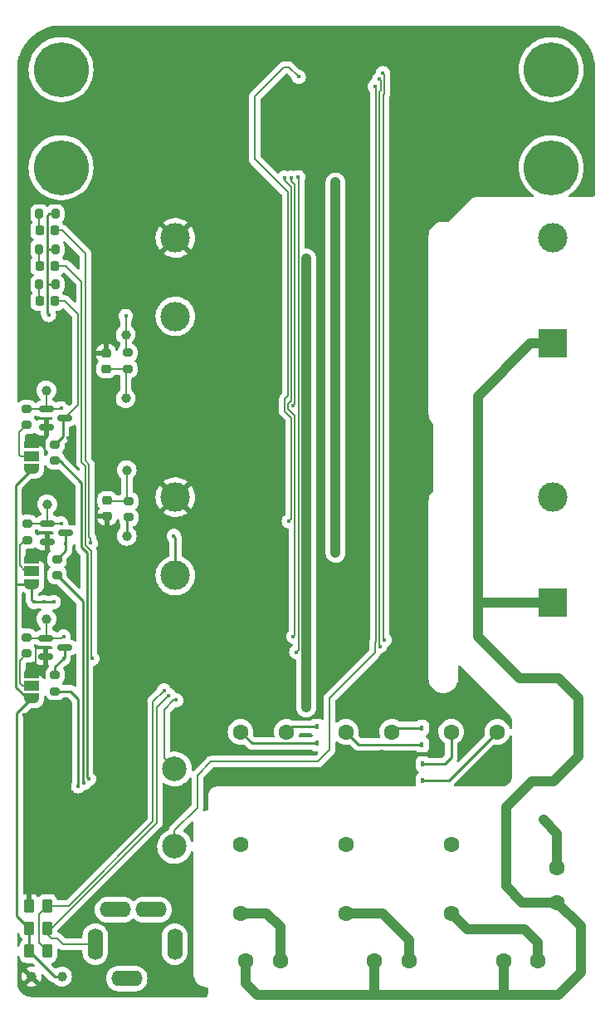
<source format=gtl>
G04 #@! TF.GenerationSoftware,KiCad,Pcbnew,(6.0.11-0)*
G04 #@! TF.CreationDate,2025-05-14T22:18:42-06:00*
G04 #@! TF.ProjectId,AnalogPCB,416e616c-6f67-4504-9342-2e6b69636164,rev?*
G04 #@! TF.SameCoordinates,Original*
G04 #@! TF.FileFunction,Copper,L1,Top*
G04 #@! TF.FilePolarity,Positive*
%FSLAX46Y46*%
G04 Gerber Fmt 4.6, Leading zero omitted, Abs format (unit mm)*
G04 Created by KiCad (PCBNEW (6.0.11-0)) date 2025-05-14 22:18:42*
%MOMM*%
%LPD*%
G01*
G04 APERTURE LIST*
G04 Aperture macros list*
%AMRoundRect*
0 Rectangle with rounded corners*
0 $1 Rounding radius*
0 $2 $3 $4 $5 $6 $7 $8 $9 X,Y pos of 4 corners*
0 Add a 4 corners polygon primitive as box body*
4,1,4,$2,$3,$4,$5,$6,$7,$8,$9,$2,$3,0*
0 Add four circle primitives for the rounded corners*
1,1,$1+$1,$2,$3*
1,1,$1+$1,$4,$5*
1,1,$1+$1,$6,$7*
1,1,$1+$1,$8,$9*
0 Add four rect primitives between the rounded corners*
20,1,$1+$1,$2,$3,$4,$5,0*
20,1,$1+$1,$4,$5,$6,$7,0*
20,1,$1+$1,$6,$7,$8,$9,0*
20,1,$1+$1,$8,$9,$2,$3,0*%
%AMFreePoly0*
4,1,22,0.550000,-0.750000,0.000000,-0.750000,0.000000,-0.745033,-0.079941,-0.743568,-0.215256,-0.701293,-0.333266,-0.622738,-0.424486,-0.514219,-0.481581,-0.384460,-0.499164,-0.250000,-0.500000,-0.250000,-0.500000,0.250000,-0.499164,0.250000,-0.499963,0.256109,-0.478152,0.396186,-0.417904,0.524511,-0.324060,0.630769,-0.204165,0.706417,-0.067858,0.745374,0.000000,0.744959,0.000000,0.750000,
0.550000,0.750000,0.550000,-0.750000,0.550000,-0.750000,$1*%
%AMFreePoly1*
4,1,20,0.000000,0.744959,0.073905,0.744508,0.209726,0.703889,0.328688,0.626782,0.421226,0.519385,0.479903,0.390333,0.500000,0.250000,0.500000,-0.250000,0.499851,-0.262216,0.476331,-0.402017,0.414519,-0.529596,0.319384,-0.634700,0.198574,-0.708877,0.061801,-0.746166,0.000000,-0.745033,0.000000,-0.750000,-0.550000,-0.750000,-0.550000,0.750000,0.000000,0.750000,0.000000,0.744959,
0.000000,0.744959,$1*%
G04 Aperture macros list end*
G04 #@! TA.AperFunction,ComponentPad*
%ADD10C,1.600200*%
G04 #@! TD*
G04 #@! TA.AperFunction,SMDPad,CuDef*
%ADD11C,1.000000*%
G04 #@! TD*
G04 #@! TA.AperFunction,ComponentPad*
%ADD12R,3.000000X3.000000*%
G04 #@! TD*
G04 #@! TA.AperFunction,ComponentPad*
%ADD13C,3.000000*%
G04 #@! TD*
G04 #@! TA.AperFunction,SMDPad,CuDef*
%ADD14R,0.406400X0.609600*%
G04 #@! TD*
G04 #@! TA.AperFunction,SMDPad,CuDef*
%ADD15RoundRect,0.218750X0.218750X0.256250X-0.218750X0.256250X-0.218750X-0.256250X0.218750X-0.256250X0*%
G04 #@! TD*
G04 #@! TA.AperFunction,SMDPad,CuDef*
%ADD16RoundRect,0.200000X0.200000X0.275000X-0.200000X0.275000X-0.200000X-0.275000X0.200000X-0.275000X0*%
G04 #@! TD*
G04 #@! TA.AperFunction,SMDPad,CuDef*
%ADD17RoundRect,0.150000X-0.587500X-0.150000X0.587500X-0.150000X0.587500X0.150000X-0.587500X0.150000X0*%
G04 #@! TD*
G04 #@! TA.AperFunction,ComponentPad*
%ADD18C,5.600000*%
G04 #@! TD*
G04 #@! TA.AperFunction,SMDPad,CuDef*
%ADD19RoundRect,0.200000X0.275000X-0.200000X0.275000X0.200000X-0.275000X0.200000X-0.275000X-0.200000X0*%
G04 #@! TD*
G04 #@! TA.AperFunction,SMDPad,CuDef*
%ADD20FreePoly0,270.000000*%
G04 #@! TD*
G04 #@! TA.AperFunction,SMDPad,CuDef*
%ADD21R,1.500000X1.000000*%
G04 #@! TD*
G04 #@! TA.AperFunction,SMDPad,CuDef*
%ADD22FreePoly1,270.000000*%
G04 #@! TD*
G04 #@! TA.AperFunction,SMDPad,CuDef*
%ADD23RoundRect,0.218750X-0.256250X0.218750X-0.256250X-0.218750X0.256250X-0.218750X0.256250X0.218750X0*%
G04 #@! TD*
G04 #@! TA.AperFunction,SMDPad,CuDef*
%ADD24RoundRect,0.218750X0.256250X-0.218750X0.256250X0.218750X-0.256250X0.218750X-0.256250X-0.218750X0*%
G04 #@! TD*
G04 #@! TA.AperFunction,SMDPad,CuDef*
%ADD25RoundRect,0.250000X-0.262500X-0.450000X0.262500X-0.450000X0.262500X0.450000X-0.262500X0.450000X0*%
G04 #@! TD*
G04 #@! TA.AperFunction,SMDPad,CuDef*
%ADD26RoundRect,0.250000X0.262500X0.450000X-0.262500X0.450000X-0.262500X-0.450000X0.262500X-0.450000X0*%
G04 #@! TD*
G04 #@! TA.AperFunction,ComponentPad*
%ADD27C,2.500000*%
G04 #@! TD*
G04 #@! TA.AperFunction,SMDPad,CuDef*
%ADD28RoundRect,0.200000X-0.275000X0.200000X-0.275000X-0.200000X0.275000X-0.200000X0.275000X0.200000X0*%
G04 #@! TD*
G04 #@! TA.AperFunction,ComponentPad*
%ADD29O,3.200000X1.600000*%
G04 #@! TD*
G04 #@! TA.AperFunction,ComponentPad*
%ADD30O,1.600000X3.200000*%
G04 #@! TD*
G04 #@! TA.AperFunction,ViaPad*
%ADD31C,0.450000*%
G04 #@! TD*
G04 #@! TA.AperFunction,ViaPad*
%ADD32C,0.500000*%
G04 #@! TD*
G04 #@! TA.AperFunction,Conductor*
%ADD33C,0.160000*%
G04 #@! TD*
G04 #@! TA.AperFunction,Conductor*
%ADD34C,1.000000*%
G04 #@! TD*
G04 #@! TA.AperFunction,Conductor*
%ADD35C,0.250000*%
G04 #@! TD*
G04 APERTURE END LIST*
D10*
X105609500Y-136352300D03*
X105609500Y-139857500D03*
X103647700Y-145809500D03*
X100142500Y-145809500D03*
X90497700Y-145800000D03*
X86992500Y-145800000D03*
X77347700Y-145800000D03*
X73842500Y-145800000D03*
D11*
X52000000Y-147400000D03*
D12*
X105157500Y-109300000D03*
D13*
X105157500Y-98550000D03*
X66657500Y-98550000D03*
X66657500Y-106550000D03*
D14*
X91800000Y-123750900D03*
X91800000Y-122049100D03*
D15*
X54387500Y-75000000D03*
X52812500Y-75000000D03*
D16*
X54425000Y-69700000D03*
X52775000Y-69700000D03*
D10*
X94809750Y-122474951D03*
X94809750Y-133974951D03*
X94809750Y-140974950D03*
X99509751Y-122474951D03*
D15*
X54387500Y-78600000D03*
X52812500Y-78600000D03*
D17*
X53610000Y-101250000D03*
X53610000Y-103150000D03*
X55485000Y-102200000D03*
D18*
X55000000Y-65000000D03*
D11*
X53585000Y-99300000D03*
D19*
X54400000Y-118325000D03*
X54400000Y-116675000D03*
D11*
X55100000Y-147400000D03*
D10*
X73309750Y-122474951D03*
X73309750Y-133974951D03*
X73309750Y-140974950D03*
X78009751Y-122474951D03*
D19*
X61900000Y-100625000D03*
X61900000Y-98975000D03*
D20*
X52000000Y-93075000D03*
D21*
X52000000Y-94375000D03*
D22*
X52000000Y-95675000D03*
D23*
X59600000Y-83912500D03*
X59600000Y-85487500D03*
D11*
X61700000Y-95800000D03*
D18*
X55000000Y-55000000D03*
D24*
X59700000Y-100487500D03*
X59700000Y-98912500D03*
D11*
X104200000Y-131400000D03*
D15*
X54387500Y-71400000D03*
X52812500Y-71400000D03*
D18*
X105000000Y-55000000D03*
D10*
X84059750Y-122474951D03*
X84059750Y-133974951D03*
X84059750Y-140974950D03*
X88759751Y-122474951D03*
D19*
X54600000Y-106525000D03*
X54600000Y-104875000D03*
D11*
X61600000Y-82000000D03*
X61700000Y-102500000D03*
D12*
X105157500Y-82900000D03*
D13*
X105157500Y-72150000D03*
X66657500Y-72150000D03*
X66657500Y-80150000D03*
D11*
X104200000Y-127500000D03*
D19*
X51585000Y-102925000D03*
X51585000Y-101275000D03*
D11*
X61600000Y-88500000D03*
D25*
X51775000Y-144800000D03*
X53600000Y-144800000D03*
D11*
X53500000Y-87675000D03*
D16*
X54425000Y-76900000D03*
X52775000Y-76900000D03*
D26*
X53600000Y-140200000D03*
X51775000Y-140200000D03*
D19*
X54400000Y-94825000D03*
X54400000Y-93175000D03*
X51500000Y-114500000D03*
X51500000Y-112850000D03*
D14*
X81100000Y-123650900D03*
X81100000Y-121949100D03*
D20*
X52000000Y-116475000D03*
D21*
X52000000Y-117775000D03*
D22*
X52000000Y-119075000D03*
D20*
X52027500Y-104800000D03*
D21*
X52027500Y-106100000D03*
D22*
X52027500Y-107400000D03*
D17*
X53500000Y-89575000D03*
X53500000Y-91475000D03*
X55375000Y-90525000D03*
X53462500Y-112925000D03*
X53462500Y-114825000D03*
X55337500Y-113875000D03*
D27*
X66575000Y-126250000D03*
X66575000Y-134150000D03*
D11*
X53500000Y-110975000D03*
D25*
X51775000Y-142500000D03*
X53600000Y-142500000D03*
D14*
X91900000Y-125749100D03*
X91900000Y-127450900D03*
D16*
X54425000Y-73300000D03*
X52775000Y-73300000D03*
D18*
X105000000Y-65000000D03*
D28*
X61800000Y-83850000D03*
X61800000Y-85500000D03*
D19*
X51500000Y-91225000D03*
X51500000Y-89575000D03*
D29*
X61700000Y-147587500D03*
D30*
X66600000Y-144087500D03*
X58500000Y-144087500D03*
D29*
X64200000Y-140587500D03*
X60550000Y-140587500D03*
D31*
X60500000Y-91750000D03*
X80250000Y-56500000D03*
X50750000Y-143500000D03*
X52750000Y-120750000D03*
X52750000Y-83750000D03*
X59500000Y-103750000D03*
X51500000Y-110750000D03*
X54700000Y-120200000D03*
X89500000Y-126250000D03*
X56400000Y-106200000D03*
X87750000Y-124500000D03*
X69750000Y-122500000D03*
X51250000Y-120750000D03*
X76500000Y-63500000D03*
X55750000Y-92500000D03*
X53500000Y-148000000D03*
X60000000Y-108250000D03*
X67750000Y-136750000D03*
D32*
X98500000Y-125500000D03*
D31*
X56500000Y-104500000D03*
X53000000Y-138250000D03*
X100250000Y-125250000D03*
X53250000Y-104500000D03*
X55750000Y-73750000D03*
X66750000Y-130250000D03*
X68000000Y-132250000D03*
X68500000Y-149000000D03*
X63500000Y-76000000D03*
X75500000Y-122500000D03*
X97250000Y-122500000D03*
X53250000Y-92750000D03*
X53500000Y-97250000D03*
X55750000Y-77500000D03*
X53500000Y-108250000D03*
X86500000Y-122100000D03*
X62250000Y-144250000D03*
X52500000Y-113750000D03*
X61000000Y-124750000D03*
X79750000Y-55029500D03*
X83750000Y-56250000D03*
X84000000Y-63750000D03*
D32*
X56000000Y-117200000D03*
D31*
X61500000Y-76000000D03*
X52500000Y-102000000D03*
X59750000Y-96750000D03*
X79800000Y-122800000D03*
X61700000Y-102500000D03*
X83000000Y-68500000D03*
X83000000Y-67500000D03*
X53250000Y-109250000D03*
X54250000Y-109250000D03*
X83000000Y-104250000D03*
X83000000Y-70500000D03*
X83000000Y-100250000D03*
X83000000Y-66500000D03*
X66500000Y-102500000D03*
X83000000Y-102250000D03*
X83000000Y-101250000D03*
X52250000Y-109250000D03*
X83000000Y-103250000D03*
X83000000Y-69500000D03*
X80000000Y-77250000D03*
X80000000Y-115000000D03*
X80000000Y-76250000D03*
X80000000Y-78250000D03*
X80000000Y-118000000D03*
X53750000Y-80000000D03*
X80000000Y-74250000D03*
X80000000Y-117000000D03*
X80000000Y-75250000D03*
X80000000Y-120000000D03*
X80000000Y-119000000D03*
X80000000Y-116000000D03*
X61600000Y-80105000D03*
X56750000Y-128000000D03*
X57846540Y-127267682D03*
X58200000Y-115000000D03*
X55250000Y-115000000D03*
X58029500Y-103246028D03*
X55500000Y-103250000D03*
X57341906Y-127676580D03*
X55000000Y-89500000D03*
X78690500Y-89250000D03*
X78476542Y-66000927D03*
X77777040Y-65999704D03*
X78690500Y-112750000D03*
X55250000Y-112750000D03*
X79250000Y-55750000D03*
X55000000Y-101250000D03*
X78250000Y-101000000D03*
X66750000Y-119250000D03*
X79175500Y-65973312D03*
X79000000Y-114359500D03*
X87000000Y-56750000D03*
X87821188Y-55377139D03*
X88004500Y-113100000D03*
X65500000Y-118250000D03*
X87529500Y-113750000D03*
X87470500Y-55982384D03*
X66000000Y-118750000D03*
D33*
X52445000Y-113805000D02*
X52500000Y-113750000D01*
X52445000Y-116030000D02*
X52445000Y-113805000D01*
X52000000Y-116475000D02*
X52445000Y-116030000D01*
D34*
X83000000Y-100250000D02*
X83000000Y-101250000D01*
D35*
X52000000Y-95750000D02*
X50379000Y-97371000D01*
X52250000Y-109250000D02*
X53250000Y-109250000D01*
X66657500Y-106550000D02*
X66657500Y-102657500D01*
D34*
X83000000Y-100250000D02*
X83000000Y-66500000D01*
X83000000Y-102250000D02*
X83000000Y-103250000D01*
D35*
X51775000Y-144800000D02*
X54375000Y-147400000D01*
X52027500Y-107400000D02*
X50408000Y-107400000D01*
X66657500Y-102657500D02*
X66500000Y-102500000D01*
X50379000Y-117908000D02*
X51546000Y-119075000D01*
X61700000Y-102500000D02*
X61700000Y-100825000D01*
X54375000Y-147400000D02*
X55100000Y-147400000D01*
D34*
X83000000Y-103250000D02*
X83000000Y-104250000D01*
D35*
X50500000Y-120575000D02*
X50500000Y-141225000D01*
X52027500Y-109027500D02*
X52250000Y-109250000D01*
X50500000Y-141225000D02*
X51775000Y-142500000D01*
X50379000Y-97371000D02*
X50379000Y-107371000D01*
D34*
X83000000Y-101250000D02*
X83000000Y-102250000D01*
D35*
X50408000Y-107400000D02*
X50379000Y-107371000D01*
X53250000Y-109250000D02*
X54250000Y-109250000D01*
X51775000Y-142500000D02*
X51775000Y-144800000D01*
X52000000Y-119075000D02*
X50500000Y-120575000D01*
X50379000Y-107371000D02*
X50379000Y-117908000D01*
X52027500Y-107400000D02*
X52027500Y-109027500D01*
D33*
X61600000Y-83650000D02*
X61600000Y-82000000D01*
D35*
X91900000Y-125749100D02*
X94150900Y-125749100D01*
X53650000Y-76900000D02*
X54425000Y-76900000D01*
X91800000Y-123750900D02*
X85335699Y-123750900D01*
X53575000Y-73325000D02*
X54400000Y-73325000D01*
D34*
X80000000Y-74250000D02*
X80000000Y-120000000D01*
D35*
X94809750Y-125090250D02*
X94809750Y-122474951D01*
X85335699Y-123750900D02*
X84059750Y-122474951D01*
X53800000Y-69700000D02*
X54425000Y-69700000D01*
X53575000Y-79825000D02*
X53575000Y-76825000D01*
X81100000Y-123650900D02*
X74485699Y-123650900D01*
X53750000Y-80000000D02*
X53575000Y-79825000D01*
X94150900Y-125749100D02*
X94809750Y-125090250D01*
X74485699Y-123650900D02*
X73309750Y-122474951D01*
X53575000Y-76825000D02*
X53650000Y-76900000D01*
X53575000Y-76825000D02*
X53575000Y-73325000D01*
D33*
X61600000Y-82000000D02*
X61600000Y-80105000D01*
D35*
X53575000Y-69925000D02*
X53800000Y-69700000D01*
X53575000Y-73325000D02*
X53575000Y-69925000D01*
D33*
X59600000Y-85487500D02*
X61787500Y-85487500D01*
X61600000Y-88500000D02*
X61600000Y-85700000D01*
X61900000Y-98975000D02*
X59762500Y-98975000D01*
X61700000Y-98775000D02*
X61700000Y-95800000D01*
D35*
X56750000Y-119150000D02*
X55925000Y-118325000D01*
X55925000Y-118325000D02*
X54400000Y-118325000D01*
X91900000Y-127450900D02*
X94533802Y-127450900D01*
X94533802Y-127450900D02*
X99509751Y-122474951D01*
X56750000Y-128000000D02*
X56750000Y-119150000D01*
D33*
X52775000Y-69700000D02*
X52775000Y-71362500D01*
D35*
X55200000Y-92375000D02*
X54400000Y-93175000D01*
X55200000Y-90700000D02*
X55200000Y-92375000D01*
D33*
X54387500Y-78600000D02*
X55400000Y-78600000D01*
X56750000Y-79950000D02*
X56750000Y-89150000D01*
X55400000Y-78600000D02*
X56750000Y-79950000D01*
X56750000Y-89150000D02*
X55375000Y-90525000D01*
X52775000Y-76900000D02*
X52775000Y-78562500D01*
D35*
X57095000Y-97095000D02*
X57095000Y-103658640D01*
X54825000Y-94825000D02*
X57095000Y-97095000D01*
X57650000Y-104213640D02*
X57650000Y-127071142D01*
X57650000Y-127071142D02*
X57846540Y-127267682D01*
X78535602Y-121949100D02*
X78009751Y-122474951D01*
X57095000Y-103658640D02*
X57650000Y-104213640D01*
X54400000Y-94825000D02*
X54825000Y-94825000D01*
X81100000Y-121949100D02*
X78535602Y-121949100D01*
D33*
X58055000Y-104045884D02*
X58054999Y-114854999D01*
X57500000Y-95390884D02*
X57110000Y-95000884D01*
X55500000Y-75000000D02*
X54387500Y-75000000D01*
D35*
X55337500Y-113875000D02*
X55337500Y-114912500D01*
X55337500Y-114912500D02*
X55250000Y-115000000D01*
X54400000Y-116675000D02*
X54400000Y-115850000D01*
X54400000Y-115850000D02*
X55250000Y-115000000D01*
D33*
X57500000Y-103490884D02*
X58055000Y-104045884D01*
X58054999Y-114854999D02*
X58200000Y-115000000D01*
X57110000Y-76610000D02*
X55500000Y-75000000D01*
X57110000Y-95000884D02*
X57110000Y-76610000D01*
X57500000Y-103490884D02*
X57500000Y-95390884D01*
X52775000Y-73300000D02*
X52775000Y-74962500D01*
X57860000Y-102610000D02*
X57860000Y-95241767D01*
X57470000Y-94851768D02*
X57470000Y-73720000D01*
X57860000Y-95241767D02*
X57470000Y-94851768D01*
D35*
X54600000Y-104875000D02*
X55485000Y-103990000D01*
D33*
X55150000Y-71400000D02*
X54387500Y-71400000D01*
X58029500Y-102779500D02*
X57860000Y-102610000D01*
D35*
X55485000Y-103990000D02*
X55485000Y-102200000D01*
D33*
X58029500Y-103246028D02*
X58029500Y-102779500D01*
X57470000Y-73720000D02*
X55150000Y-71400000D01*
D34*
X105609500Y-136352300D02*
X105609500Y-132809500D01*
X105609500Y-132809500D02*
X104200000Y-131400000D01*
X108000000Y-147000000D02*
X105754000Y-149246000D01*
X87054000Y-149246000D02*
X75046000Y-149246000D01*
X101750000Y-117000000D02*
X105750000Y-117000000D01*
X105754000Y-149246000D02*
X100146000Y-149246000D01*
X105609500Y-139857500D02*
X102057500Y-139857500D01*
X105157500Y-109300000D02*
X97500000Y-109300000D01*
X102900000Y-82900000D02*
X105157500Y-82900000D01*
X75046000Y-149246000D02*
X73842500Y-148042500D01*
X103000000Y-127500000D02*
X104200000Y-127500000D01*
X73842500Y-148042500D02*
X73842500Y-145800000D01*
X107750000Y-125000000D02*
X105250000Y-127500000D01*
X105750000Y-117000000D02*
X107750000Y-119000000D01*
X100400000Y-130100000D02*
X103000000Y-127500000D01*
X97500000Y-109300000D02*
X97500000Y-112750000D01*
X102057500Y-139857500D02*
X100400000Y-138200000D01*
X100142500Y-149242500D02*
X100146000Y-149246000D01*
X100400000Y-138200000D02*
X100400000Y-130100000D01*
X107750000Y-119000000D02*
X107750000Y-125000000D01*
X105609500Y-139857500D02*
X108000000Y-142248000D01*
X97500000Y-112750000D02*
X101750000Y-117000000D01*
X87054000Y-149246000D02*
X100146000Y-149246000D01*
X97500000Y-109300000D02*
X97500000Y-88300000D01*
X108000000Y-142248000D02*
X108000000Y-147000000D01*
X86992500Y-145800000D02*
X86992500Y-149184500D01*
X97500000Y-88300000D02*
X102900000Y-82900000D01*
X86992500Y-149184500D02*
X87054000Y-149246000D01*
X100142500Y-145809500D02*
X100142500Y-149242500D01*
X105250000Y-127500000D02*
X104200000Y-127500000D01*
X73309750Y-140974950D02*
X75974950Y-140974950D01*
X75974950Y-140974950D02*
X77347700Y-142347700D01*
X77347700Y-142347700D02*
X77347700Y-145800000D01*
X90497700Y-145800000D02*
X90497700Y-143697700D01*
X87774950Y-140974950D02*
X84059750Y-140974950D01*
X90497700Y-143697700D02*
X87774950Y-140974950D01*
X103647700Y-143947700D02*
X102300000Y-142600000D01*
X103647700Y-145809500D02*
X103647700Y-143947700D01*
X102300000Y-142600000D02*
X96434800Y-142600000D01*
X96434800Y-142600000D02*
X94809750Y-140974950D01*
D33*
X50875000Y-94375000D02*
X52000000Y-94375000D01*
X50750000Y-94250000D02*
X50875000Y-94375000D01*
X50750000Y-91975000D02*
X50750000Y-94250000D01*
X51500000Y-91225000D02*
X50750000Y-91975000D01*
X50784000Y-117500000D02*
X51059000Y-117775000D01*
X51059000Y-117775000D02*
X52000000Y-117775000D01*
X51500000Y-114500000D02*
X50784000Y-115216000D01*
X50784000Y-115216000D02*
X50784000Y-117500000D01*
D35*
X57200000Y-127534674D02*
X57341906Y-127676580D01*
X57200000Y-109125000D02*
X57200000Y-127534674D01*
X91800000Y-122049100D02*
X89185602Y-122049100D01*
X54600000Y-106525000D02*
X57200000Y-109125000D01*
D33*
X54925000Y-89575000D02*
X55000000Y-89500000D01*
X78476542Y-66366542D02*
X78860000Y-66750000D01*
X53500000Y-89575000D02*
X53500000Y-87675000D01*
X53500000Y-89575000D02*
X51500000Y-89575000D01*
X53500000Y-89575000D02*
X54925000Y-89575000D01*
X78860000Y-66750000D02*
X78860000Y-89080500D01*
X78476542Y-66000927D02*
X78476542Y-66366542D01*
X78860000Y-89080500D02*
X78690500Y-89250000D01*
X78860000Y-90250000D02*
X78860000Y-112580500D01*
X55075000Y-112925000D02*
X55250000Y-112750000D01*
X78160500Y-89030466D02*
X78160500Y-89550500D01*
X78500000Y-67000000D02*
X78500000Y-88690966D01*
X53500000Y-112887500D02*
X53500000Y-110975000D01*
X78160500Y-89550500D02*
X78860000Y-90250000D01*
X78860000Y-112580500D02*
X78690500Y-112750000D01*
X53462500Y-112925000D02*
X51575000Y-112925000D01*
X53462500Y-112925000D02*
X55075000Y-112925000D01*
X77777040Y-65999704D02*
X77777040Y-66277040D01*
X78500000Y-88690966D02*
X78160500Y-89030466D01*
X77777040Y-66277040D02*
X78500000Y-67000000D01*
X78500000Y-90500000D02*
X78500000Y-100750000D01*
X74750000Y-57750000D02*
X74750000Y-64110000D01*
X74750000Y-64110000D02*
X78140000Y-67500000D01*
X53610000Y-101250000D02*
X55000000Y-101250000D01*
X77750000Y-54750000D02*
X74750000Y-57750000D01*
X77800500Y-89800500D02*
X78500000Y-90500000D01*
X53610000Y-101250000D02*
X51610000Y-101250000D01*
X79250000Y-55750000D02*
X78250000Y-54750000D01*
X53585000Y-101225000D02*
X53585000Y-99300000D01*
X78140000Y-88250000D02*
X77800500Y-88589500D01*
X78140000Y-67500000D02*
X78140000Y-88250000D01*
X78250000Y-54750000D02*
X77750000Y-54750000D01*
X77800500Y-88589500D02*
X77800500Y-89800500D01*
X78500000Y-100750000D02*
X78250000Y-101000000D01*
X66500000Y-119250000D02*
X65500000Y-120250000D01*
X66750000Y-119250000D02*
X66500000Y-119250000D01*
X79220000Y-114139500D02*
X79000000Y-114359500D01*
X79220000Y-66017812D02*
X79220000Y-114139500D01*
X65500000Y-120250000D02*
X65500000Y-125175000D01*
X79175500Y-65973312D02*
X79220000Y-66017812D01*
X65500000Y-125175000D02*
X66575000Y-126250000D01*
X82400000Y-119000000D02*
X82400000Y-124300000D01*
X68900000Y-130200000D02*
X66575000Y-132525000D01*
X82400000Y-124300000D02*
X81200000Y-125500000D01*
X70300000Y-125500000D02*
X68900000Y-126900000D01*
X87000000Y-56750000D02*
X87140000Y-56890000D01*
X81200000Y-125500000D02*
X70300000Y-125500000D01*
X87000000Y-114400000D02*
X82400000Y-119000000D01*
X87000000Y-113400000D02*
X87000000Y-114400000D01*
X87140000Y-56890000D02*
X87140000Y-113260000D01*
X66575000Y-132525000D02*
X66575000Y-134150000D01*
X87140000Y-113260000D02*
X87000000Y-113400000D01*
X68900000Y-126900000D02*
X68900000Y-130200000D01*
X51350000Y-106100000D02*
X52027500Y-106100000D01*
X50784000Y-105534000D02*
X51350000Y-106100000D01*
X50784000Y-103466000D02*
X50784000Y-105534000D01*
X51325000Y-102925000D02*
X50784000Y-103466000D01*
X64390000Y-131600884D02*
X64390000Y-119360000D01*
X52750000Y-141050000D02*
X53600000Y-140200000D01*
X88000000Y-55555951D02*
X88000000Y-57460000D01*
X53600000Y-144800000D02*
X52750000Y-143950000D01*
X52750000Y-143950000D02*
X52750000Y-141050000D01*
X55790884Y-140200000D02*
X64390000Y-131600884D01*
X87821188Y-55377139D02*
X88000000Y-55555951D01*
X87860000Y-57600000D02*
X87860000Y-112955500D01*
X88000000Y-57460000D02*
X87860000Y-57600000D01*
X87860000Y-112955500D02*
X88004500Y-113100000D01*
X53600000Y-140200000D02*
X55790884Y-140200000D01*
X64390000Y-119360000D02*
X65500000Y-118250000D01*
X54000000Y-143500000D02*
X53600000Y-143100000D01*
X55187500Y-144087500D02*
X58500000Y-144087500D01*
X54600000Y-143500000D02*
X54000000Y-143500000D01*
X64750000Y-131750000D02*
X54000000Y-142500000D01*
X87500000Y-113720500D02*
X87500000Y-57250000D01*
X87640000Y-57110000D02*
X87640000Y-56151884D01*
X64750000Y-120000000D02*
X64750000Y-131750000D01*
X87500000Y-113720500D02*
X87529500Y-113750000D01*
X87500000Y-57250000D02*
X87640000Y-57110000D01*
X66000000Y-118750000D02*
X64750000Y-120000000D01*
X87640000Y-56151884D02*
X87470500Y-55982384D01*
X55187500Y-144087500D02*
X54600000Y-143500000D01*
G04 #@! TA.AperFunction,Conductor*
G36*
X68268050Y-127134686D02*
G01*
X68306410Y-127194428D01*
X68311500Y-127229878D01*
X68311500Y-129904046D01*
X68291498Y-129972167D01*
X68274595Y-129993141D01*
X66191982Y-132075753D01*
X66179591Y-132086620D01*
X66155277Y-132105277D01*
X66060946Y-132228211D01*
X66052458Y-132248704D01*
X66001647Y-132371370D01*
X66000569Y-132379558D01*
X65995791Y-132415851D01*
X65967069Y-132480778D01*
X65923620Y-132513831D01*
X65720072Y-132607668D01*
X65670024Y-132640481D01*
X65505404Y-132748410D01*
X65505399Y-132748414D01*
X65501491Y-132750976D01*
X65306494Y-132925018D01*
X65139363Y-133125970D01*
X65136934Y-133129973D01*
X65077915Y-133227234D01*
X65003771Y-133349419D01*
X64902697Y-133590455D01*
X64838359Y-133843783D01*
X64812173Y-134103839D01*
X64824713Y-134364908D01*
X64875704Y-134621256D01*
X64964026Y-134867252D01*
X64966242Y-134871376D01*
X65030753Y-134991437D01*
X65087737Y-135097491D01*
X65090532Y-135101234D01*
X65090534Y-135101237D01*
X65241330Y-135303177D01*
X65241335Y-135303183D01*
X65244122Y-135306915D01*
X65247431Y-135310195D01*
X65247436Y-135310201D01*
X65426426Y-135487635D01*
X65429743Y-135490923D01*
X65433505Y-135493681D01*
X65433508Y-135493684D01*
X65636750Y-135642707D01*
X65640524Y-135645474D01*
X65644667Y-135647654D01*
X65644669Y-135647655D01*
X65867684Y-135764989D01*
X65867689Y-135764991D01*
X65871834Y-135767172D01*
X66118590Y-135853344D01*
X66123183Y-135854216D01*
X66370785Y-135901224D01*
X66370788Y-135901224D01*
X66375374Y-135902095D01*
X66505958Y-135907226D01*
X66631875Y-135912174D01*
X66631881Y-135912174D01*
X66636543Y-135912357D01*
X66721770Y-135903023D01*
X66891707Y-135884412D01*
X66891712Y-135884411D01*
X66896360Y-135883902D01*
X67009116Y-135854216D01*
X67144594Y-135818548D01*
X67144596Y-135818547D01*
X67149117Y-135817357D01*
X67389262Y-135714182D01*
X67611519Y-135576646D01*
X67615082Y-135573629D01*
X67615087Y-135573626D01*
X67807439Y-135410787D01*
X67807440Y-135410786D01*
X67811005Y-135407768D01*
X67915557Y-135288550D01*
X67980257Y-135214774D01*
X67980261Y-135214769D01*
X67983339Y-135211259D01*
X68124733Y-134991437D01*
X68232083Y-134753129D01*
X68244231Y-134710056D01*
X68281973Y-134649922D01*
X68346234Y-134619740D01*
X68416612Y-134629091D01*
X68470763Y-134675006D01*
X68491500Y-134744258D01*
X68491500Y-146950633D01*
X68490000Y-146970018D01*
X68486309Y-146993724D01*
X68487130Y-147000000D01*
X68486835Y-147000000D01*
X68505465Y-147236711D01*
X68560895Y-147467594D01*
X68562788Y-147472165D01*
X68562789Y-147472167D01*
X68634071Y-147644257D01*
X68651760Y-147686963D01*
X68654346Y-147691183D01*
X68773241Y-147885202D01*
X68773245Y-147885208D01*
X68775824Y-147889416D01*
X68930031Y-148069969D01*
X68933787Y-148073177D01*
X68954618Y-148090968D01*
X69110584Y-148224176D01*
X69114792Y-148226755D01*
X69114798Y-148226759D01*
X69284134Y-148330528D01*
X69313037Y-148348240D01*
X69317607Y-148350133D01*
X69317611Y-148350135D01*
X69494896Y-148423568D01*
X69532406Y-148439105D01*
X69612609Y-148458360D01*
X69758476Y-148493380D01*
X69758482Y-148493381D01*
X69763289Y-148494535D01*
X69883887Y-148504027D01*
X69950227Y-148529311D01*
X69992367Y-148586449D01*
X70000000Y-148629638D01*
X70000000Y-148993813D01*
X69999393Y-149006163D01*
X69982002Y-149182737D01*
X69977185Y-149206957D01*
X69930802Y-149359864D01*
X69927482Y-149370809D01*
X69918030Y-149393627D01*
X69901318Y-149424894D01*
X69851566Y-149475543D01*
X69790195Y-149491500D01*
X52049367Y-149491500D01*
X52029982Y-149490000D01*
X52015149Y-149487690D01*
X52015145Y-149487690D01*
X52006276Y-149486309D01*
X51991019Y-149488304D01*
X51965698Y-149489047D01*
X51796715Y-149476961D01*
X51778936Y-149474404D01*
X51588607Y-149433001D01*
X51571359Y-149427937D01*
X51388850Y-149359864D01*
X51372498Y-149352396D01*
X51201542Y-149259048D01*
X51186418Y-149249328D01*
X51030486Y-149132598D01*
X51016900Y-149120825D01*
X50879175Y-148983100D01*
X50867402Y-148969514D01*
X50750672Y-148813582D01*
X50740952Y-148798458D01*
X50647604Y-148627502D01*
X50640136Y-148611150D01*
X50572063Y-148428641D01*
X50566999Y-148411392D01*
X50564082Y-148397984D01*
X50536052Y-148269132D01*
X51495698Y-148269132D01*
X51500607Y-148275690D01*
X51589118Y-148325157D01*
X51600357Y-148330067D01*
X51776641Y-148387345D01*
X51788615Y-148389978D01*
X51972676Y-148411926D01*
X51984925Y-148412183D01*
X52169742Y-148397962D01*
X52181822Y-148395831D01*
X52360345Y-148345986D01*
X52371778Y-148341552D01*
X52495507Y-148279052D01*
X52505791Y-148269407D01*
X52503553Y-148262763D01*
X52012812Y-147772022D01*
X51998868Y-147764408D01*
X51997035Y-147764539D01*
X51990420Y-147768790D01*
X51502458Y-148256752D01*
X51495698Y-148269132D01*
X50536052Y-148269132D01*
X50525596Y-148221064D01*
X50523038Y-148203278D01*
X50518203Y-148135663D01*
X50511719Y-148045011D01*
X50512805Y-148022245D01*
X50512334Y-148022203D01*
X50512770Y-148017345D01*
X50513576Y-148012552D01*
X50513652Y-148006313D01*
X50513670Y-148004860D01*
X50513670Y-148004857D01*
X50513729Y-148000000D01*
X50509773Y-147972376D01*
X50508500Y-147954514D01*
X50508500Y-147392002D01*
X50987738Y-147392002D01*
X51003248Y-147576705D01*
X51005461Y-147588764D01*
X51056554Y-147766945D01*
X51061066Y-147778342D01*
X51121148Y-147895250D01*
X51130865Y-147905468D01*
X51137666Y-147903124D01*
X51627978Y-147412812D01*
X51635592Y-147398868D01*
X51635461Y-147397035D01*
X51631210Y-147390420D01*
X51143121Y-146902331D01*
X51130741Y-146895571D01*
X51124353Y-146900353D01*
X51071997Y-146995586D01*
X51067166Y-147006858D01*
X51011120Y-147183538D01*
X51008570Y-147195532D01*
X50987909Y-147379733D01*
X50987738Y-147392002D01*
X50508500Y-147392002D01*
X50508500Y-145369564D01*
X50528502Y-145301443D01*
X50582158Y-145254950D01*
X50652432Y-145244846D01*
X50717012Y-145274340D01*
X50755396Y-145334066D01*
X50759827Y-145356560D01*
X50764974Y-145406166D01*
X50820950Y-145573946D01*
X50914022Y-145724348D01*
X51039197Y-145849305D01*
X51045427Y-145853145D01*
X51045428Y-145853146D01*
X51182590Y-145937694D01*
X51189762Y-145942115D01*
X51269505Y-145968564D01*
X51351111Y-145995632D01*
X51351113Y-145995632D01*
X51357639Y-145997797D01*
X51364475Y-145998497D01*
X51364478Y-145998498D01*
X51407531Y-146002909D01*
X51462100Y-146008500D01*
X52035406Y-146008500D01*
X52103527Y-146028502D01*
X52124501Y-146045405D01*
X52268576Y-146189480D01*
X52302602Y-146251792D01*
X52297537Y-146322607D01*
X52254990Y-146379443D01*
X52188470Y-146404254D01*
X52166310Y-146403885D01*
X52013199Y-146387792D01*
X52000931Y-146387707D01*
X51816345Y-146404505D01*
X51804296Y-146406803D01*
X51626483Y-146459137D01*
X51615108Y-146463732D01*
X51504969Y-146521312D01*
X51494820Y-146531101D01*
X51497274Y-146538064D01*
X52856661Y-147897451D01*
X52869041Y-147904211D01*
X52875775Y-147899170D01*
X52922262Y-147817337D01*
X52927256Y-147806121D01*
X52985759Y-147630253D01*
X52988479Y-147618281D01*
X53012039Y-147431784D01*
X53012531Y-147424757D01*
X53012828Y-147403523D01*
X53012533Y-147396496D01*
X52996534Y-147233323D01*
X53009793Y-147163575D01*
X53058656Y-147112068D01*
X53127609Y-147095155D01*
X53194759Y-147118205D01*
X53211028Y-147131932D01*
X53871343Y-147792247D01*
X53878887Y-147800537D01*
X53883000Y-147807018D01*
X53888777Y-147812443D01*
X53932667Y-147853658D01*
X53935509Y-147856413D01*
X53955230Y-147876134D01*
X53958425Y-147878612D01*
X53967447Y-147886318D01*
X53999679Y-147916586D01*
X54006628Y-147920406D01*
X54017432Y-147926346D01*
X54033956Y-147937199D01*
X54049959Y-147949613D01*
X54090543Y-147967176D01*
X54101173Y-147972383D01*
X54139940Y-147993695D01*
X54147617Y-147995666D01*
X54147622Y-147995668D01*
X54159558Y-147998732D01*
X54178266Y-148005137D01*
X54196855Y-148013181D01*
X54204683Y-148014421D01*
X54204690Y-148014423D01*
X54240524Y-148020099D01*
X54252143Y-148022505D01*
X54279288Y-148029474D01*
X54340295Y-148065787D01*
X54346700Y-148073250D01*
X54371035Y-148103953D01*
X54521650Y-148232136D01*
X54694294Y-148328624D01*
X54882392Y-148389740D01*
X55078777Y-148413158D01*
X55084912Y-148412686D01*
X55084914Y-148412686D01*
X55269830Y-148398457D01*
X55269834Y-148398456D01*
X55275972Y-148397984D01*
X55466463Y-148344798D01*
X55471967Y-148342018D01*
X55471969Y-148342017D01*
X55637495Y-148258404D01*
X55637497Y-148258403D01*
X55642996Y-148255625D01*
X55798847Y-148133861D01*
X55895227Y-148022203D01*
X55924049Y-147988813D01*
X55924050Y-147988811D01*
X55928078Y-147984145D01*
X56025769Y-147812179D01*
X56088197Y-147624513D01*
X56092873Y-147587500D01*
X59586502Y-147587500D01*
X59606457Y-147815587D01*
X59607881Y-147820900D01*
X59607881Y-147820902D01*
X59663904Y-148029979D01*
X59665716Y-148036743D01*
X59668039Y-148041724D01*
X59668039Y-148041725D01*
X59760151Y-148239262D01*
X59760154Y-148239267D01*
X59762477Y-148244249D01*
X59830935Y-148342017D01*
X59880749Y-148413158D01*
X59893802Y-148431800D01*
X60055700Y-148593698D01*
X60060208Y-148596855D01*
X60060211Y-148596857D01*
X60069407Y-148603296D01*
X60243251Y-148725023D01*
X60248233Y-148727346D01*
X60248238Y-148727349D01*
X60445775Y-148819461D01*
X60450757Y-148821784D01*
X60456065Y-148823206D01*
X60456067Y-148823207D01*
X60666598Y-148879619D01*
X60666600Y-148879619D01*
X60671913Y-148881043D01*
X60771480Y-148889754D01*
X60840149Y-148895762D01*
X60840156Y-148895762D01*
X60842873Y-148896000D01*
X62557127Y-148896000D01*
X62559844Y-148895762D01*
X62559851Y-148895762D01*
X62628520Y-148889754D01*
X62728087Y-148881043D01*
X62733400Y-148879619D01*
X62733402Y-148879619D01*
X62943933Y-148823207D01*
X62943935Y-148823206D01*
X62949243Y-148821784D01*
X62954225Y-148819461D01*
X63151762Y-148727349D01*
X63151767Y-148727346D01*
X63156749Y-148725023D01*
X63330593Y-148603296D01*
X63339789Y-148596857D01*
X63339792Y-148596855D01*
X63344300Y-148593698D01*
X63506198Y-148431800D01*
X63519252Y-148413158D01*
X63569065Y-148342017D01*
X63637523Y-148244249D01*
X63639846Y-148239267D01*
X63639849Y-148239262D01*
X63731961Y-148041725D01*
X63731961Y-148041724D01*
X63734284Y-148036743D01*
X63736097Y-148029979D01*
X63792119Y-147820902D01*
X63792119Y-147820900D01*
X63793543Y-147815587D01*
X63813498Y-147587500D01*
X63793543Y-147359413D01*
X63792119Y-147354098D01*
X63735707Y-147143567D01*
X63735706Y-147143565D01*
X63734284Y-147138257D01*
X63717910Y-147103142D01*
X63639849Y-146935738D01*
X63639846Y-146935733D01*
X63637523Y-146930751D01*
X63506198Y-146743200D01*
X63344300Y-146581302D01*
X63339792Y-146578145D01*
X63339789Y-146578143D01*
X63258626Y-146521312D01*
X63156749Y-146449977D01*
X63151767Y-146447654D01*
X63151762Y-146447651D01*
X62954225Y-146355539D01*
X62954224Y-146355539D01*
X62949243Y-146353216D01*
X62943935Y-146351794D01*
X62943933Y-146351793D01*
X62733402Y-146295381D01*
X62733400Y-146295381D01*
X62728087Y-146293957D01*
X62628520Y-146285246D01*
X62559851Y-146279238D01*
X62559844Y-146279238D01*
X62557127Y-146279000D01*
X60842873Y-146279000D01*
X60840156Y-146279238D01*
X60840149Y-146279238D01*
X60771480Y-146285246D01*
X60671913Y-146293957D01*
X60666600Y-146295381D01*
X60666598Y-146295381D01*
X60456067Y-146351793D01*
X60456065Y-146351794D01*
X60450757Y-146353216D01*
X60445776Y-146355539D01*
X60445775Y-146355539D01*
X60248238Y-146447651D01*
X60248233Y-146447654D01*
X60243251Y-146449977D01*
X60141374Y-146521312D01*
X60060211Y-146578143D01*
X60060208Y-146578145D01*
X60055700Y-146581302D01*
X59893802Y-146743200D01*
X59762477Y-146930751D01*
X59760154Y-146935733D01*
X59760151Y-146935738D01*
X59682090Y-147103142D01*
X59665716Y-147138257D01*
X59664294Y-147143565D01*
X59664293Y-147143567D01*
X59607881Y-147354098D01*
X59606457Y-147359413D01*
X59586502Y-147587500D01*
X56092873Y-147587500D01*
X56112985Y-147428295D01*
X56113380Y-147400000D01*
X56094080Y-147203167D01*
X56082127Y-147163575D01*
X56049881Y-147056773D01*
X56036916Y-147013831D01*
X55944066Y-146839204D01*
X55862589Y-146739303D01*
X55822960Y-146690713D01*
X55822957Y-146690710D01*
X55819065Y-146685938D01*
X55814316Y-146682009D01*
X55671425Y-146563799D01*
X55671421Y-146563797D01*
X55666675Y-146559870D01*
X55492701Y-146465802D01*
X55303768Y-146407318D01*
X55297643Y-146406674D01*
X55297642Y-146406674D01*
X55113204Y-146387289D01*
X55113202Y-146387289D01*
X55107075Y-146386645D01*
X55024576Y-146394153D01*
X54916251Y-146404011D01*
X54916248Y-146404012D01*
X54910112Y-146404570D01*
X54904206Y-146406308D01*
X54904202Y-146406309D01*
X54799076Y-146437249D01*
X54720381Y-146460410D01*
X54714917Y-146463267D01*
X54714911Y-146463269D01*
X54546909Y-146551099D01*
X54477273Y-146564934D01*
X54411212Y-146538924D01*
X54399438Y-146528533D01*
X54050131Y-146179226D01*
X54016105Y-146116914D01*
X54021170Y-146046099D01*
X54063717Y-145989263D01*
X54099347Y-145970609D01*
X54186446Y-145941550D01*
X54336848Y-145848478D01*
X54461805Y-145723303D01*
X54554615Y-145572738D01*
X54610297Y-145404861D01*
X54621000Y-145300400D01*
X54621000Y-144650099D01*
X54641002Y-144581978D01*
X54694658Y-144535485D01*
X54764932Y-144525381D01*
X54823701Y-144550135D01*
X54890711Y-144601554D01*
X54991940Y-144643484D01*
X55033870Y-144660852D01*
X55187500Y-144681078D01*
X55195688Y-144680000D01*
X55217883Y-144677078D01*
X55234329Y-144676000D01*
X57065500Y-144676000D01*
X57133621Y-144696002D01*
X57180114Y-144749658D01*
X57191500Y-144802000D01*
X57191500Y-144944627D01*
X57206457Y-145115587D01*
X57265716Y-145336743D01*
X57268039Y-145341724D01*
X57268039Y-145341725D01*
X57360151Y-145539262D01*
X57360154Y-145539267D01*
X57362477Y-145544249D01*
X57493802Y-145731800D01*
X57655700Y-145893698D01*
X57660208Y-145896855D01*
X57660211Y-145896857D01*
X57724846Y-145942115D01*
X57843251Y-146025023D01*
X57848233Y-146027346D01*
X57848238Y-146027349D01*
X58040313Y-146116914D01*
X58050757Y-146121784D01*
X58056065Y-146123206D01*
X58056067Y-146123207D01*
X58266598Y-146179619D01*
X58266600Y-146179619D01*
X58271913Y-146181043D01*
X58500000Y-146200998D01*
X58728087Y-146181043D01*
X58733400Y-146179619D01*
X58733402Y-146179619D01*
X58943933Y-146123207D01*
X58943935Y-146123206D01*
X58949243Y-146121784D01*
X58959687Y-146116914D01*
X59151762Y-146027349D01*
X59151767Y-146027346D01*
X59156749Y-146025023D01*
X59275154Y-145942115D01*
X59339789Y-145896857D01*
X59339792Y-145896855D01*
X59344300Y-145893698D01*
X59506198Y-145731800D01*
X59637523Y-145544249D01*
X59639846Y-145539267D01*
X59639849Y-145539262D01*
X59731961Y-145341725D01*
X59731961Y-145341724D01*
X59734284Y-145336743D01*
X59793543Y-145115587D01*
X59808500Y-144944627D01*
X65291500Y-144944627D01*
X65306457Y-145115587D01*
X65365716Y-145336743D01*
X65368039Y-145341724D01*
X65368039Y-145341725D01*
X65460151Y-145539262D01*
X65460154Y-145539267D01*
X65462477Y-145544249D01*
X65593802Y-145731800D01*
X65755700Y-145893698D01*
X65760208Y-145896855D01*
X65760211Y-145896857D01*
X65824846Y-145942115D01*
X65943251Y-146025023D01*
X65948233Y-146027346D01*
X65948238Y-146027349D01*
X66140313Y-146116914D01*
X66150757Y-146121784D01*
X66156065Y-146123206D01*
X66156067Y-146123207D01*
X66366598Y-146179619D01*
X66366600Y-146179619D01*
X66371913Y-146181043D01*
X66600000Y-146200998D01*
X66828087Y-146181043D01*
X66833400Y-146179619D01*
X66833402Y-146179619D01*
X67043933Y-146123207D01*
X67043935Y-146123206D01*
X67049243Y-146121784D01*
X67059687Y-146116914D01*
X67251762Y-146027349D01*
X67251767Y-146027346D01*
X67256749Y-146025023D01*
X67375154Y-145942115D01*
X67439789Y-145896857D01*
X67439792Y-145896855D01*
X67444300Y-145893698D01*
X67606198Y-145731800D01*
X67737523Y-145544249D01*
X67739846Y-145539267D01*
X67739849Y-145539262D01*
X67831961Y-145341725D01*
X67831961Y-145341724D01*
X67834284Y-145336743D01*
X67893543Y-145115587D01*
X67908500Y-144944627D01*
X67908500Y-143230373D01*
X67905898Y-143200624D01*
X67900734Y-143141611D01*
X67893543Y-143059413D01*
X67878010Y-143001443D01*
X67835707Y-142843567D01*
X67835706Y-142843565D01*
X67834284Y-142838257D01*
X67831961Y-142833275D01*
X67739849Y-142635738D01*
X67739846Y-142635733D01*
X67737523Y-142630751D01*
X67606198Y-142443200D01*
X67444300Y-142281302D01*
X67439792Y-142278145D01*
X67439789Y-142278143D01*
X67333132Y-142203461D01*
X67256749Y-142149977D01*
X67251767Y-142147654D01*
X67251762Y-142147651D01*
X67054225Y-142055539D01*
X67054224Y-142055539D01*
X67049243Y-142053216D01*
X67043935Y-142051794D01*
X67043933Y-142051793D01*
X66833402Y-141995381D01*
X66833400Y-141995381D01*
X66828087Y-141993957D01*
X66600000Y-141974002D01*
X66371913Y-141993957D01*
X66366600Y-141995381D01*
X66366598Y-141995381D01*
X66156067Y-142051793D01*
X66156065Y-142051794D01*
X66150757Y-142053216D01*
X66145776Y-142055539D01*
X66145775Y-142055539D01*
X65948238Y-142147651D01*
X65948233Y-142147654D01*
X65943251Y-142149977D01*
X65866868Y-142203461D01*
X65760211Y-142278143D01*
X65760208Y-142278145D01*
X65755700Y-142281302D01*
X65593802Y-142443200D01*
X65462477Y-142630751D01*
X65460154Y-142635733D01*
X65460151Y-142635738D01*
X65368039Y-142833275D01*
X65365716Y-142838257D01*
X65364294Y-142843565D01*
X65364293Y-142843567D01*
X65321990Y-143001443D01*
X65306457Y-143059413D01*
X65299266Y-143141611D01*
X65294103Y-143200624D01*
X65291500Y-143230373D01*
X65291500Y-144944627D01*
X59808500Y-144944627D01*
X59808500Y-143230373D01*
X59805898Y-143200624D01*
X59800734Y-143141611D01*
X59793543Y-143059413D01*
X59778010Y-143001443D01*
X59735707Y-142843567D01*
X59735706Y-142843565D01*
X59734284Y-142838257D01*
X59731961Y-142833275D01*
X59639849Y-142635738D01*
X59639846Y-142635733D01*
X59637523Y-142630751D01*
X59506198Y-142443200D01*
X59344300Y-142281302D01*
X59339792Y-142278145D01*
X59339789Y-142278143D01*
X59233132Y-142203461D01*
X59156749Y-142149977D01*
X59151767Y-142147654D01*
X59151762Y-142147651D01*
X58954225Y-142055539D01*
X58954224Y-142055539D01*
X58949243Y-142053216D01*
X58943935Y-142051794D01*
X58943933Y-142051793D01*
X58733402Y-141995381D01*
X58733400Y-141995381D01*
X58728087Y-141993957D01*
X58500000Y-141974002D01*
X58271913Y-141993957D01*
X58266600Y-141995381D01*
X58266598Y-141995381D01*
X58056067Y-142051793D01*
X58056065Y-142051794D01*
X58050757Y-142053216D01*
X58045776Y-142055539D01*
X58045775Y-142055539D01*
X57848238Y-142147651D01*
X57848233Y-142147654D01*
X57843251Y-142149977D01*
X57766868Y-142203461D01*
X57660211Y-142278143D01*
X57660208Y-142278145D01*
X57655700Y-142281302D01*
X57493802Y-142443200D01*
X57362477Y-142630751D01*
X57360154Y-142635733D01*
X57360151Y-142635738D01*
X57268039Y-142833275D01*
X57265716Y-142838257D01*
X57264294Y-142843565D01*
X57264293Y-142843567D01*
X57221990Y-143001443D01*
X57206457Y-143059413D01*
X57199266Y-143141611D01*
X57194103Y-143200624D01*
X57191500Y-143230373D01*
X57191500Y-143373000D01*
X57171498Y-143441121D01*
X57117842Y-143487614D01*
X57065500Y-143499000D01*
X55483455Y-143499000D01*
X55415334Y-143478998D01*
X55394360Y-143462095D01*
X55049247Y-143116982D01*
X55038380Y-143104591D01*
X55024752Y-143086830D01*
X55024749Y-143086827D01*
X55019723Y-143080277D01*
X54987740Y-143055735D01*
X54947329Y-143024727D01*
X54896789Y-142985946D01*
X54837490Y-142961384D01*
X54821958Y-142954950D01*
X54797565Y-142944846D01*
X54753630Y-142926647D01*
X54745447Y-142925570D01*
X54745444Y-142925569D01*
X54730553Y-142923609D01*
X54665626Y-142894886D01*
X54626535Y-142835621D01*
X54621000Y-142798687D01*
X54621000Y-142763455D01*
X54641002Y-142695334D01*
X54657905Y-142674360D01*
X56744765Y-140587500D01*
X58436502Y-140587500D01*
X58456457Y-140815587D01*
X58515716Y-141036743D01*
X58518039Y-141041724D01*
X58518039Y-141041725D01*
X58610151Y-141239262D01*
X58610154Y-141239267D01*
X58612477Y-141244249D01*
X58743802Y-141431800D01*
X58905700Y-141593698D01*
X58910208Y-141596855D01*
X58910211Y-141596857D01*
X58935572Y-141614615D01*
X59093251Y-141725023D01*
X59098233Y-141727346D01*
X59098238Y-141727349D01*
X59225956Y-141786904D01*
X59300757Y-141821784D01*
X59306065Y-141823206D01*
X59306067Y-141823207D01*
X59516598Y-141879619D01*
X59516600Y-141879619D01*
X59521913Y-141881043D01*
X59621480Y-141889754D01*
X59690149Y-141895762D01*
X59690156Y-141895762D01*
X59692873Y-141896000D01*
X61407127Y-141896000D01*
X61409844Y-141895762D01*
X61409851Y-141895762D01*
X61478520Y-141889754D01*
X61578087Y-141881043D01*
X61583400Y-141879619D01*
X61583402Y-141879619D01*
X61793933Y-141823207D01*
X61793935Y-141823206D01*
X61799243Y-141821784D01*
X61874044Y-141786904D01*
X62001762Y-141727349D01*
X62001767Y-141727346D01*
X62006749Y-141725023D01*
X62164428Y-141614615D01*
X62189789Y-141596857D01*
X62189792Y-141596855D01*
X62194300Y-141593698D01*
X62285905Y-141502093D01*
X62348217Y-141468067D01*
X62419032Y-141473132D01*
X62464095Y-141502093D01*
X62555700Y-141593698D01*
X62560208Y-141596855D01*
X62560211Y-141596857D01*
X62585572Y-141614615D01*
X62743251Y-141725023D01*
X62748233Y-141727346D01*
X62748238Y-141727349D01*
X62875956Y-141786904D01*
X62950757Y-141821784D01*
X62956065Y-141823206D01*
X62956067Y-141823207D01*
X63166598Y-141879619D01*
X63166600Y-141879619D01*
X63171913Y-141881043D01*
X63271480Y-141889754D01*
X63340149Y-141895762D01*
X63340156Y-141895762D01*
X63342873Y-141896000D01*
X65057127Y-141896000D01*
X65059844Y-141895762D01*
X65059851Y-141895762D01*
X65128520Y-141889754D01*
X65228087Y-141881043D01*
X65233400Y-141879619D01*
X65233402Y-141879619D01*
X65443933Y-141823207D01*
X65443935Y-141823206D01*
X65449243Y-141821784D01*
X65524044Y-141786904D01*
X65651762Y-141727349D01*
X65651767Y-141727346D01*
X65656749Y-141725023D01*
X65814428Y-141614615D01*
X65839789Y-141596857D01*
X65839792Y-141596855D01*
X65844300Y-141593698D01*
X66006198Y-141431800D01*
X66137523Y-141244249D01*
X66139846Y-141239267D01*
X66139849Y-141239262D01*
X66231961Y-141041725D01*
X66231961Y-141041724D01*
X66234284Y-141036743D01*
X66293543Y-140815587D01*
X66313498Y-140587500D01*
X66293543Y-140359413D01*
X66234284Y-140138257D01*
X66211142Y-140088629D01*
X66139849Y-139935738D01*
X66139846Y-139935733D01*
X66137523Y-139930751D01*
X66006198Y-139743200D01*
X65844300Y-139581302D01*
X65839792Y-139578145D01*
X65839789Y-139578143D01*
X65761611Y-139523402D01*
X65656749Y-139449977D01*
X65651767Y-139447654D01*
X65651762Y-139447651D01*
X65454225Y-139355539D01*
X65454224Y-139355539D01*
X65449243Y-139353216D01*
X65443935Y-139351794D01*
X65443933Y-139351793D01*
X65233402Y-139295381D01*
X65233400Y-139295381D01*
X65228087Y-139293957D01*
X65128520Y-139285246D01*
X65059851Y-139279238D01*
X65059844Y-139279238D01*
X65057127Y-139279000D01*
X63342873Y-139279000D01*
X63340156Y-139279238D01*
X63340149Y-139279238D01*
X63271480Y-139285246D01*
X63171913Y-139293957D01*
X63166600Y-139295381D01*
X63166598Y-139295381D01*
X62956067Y-139351793D01*
X62956065Y-139351794D01*
X62950757Y-139353216D01*
X62945776Y-139355539D01*
X62945775Y-139355539D01*
X62748238Y-139447651D01*
X62748233Y-139447654D01*
X62743251Y-139449977D01*
X62638389Y-139523402D01*
X62560211Y-139578143D01*
X62560208Y-139578145D01*
X62555700Y-139581302D01*
X62464095Y-139672907D01*
X62401783Y-139706933D01*
X62330968Y-139701868D01*
X62285905Y-139672907D01*
X62194300Y-139581302D01*
X62189792Y-139578145D01*
X62189789Y-139578143D01*
X62111611Y-139523402D01*
X62006749Y-139449977D01*
X62001767Y-139447654D01*
X62001762Y-139447651D01*
X61804225Y-139355539D01*
X61804224Y-139355539D01*
X61799243Y-139353216D01*
X61793935Y-139351794D01*
X61793933Y-139351793D01*
X61583402Y-139295381D01*
X61583400Y-139295381D01*
X61578087Y-139293957D01*
X61478520Y-139285246D01*
X61409851Y-139279238D01*
X61409844Y-139279238D01*
X61407127Y-139279000D01*
X59692873Y-139279000D01*
X59690156Y-139279238D01*
X59690149Y-139279238D01*
X59621480Y-139285246D01*
X59521913Y-139293957D01*
X59516600Y-139295381D01*
X59516598Y-139295381D01*
X59306067Y-139351793D01*
X59306065Y-139351794D01*
X59300757Y-139353216D01*
X59295776Y-139355539D01*
X59295775Y-139355539D01*
X59098238Y-139447651D01*
X59098233Y-139447654D01*
X59093251Y-139449977D01*
X58988389Y-139523402D01*
X58910211Y-139578143D01*
X58910208Y-139578145D01*
X58905700Y-139581302D01*
X58743802Y-139743200D01*
X58612477Y-139930751D01*
X58610154Y-139935733D01*
X58610151Y-139935738D01*
X58538858Y-140088629D01*
X58515716Y-140138257D01*
X58456457Y-140359413D01*
X58436502Y-140587500D01*
X56744765Y-140587500D01*
X65133014Y-132199250D01*
X65145405Y-132188383D01*
X65163173Y-132174749D01*
X65169723Y-132169723D01*
X65264054Y-132046789D01*
X65296122Y-131969370D01*
X65323353Y-131903629D01*
X65343578Y-131750000D01*
X65339578Y-131719615D01*
X65338500Y-131703170D01*
X65338500Y-127772649D01*
X65358502Y-127704528D01*
X65412158Y-127658035D01*
X65482432Y-127647931D01*
X65539004Y-127671037D01*
X65549078Y-127678423D01*
X65635991Y-127742150D01*
X65640524Y-127745474D01*
X65644667Y-127747654D01*
X65644669Y-127747655D01*
X65867684Y-127864989D01*
X65867689Y-127864991D01*
X65871834Y-127867172D01*
X66118590Y-127953344D01*
X66123183Y-127954216D01*
X66370785Y-128001224D01*
X66370788Y-128001224D01*
X66375374Y-128002095D01*
X66505958Y-128007226D01*
X66631875Y-128012174D01*
X66631881Y-128012174D01*
X66636543Y-128012357D01*
X66727413Y-128002405D01*
X66891707Y-127984412D01*
X66891712Y-127984411D01*
X66896360Y-127983902D01*
X66934753Y-127973794D01*
X67144594Y-127918548D01*
X67144596Y-127918547D01*
X67149117Y-127917357D01*
X67389262Y-127814182D01*
X67436574Y-127784905D01*
X67607547Y-127679104D01*
X67607548Y-127679104D01*
X67611519Y-127676646D01*
X67615082Y-127673629D01*
X67615087Y-127673626D01*
X67807439Y-127510787D01*
X67807440Y-127510786D01*
X67811005Y-127507768D01*
X67866687Y-127444275D01*
X67980257Y-127314774D01*
X67980261Y-127314769D01*
X67983339Y-127311259D01*
X68079528Y-127161715D01*
X68133203Y-127115244D01*
X68203481Y-127105168D01*
X68268050Y-127134686D01*
G37*
G04 #@! TD.AperFunction*
G04 #@! TA.AperFunction,Conductor*
G36*
X50717012Y-142974340D02*
G01*
X50755396Y-143034066D01*
X50759827Y-143056560D01*
X50762968Y-143086830D01*
X50764974Y-143106166D01*
X50767155Y-143112702D01*
X50767155Y-143112704D01*
X50775229Y-143136904D01*
X50820950Y-143273946D01*
X50914022Y-143424348D01*
X51039197Y-143549305D01*
X51043416Y-143551906D01*
X51083917Y-143609030D01*
X51087149Y-143679953D01*
X51051524Y-143741365D01*
X51043970Y-143747922D01*
X51038152Y-143751522D01*
X50913195Y-143876697D01*
X50909355Y-143882927D01*
X50909354Y-143882928D01*
X50862887Y-143958312D01*
X50820385Y-144027262D01*
X50764703Y-144195139D01*
X50764003Y-144201975D01*
X50764002Y-144201978D01*
X50759844Y-144242563D01*
X50733003Y-144308290D01*
X50674888Y-144349072D01*
X50603950Y-144351960D01*
X50542712Y-144316038D01*
X50510615Y-144252711D01*
X50508500Y-144229720D01*
X50508500Y-143069564D01*
X50528502Y-143001443D01*
X50582158Y-142954950D01*
X50652432Y-142944846D01*
X50717012Y-142974340D01*
G37*
G04 #@! TD.AperFunction*
G04 #@! TA.AperFunction,Conductor*
G36*
X104970018Y-50510000D02*
G01*
X104984851Y-50512310D01*
X104984855Y-50512310D01*
X104993724Y-50513691D01*
X105014183Y-50511016D01*
X105036007Y-50510072D01*
X105385965Y-50525352D01*
X105396913Y-50526310D01*
X105774498Y-50576019D01*
X105785307Y-50577926D01*
X106157114Y-50660353D01*
X106167731Y-50663198D01*
X106530939Y-50777718D01*
X106541254Y-50781471D01*
X106893123Y-50927220D01*
X106903067Y-50931858D01*
X107240867Y-51107705D01*
X107250387Y-51113201D01*
X107571574Y-51317820D01*
X107580578Y-51324124D01*
X107882716Y-51555962D01*
X107891137Y-51563028D01*
X108171914Y-51820314D01*
X108179686Y-51828086D01*
X108436972Y-52108863D01*
X108444038Y-52117284D01*
X108675876Y-52419422D01*
X108682180Y-52428426D01*
X108886799Y-52749613D01*
X108892294Y-52759132D01*
X109017459Y-52999570D01*
X109068138Y-53096924D01*
X109072780Y-53106877D01*
X109148909Y-53290669D01*
X109218526Y-53458739D01*
X109222282Y-53469061D01*
X109267783Y-53613369D01*
X109336802Y-53832268D01*
X109339647Y-53842885D01*
X109414341Y-54179807D01*
X109422073Y-54214685D01*
X109423981Y-54225502D01*
X109440976Y-54354595D01*
X109473690Y-54603086D01*
X109474648Y-54614035D01*
X109487730Y-54913646D01*
X109489603Y-54956552D01*
X109488223Y-54981429D01*
X109486309Y-54993724D01*
X109487473Y-55002626D01*
X109487473Y-55002628D01*
X109488771Y-55012552D01*
X109490390Y-55024928D01*
X109490436Y-55025283D01*
X109491500Y-55041621D01*
X109491500Y-67790195D01*
X109471498Y-67858316D01*
X109424894Y-67901318D01*
X109393627Y-67918030D01*
X109370810Y-67927482D01*
X109206957Y-67977185D01*
X109182740Y-67982001D01*
X109006163Y-67999393D01*
X108993813Y-68000000D01*
X106886804Y-68000000D01*
X106818683Y-67979998D01*
X106772190Y-67926342D01*
X106762086Y-67856068D01*
X106791580Y-67791488D01*
X106822471Y-67765662D01*
X106843207Y-67753350D01*
X107129786Y-67538180D01*
X107391451Y-67293319D01*
X107625140Y-67021630D01*
X107731750Y-66866512D01*
X107826190Y-66729101D01*
X107826195Y-66729094D01*
X107828120Y-66726292D01*
X107829732Y-66723298D01*
X107829737Y-66723290D01*
X107996395Y-66413772D01*
X107998017Y-66410760D01*
X108132842Y-66078724D01*
X108143142Y-66042568D01*
X108175927Y-65927474D01*
X108231020Y-65734070D01*
X108291401Y-65380828D01*
X108293050Y-65353881D01*
X108313168Y-65024928D01*
X108313278Y-65023131D01*
X108313359Y-65000000D01*
X108293979Y-64642159D01*
X108236066Y-64288505D01*
X108140297Y-63943173D01*
X108137243Y-63935497D01*
X108009052Y-63613369D01*
X108007793Y-63610205D01*
X107977768Y-63553498D01*
X107841702Y-63296513D01*
X107841698Y-63296506D01*
X107840103Y-63293494D01*
X107639190Y-62996746D01*
X107407403Y-62723432D01*
X107147454Y-62476750D01*
X106862384Y-62259585D01*
X106859472Y-62257828D01*
X106859467Y-62257825D01*
X106558443Y-62076236D01*
X106558437Y-62076233D01*
X106555528Y-62074478D01*
X106230475Y-61923593D01*
X106060752Y-61866145D01*
X105894255Y-61809789D01*
X105894250Y-61809788D01*
X105891028Y-61808697D01*
X105692681Y-61764724D01*
X105544493Y-61731871D01*
X105544487Y-61731870D01*
X105541158Y-61731132D01*
X105537769Y-61730758D01*
X105537764Y-61730757D01*
X105188338Y-61692180D01*
X105188333Y-61692180D01*
X105184957Y-61691807D01*
X105181558Y-61691801D01*
X105181557Y-61691801D01*
X105012080Y-61691505D01*
X104826592Y-61691182D01*
X104713413Y-61703277D01*
X104473639Y-61728901D01*
X104473631Y-61728902D01*
X104470256Y-61729263D01*
X104120117Y-61805606D01*
X103780271Y-61919317D01*
X103777178Y-61920739D01*
X103777177Y-61920740D01*
X103770974Y-61923593D01*
X103454694Y-62069066D01*
X103147193Y-62253101D01*
X103144467Y-62255163D01*
X103144465Y-62255164D01*
X103138620Y-62259585D01*
X102861367Y-62469270D01*
X102600559Y-62715043D01*
X102367819Y-62987546D01*
X102365900Y-62990358D01*
X102365897Y-62990363D01*
X102272624Y-63127097D01*
X102165871Y-63283591D01*
X101997077Y-63599714D01*
X101863411Y-63932218D01*
X101862491Y-63935492D01*
X101862489Y-63935497D01*
X101772557Y-64255442D01*
X101766437Y-64277213D01*
X101765875Y-64280570D01*
X101765875Y-64280571D01*
X101725278Y-64523173D01*
X101707290Y-64630663D01*
X101686661Y-64988434D01*
X101686833Y-64991829D01*
X101686833Y-64991830D01*
X101700540Y-65262415D01*
X101704792Y-65346340D01*
X101705329Y-65349695D01*
X101705330Y-65349701D01*
X101739652Y-65563980D01*
X101761470Y-65700195D01*
X101856033Y-66045859D01*
X101987374Y-66379288D01*
X102153957Y-66696582D01*
X102155858Y-66699411D01*
X102155864Y-66699421D01*
X102339569Y-66972800D01*
X102353834Y-66994029D01*
X102584665Y-67268150D01*
X102843751Y-67515738D01*
X103128061Y-67733897D01*
X103130979Y-67735671D01*
X103181417Y-67766338D01*
X103229232Y-67818819D01*
X103241083Y-67888820D01*
X103213208Y-67954115D01*
X103154457Y-67993974D01*
X103115958Y-68000000D01*
X97414214Y-68000000D01*
X97411141Y-68000303D01*
X97411134Y-68000303D01*
X97293354Y-68011904D01*
X97219123Y-68019215D01*
X97213203Y-68021011D01*
X97213197Y-68021012D01*
X97078035Y-68062013D01*
X97031530Y-68076120D01*
X96858643Y-68168530D01*
X96853858Y-68172457D01*
X96709502Y-68290927D01*
X96709497Y-68290932D01*
X96707107Y-68292893D01*
X94494517Y-70505483D01*
X94432205Y-70539509D01*
X94376008Y-70538907D01*
X94241524Y-70506620D01*
X94241518Y-70506619D01*
X94236711Y-70505465D01*
X94000000Y-70486835D01*
X93763289Y-70505465D01*
X93758482Y-70506619D01*
X93758476Y-70506620D01*
X93623993Y-70538907D01*
X93532406Y-70560895D01*
X93527835Y-70562788D01*
X93527833Y-70562789D01*
X93317611Y-70649865D01*
X93317607Y-70649867D01*
X93313037Y-70651760D01*
X93308817Y-70654346D01*
X93114798Y-70773241D01*
X93114792Y-70773245D01*
X93110584Y-70775824D01*
X92930031Y-70930031D01*
X92775824Y-71110584D01*
X92773245Y-71114792D01*
X92773241Y-71114798D01*
X92654346Y-71308817D01*
X92651760Y-71313037D01*
X92649867Y-71317607D01*
X92649865Y-71317611D01*
X92570797Y-71508500D01*
X92560895Y-71532406D01*
X92548401Y-71584446D01*
X92519562Y-71704572D01*
X92505465Y-71763289D01*
X92488955Y-71973070D01*
X92488746Y-71975720D01*
X92487785Y-71983921D01*
X92487821Y-71984011D01*
X92486309Y-71993724D01*
X92486946Y-71998593D01*
X92486835Y-72000000D01*
X92487130Y-72000000D01*
X92488380Y-72009560D01*
X92488380Y-72009562D01*
X92490436Y-72025283D01*
X92491500Y-72041620D01*
X92491500Y-89950633D01*
X92490000Y-89970018D01*
X92486309Y-89993724D01*
X92487130Y-90000000D01*
X92486835Y-90000000D01*
X92505465Y-90236711D01*
X92506619Y-90241518D01*
X92506620Y-90241524D01*
X92540122Y-90381067D01*
X92560895Y-90467594D01*
X92562788Y-90472165D01*
X92562789Y-90472167D01*
X92649103Y-90680548D01*
X92651760Y-90686963D01*
X92654346Y-90691183D01*
X92773241Y-90885202D01*
X92773245Y-90885208D01*
X92775824Y-90889416D01*
X92930031Y-91069969D01*
X92955832Y-91092005D01*
X92994639Y-91151452D01*
X93000000Y-91187814D01*
X93000000Y-97812186D01*
X92979998Y-97880307D01*
X92955835Y-97907992D01*
X92930031Y-97930031D01*
X92775824Y-98110584D01*
X92773245Y-98114792D01*
X92773241Y-98114798D01*
X92667538Y-98287289D01*
X92651760Y-98313037D01*
X92649867Y-98317607D01*
X92649865Y-98317611D01*
X92570797Y-98508500D01*
X92560895Y-98532406D01*
X92546897Y-98590713D01*
X92512394Y-98734428D01*
X92505465Y-98763289D01*
X92493153Y-98919731D01*
X92488746Y-98975720D01*
X92487785Y-98983921D01*
X92487821Y-98984011D01*
X92486309Y-98993724D01*
X92486946Y-98998593D01*
X92486835Y-99000000D01*
X92487130Y-99000000D01*
X92488380Y-99009560D01*
X92488380Y-99009562D01*
X92490436Y-99025283D01*
X92491500Y-99041620D01*
X92491500Y-116950633D01*
X92490000Y-116970018D01*
X92486309Y-116993724D01*
X92487130Y-117000000D01*
X92486835Y-117000000D01*
X92505465Y-117236711D01*
X92506619Y-117241518D01*
X92506620Y-117241524D01*
X92532073Y-117347543D01*
X92560895Y-117467594D01*
X92562788Y-117472165D01*
X92562789Y-117472167D01*
X92646697Y-117674739D01*
X92651760Y-117686963D01*
X92654346Y-117691183D01*
X92773241Y-117885202D01*
X92773245Y-117885208D01*
X92775824Y-117889416D01*
X92930031Y-118069969D01*
X93110584Y-118224176D01*
X93114792Y-118226755D01*
X93114798Y-118226759D01*
X93308817Y-118345654D01*
X93313037Y-118348240D01*
X93317607Y-118350133D01*
X93317611Y-118350135D01*
X93527833Y-118437211D01*
X93532406Y-118439105D01*
X93612609Y-118458360D01*
X93758476Y-118493380D01*
X93758482Y-118493381D01*
X93763289Y-118494535D01*
X94000000Y-118513165D01*
X94236711Y-118494535D01*
X94241518Y-118493381D01*
X94241524Y-118493380D01*
X94387391Y-118458360D01*
X94467594Y-118439105D01*
X94472167Y-118437211D01*
X94682389Y-118350135D01*
X94682393Y-118350133D01*
X94686963Y-118348240D01*
X94691183Y-118345654D01*
X94885202Y-118226759D01*
X94885208Y-118226755D01*
X94889416Y-118224176D01*
X95069969Y-118069969D01*
X95224176Y-117889416D01*
X95226755Y-117885208D01*
X95226759Y-117885202D01*
X95345654Y-117691183D01*
X95348240Y-117686963D01*
X95353304Y-117674739D01*
X95437211Y-117472167D01*
X95437212Y-117472165D01*
X95439105Y-117467594D01*
X95467927Y-117347543D01*
X95493380Y-117241524D01*
X95493381Y-117241518D01*
X95494535Y-117236711D01*
X95510512Y-117033704D01*
X95511871Y-117022684D01*
X95512768Y-117017356D01*
X95512768Y-117017351D01*
X95513576Y-117012552D01*
X95513729Y-117000000D01*
X95509773Y-116972376D01*
X95508500Y-116954514D01*
X95508500Y-115812690D01*
X95528502Y-115744569D01*
X95582158Y-115698076D01*
X95652432Y-115687972D01*
X95717012Y-115717466D01*
X95723595Y-115723595D01*
X100702725Y-120702725D01*
X100711029Y-120711886D01*
X100823597Y-120849050D01*
X100837320Y-120869588D01*
X100918029Y-121020584D01*
X100927482Y-121043403D01*
X100977185Y-121207256D01*
X100982001Y-121231473D01*
X100999393Y-121408051D01*
X101000000Y-121420401D01*
X101000000Y-122023528D01*
X100979998Y-122091649D01*
X100926342Y-122138142D01*
X100856068Y-122148246D01*
X100791488Y-122118752D01*
X100752293Y-122056139D01*
X100745553Y-122030984D01*
X100745552Y-122030982D01*
X100744130Y-122025674D01*
X100741807Y-122020692D01*
X100649687Y-121823139D01*
X100649684Y-121823134D01*
X100647361Y-121818152D01*
X100516026Y-121630586D01*
X100354116Y-121468676D01*
X100285173Y-121420401D01*
X100245773Y-121392813D01*
X100166551Y-121337341D01*
X100161569Y-121335018D01*
X100161564Y-121335015D01*
X99964010Y-121242895D01*
X99964009Y-121242895D01*
X99959028Y-121240572D01*
X99953720Y-121239150D01*
X99953718Y-121239149D01*
X99743170Y-121182733D01*
X99743168Y-121182733D01*
X99737855Y-121181309D01*
X99509751Y-121161352D01*
X99281647Y-121181309D01*
X99276334Y-121182733D01*
X99276332Y-121182733D01*
X99065784Y-121239149D01*
X99065782Y-121239150D01*
X99060474Y-121240572D01*
X99055493Y-121242894D01*
X99055492Y-121242895D01*
X98857939Y-121335015D01*
X98857934Y-121335018D01*
X98852952Y-121337341D01*
X98848445Y-121340497D01*
X98848443Y-121340498D01*
X98669897Y-121465517D01*
X98669894Y-121465519D01*
X98665386Y-121468676D01*
X98503476Y-121630586D01*
X98372141Y-121818152D01*
X98369818Y-121823134D01*
X98369815Y-121823139D01*
X98277695Y-122020692D01*
X98275372Y-122025674D01*
X98216109Y-122246847D01*
X98196152Y-122474951D01*
X98216109Y-122703055D01*
X98217533Y-122708368D01*
X98217533Y-122708370D01*
X98233129Y-122766575D01*
X98231439Y-122837552D01*
X98200518Y-122888280D01*
X95589845Y-125498953D01*
X95527534Y-125532978D01*
X95456719Y-125527913D01*
X95399883Y-125485366D01*
X95375072Y-125418846D01*
X95390335Y-125349158D01*
X95399626Y-125332258D01*
X95399628Y-125332253D01*
X95403445Y-125325310D01*
X95408483Y-125305687D01*
X95414887Y-125286984D01*
X95419783Y-125275670D01*
X95419783Y-125275669D01*
X95422931Y-125268395D01*
X95424170Y-125260572D01*
X95424173Y-125260562D01*
X95429849Y-125224726D01*
X95432255Y-125213106D01*
X95441278Y-125177961D01*
X95441278Y-125177960D01*
X95443250Y-125170280D01*
X95443250Y-125150026D01*
X95444801Y-125130315D01*
X95446730Y-125118136D01*
X95447970Y-125110307D01*
X95443809Y-125066288D01*
X95443250Y-125054431D01*
X95443250Y-123694467D01*
X95463252Y-123626346D01*
X95496979Y-123591254D01*
X95543713Y-123558531D01*
X95654115Y-123481226D01*
X95816025Y-123319316D01*
X95832264Y-123296125D01*
X95944203Y-123136259D01*
X95944204Y-123136257D01*
X95947360Y-123131750D01*
X95949683Y-123126768D01*
X95949686Y-123126763D01*
X96041806Y-122929210D01*
X96041807Y-122929209D01*
X96044129Y-122924228D01*
X96053530Y-122889145D01*
X96101968Y-122708370D01*
X96101968Y-122708368D01*
X96103392Y-122703055D01*
X96123349Y-122474951D01*
X96103392Y-122246847D01*
X96044129Y-122025674D01*
X96041806Y-122020692D01*
X95949686Y-121823139D01*
X95949683Y-121823134D01*
X95947360Y-121818152D01*
X95816025Y-121630586D01*
X95654115Y-121468676D01*
X95585172Y-121420401D01*
X95545772Y-121392813D01*
X95466550Y-121337341D01*
X95461568Y-121335018D01*
X95461563Y-121335015D01*
X95264009Y-121242895D01*
X95264008Y-121242895D01*
X95259027Y-121240572D01*
X95253719Y-121239150D01*
X95253717Y-121239149D01*
X95043169Y-121182733D01*
X95043167Y-121182733D01*
X95037854Y-121181309D01*
X94809750Y-121161352D01*
X94581646Y-121181309D01*
X94576333Y-121182733D01*
X94576331Y-121182733D01*
X94365783Y-121239149D01*
X94365781Y-121239150D01*
X94360473Y-121240572D01*
X94355492Y-121242894D01*
X94355491Y-121242895D01*
X94157938Y-121335015D01*
X94157933Y-121335018D01*
X94152951Y-121337341D01*
X94148444Y-121340497D01*
X94148442Y-121340498D01*
X93969896Y-121465517D01*
X93969893Y-121465519D01*
X93965385Y-121468676D01*
X93803475Y-121630586D01*
X93672140Y-121818152D01*
X93669817Y-121823134D01*
X93669814Y-121823139D01*
X93577694Y-122020692D01*
X93575371Y-122025674D01*
X93516108Y-122246847D01*
X93496151Y-122474951D01*
X93516108Y-122703055D01*
X93517532Y-122708368D01*
X93517532Y-122708370D01*
X93565971Y-122889145D01*
X93575371Y-122924228D01*
X93577693Y-122929209D01*
X93577694Y-122929210D01*
X93669814Y-123126763D01*
X93669817Y-123126768D01*
X93672140Y-123131750D01*
X93675296Y-123136257D01*
X93675297Y-123136259D01*
X93787237Y-123296125D01*
X93803475Y-123319316D01*
X93965385Y-123481226D01*
X94075788Y-123558531D01*
X94122521Y-123591254D01*
X94166849Y-123646711D01*
X94176250Y-123694467D01*
X94176250Y-124775655D01*
X94156248Y-124843776D01*
X94139345Y-124864751D01*
X93925399Y-125078696D01*
X93863087Y-125112721D01*
X93836304Y-125115600D01*
X92551413Y-125115600D01*
X92483292Y-125095598D01*
X92468344Y-125083551D01*
X92466461Y-125081039D01*
X92349905Y-124993685D01*
X92213516Y-124942555D01*
X92151334Y-124935800D01*
X91648666Y-124935800D01*
X91586484Y-124942555D01*
X91450095Y-124993685D01*
X91333539Y-125081039D01*
X91246185Y-125197595D01*
X91195055Y-125333984D01*
X91188300Y-125396166D01*
X91188300Y-126102034D01*
X91195055Y-126164216D01*
X91246185Y-126300605D01*
X91333539Y-126417161D01*
X91432730Y-126491500D01*
X91442969Y-126499174D01*
X91485484Y-126556033D01*
X91490510Y-126626851D01*
X91456450Y-126689145D01*
X91442972Y-126700823D01*
X91333539Y-126782839D01*
X91246185Y-126899395D01*
X91195055Y-127035784D01*
X91188300Y-127097966D01*
X91188300Y-127803834D01*
X91188669Y-127807231D01*
X91194444Y-127860392D01*
X91181916Y-127930275D01*
X91133595Y-127982291D01*
X91069181Y-128000000D01*
X71000000Y-128000000D01*
X70996927Y-128000303D01*
X70996920Y-128000303D01*
X70896943Y-128010150D01*
X70804910Y-128019215D01*
X70798990Y-128021011D01*
X70798984Y-128021012D01*
X70663822Y-128062013D01*
X70617317Y-128076120D01*
X70444430Y-128168530D01*
X70292893Y-128292893D01*
X70288966Y-128297678D01*
X70207071Y-128397467D01*
X70168530Y-128444430D01*
X70076120Y-128617317D01*
X70074325Y-128623235D01*
X70021012Y-128798984D01*
X70021011Y-128798990D01*
X70019215Y-128804910D01*
X70000000Y-129000000D01*
X70000000Y-130370362D01*
X69979998Y-130438483D01*
X69926342Y-130484976D01*
X69883888Y-130495973D01*
X69763289Y-130505465D01*
X69758482Y-130506619D01*
X69758476Y-130506620D01*
X69658235Y-130530686D01*
X69611955Y-130541797D01*
X69541048Y-130538250D01*
X69483314Y-130496930D01*
X69457084Y-130430957D01*
X69466134Y-130371058D01*
X69470193Y-130361259D01*
X69470194Y-130361256D01*
X69473353Y-130353629D01*
X69493578Y-130200000D01*
X69489578Y-130169615D01*
X69488500Y-130153170D01*
X69488500Y-127195955D01*
X69508502Y-127127834D01*
X69525405Y-127106860D01*
X70506860Y-126125405D01*
X70569172Y-126091379D01*
X70595955Y-126088500D01*
X81153170Y-126088500D01*
X81169615Y-126089578D01*
X81200000Y-126093578D01*
X81208189Y-126092500D01*
X81345442Y-126074431D01*
X81345443Y-126074431D01*
X81353630Y-126073353D01*
X81437490Y-126038616D01*
X81496789Y-126014054D01*
X81619723Y-125919723D01*
X81638380Y-125895409D01*
X81649247Y-125883018D01*
X82783018Y-124749247D01*
X82795409Y-124738380D01*
X82813173Y-124724749D01*
X82819723Y-124719723D01*
X82914054Y-124596789D01*
X82958509Y-124489464D01*
X82973352Y-124453630D01*
X82993578Y-124300000D01*
X82989578Y-124269617D01*
X82988500Y-124253171D01*
X82988500Y-123558531D01*
X83008502Y-123490410D01*
X83062158Y-123443917D01*
X83132432Y-123433813D01*
X83197012Y-123463307D01*
X83203595Y-123469436D01*
X83215385Y-123481226D01*
X83402950Y-123612561D01*
X83407932Y-123614884D01*
X83407937Y-123614887D01*
X83578599Y-123694467D01*
X83610473Y-123709330D01*
X83615781Y-123710752D01*
X83615783Y-123710753D01*
X83826331Y-123767169D01*
X83826333Y-123767169D01*
X83831646Y-123768593D01*
X84059750Y-123788550D01*
X84287854Y-123768593D01*
X84293167Y-123767169D01*
X84293169Y-123767169D01*
X84351374Y-123751573D01*
X84422351Y-123753263D01*
X84473080Y-123784185D01*
X84832042Y-124143147D01*
X84839586Y-124151437D01*
X84843699Y-124157918D01*
X84849476Y-124163343D01*
X84893366Y-124204558D01*
X84896208Y-124207313D01*
X84915929Y-124227034D01*
X84919124Y-124229512D01*
X84928146Y-124237218D01*
X84960378Y-124267486D01*
X84971145Y-124273405D01*
X84978131Y-124277246D01*
X84994655Y-124288099D01*
X85010658Y-124300513D01*
X85051242Y-124318076D01*
X85061872Y-124323283D01*
X85100639Y-124344595D01*
X85108316Y-124346566D01*
X85108321Y-124346568D01*
X85120257Y-124349632D01*
X85138965Y-124356037D01*
X85157554Y-124364081D01*
X85165379Y-124365320D01*
X85165381Y-124365321D01*
X85201218Y-124370997D01*
X85212839Y-124373404D01*
X85247988Y-124382428D01*
X85255669Y-124384400D01*
X85275930Y-124384400D01*
X85295639Y-124385951D01*
X85315642Y-124389119D01*
X85323534Y-124388373D01*
X85328761Y-124387879D01*
X85359653Y-124384959D01*
X85371510Y-124384400D01*
X91148587Y-124384400D01*
X91216708Y-124404402D01*
X91231656Y-124416449D01*
X91233539Y-124418961D01*
X91350095Y-124506315D01*
X91486484Y-124557445D01*
X91548666Y-124564200D01*
X92051334Y-124564200D01*
X92113516Y-124557445D01*
X92249905Y-124506315D01*
X92366461Y-124418961D01*
X92453815Y-124302405D01*
X92504945Y-124166016D01*
X92511700Y-124103834D01*
X92511700Y-123397966D01*
X92504945Y-123335784D01*
X92453815Y-123199395D01*
X92366461Y-123082839D01*
X92257030Y-123000825D01*
X92214516Y-122943967D01*
X92209490Y-122873149D01*
X92243550Y-122810855D01*
X92257031Y-122799174D01*
X92300531Y-122766573D01*
X92366461Y-122717161D01*
X92453815Y-122600605D01*
X92504945Y-122464216D01*
X92511700Y-122402034D01*
X92511700Y-121696166D01*
X92504945Y-121633984D01*
X92453815Y-121497595D01*
X92366461Y-121381039D01*
X92249905Y-121293685D01*
X92113516Y-121242555D01*
X92051334Y-121235800D01*
X91548666Y-121235800D01*
X91486484Y-121242555D01*
X91350095Y-121293685D01*
X91233539Y-121381039D01*
X91233496Y-121380981D01*
X91175370Y-121412721D01*
X91148587Y-121415600D01*
X89568044Y-121415600D01*
X89495773Y-121392813D01*
X89471273Y-121375658D01*
X89416551Y-121337341D01*
X89411569Y-121335018D01*
X89411564Y-121335015D01*
X89214010Y-121242895D01*
X89214009Y-121242895D01*
X89209028Y-121240572D01*
X89203720Y-121239150D01*
X89203718Y-121239149D01*
X88993170Y-121182733D01*
X88993168Y-121182733D01*
X88987855Y-121181309D01*
X88759751Y-121161352D01*
X88531647Y-121181309D01*
X88526334Y-121182733D01*
X88526332Y-121182733D01*
X88315784Y-121239149D01*
X88315782Y-121239150D01*
X88310474Y-121240572D01*
X88305493Y-121242894D01*
X88305492Y-121242895D01*
X88107939Y-121335015D01*
X88107934Y-121335018D01*
X88102952Y-121337341D01*
X88098445Y-121340497D01*
X88098443Y-121340498D01*
X87919897Y-121465517D01*
X87919894Y-121465519D01*
X87915386Y-121468676D01*
X87753476Y-121630586D01*
X87622141Y-121818152D01*
X87619818Y-121823134D01*
X87619815Y-121823139D01*
X87527695Y-122020692D01*
X87525372Y-122025674D01*
X87466109Y-122246847D01*
X87446152Y-122474951D01*
X87466109Y-122703055D01*
X87467533Y-122708368D01*
X87467533Y-122708370D01*
X87515972Y-122889145D01*
X87525372Y-122924228D01*
X87527695Y-122929209D01*
X87527695Y-122929210D01*
X87531864Y-122938150D01*
X87542525Y-123008341D01*
X87513545Y-123073154D01*
X87454126Y-123112011D01*
X87417669Y-123117400D01*
X85650294Y-123117400D01*
X85582173Y-123097398D01*
X85561199Y-123080495D01*
X85368984Y-122888280D01*
X85334958Y-122825968D01*
X85336373Y-122766573D01*
X85351967Y-122708377D01*
X85351969Y-122708366D01*
X85353392Y-122703055D01*
X85373349Y-122474951D01*
X85353392Y-122246847D01*
X85294129Y-122025674D01*
X85291806Y-122020692D01*
X85199686Y-121823139D01*
X85199683Y-121823134D01*
X85197360Y-121818152D01*
X85066025Y-121630586D01*
X84904115Y-121468676D01*
X84835172Y-121420401D01*
X84795772Y-121392813D01*
X84716550Y-121337341D01*
X84711568Y-121335018D01*
X84711563Y-121335015D01*
X84514009Y-121242895D01*
X84514008Y-121242895D01*
X84509027Y-121240572D01*
X84503719Y-121239150D01*
X84503717Y-121239149D01*
X84293169Y-121182733D01*
X84293167Y-121182733D01*
X84287854Y-121181309D01*
X84059750Y-121161352D01*
X83831646Y-121181309D01*
X83826333Y-121182733D01*
X83826331Y-121182733D01*
X83615783Y-121239149D01*
X83615781Y-121239150D01*
X83610473Y-121240572D01*
X83605492Y-121242894D01*
X83605491Y-121242895D01*
X83407938Y-121335015D01*
X83407933Y-121335018D01*
X83402951Y-121337341D01*
X83398444Y-121340497D01*
X83398442Y-121340498D01*
X83219896Y-121465517D01*
X83219893Y-121465519D01*
X83215385Y-121468676D01*
X83203595Y-121480466D01*
X83141283Y-121514492D01*
X83070468Y-121509427D01*
X83013632Y-121466880D01*
X82988821Y-121400360D01*
X82988500Y-121391371D01*
X82988500Y-119295955D01*
X83008502Y-119227834D01*
X83025405Y-119206860D01*
X87383018Y-114849247D01*
X87395409Y-114838380D01*
X87413173Y-114824749D01*
X87419723Y-114819723D01*
X87514054Y-114696789D01*
X87573352Y-114553629D01*
X87575742Y-114554619D01*
X87605958Y-114505036D01*
X87665388Y-114474836D01*
X87670905Y-114473704D01*
X87677924Y-114473065D01*
X87684621Y-114470889D01*
X87684626Y-114470888D01*
X87827730Y-114424390D01*
X87827733Y-114424389D01*
X87834429Y-114422213D01*
X87975779Y-114337951D01*
X88094949Y-114224468D01*
X88098850Y-114218597D01*
X88182114Y-114093275D01*
X88182115Y-114093273D01*
X88186015Y-114087403D01*
X88244451Y-113933568D01*
X88245431Y-113926597D01*
X88245432Y-113926592D01*
X88254858Y-113859518D01*
X88284146Y-113794843D01*
X88315114Y-113768824D01*
X88374694Y-113733307D01*
X88450779Y-113687951D01*
X88569949Y-113574468D01*
X88573850Y-113568597D01*
X88657114Y-113443275D01*
X88657115Y-113443273D01*
X88661015Y-113437403D01*
X88719451Y-113283568D01*
X88728549Y-113218829D01*
X88741802Y-113124534D01*
X88741803Y-113124527D01*
X88742353Y-113120610D01*
X88742641Y-113100000D01*
X88724298Y-112936466D01*
X88670180Y-112781060D01*
X88650772Y-112750000D01*
X88586709Y-112647479D01*
X88582976Y-112641505D01*
X88485093Y-112542937D01*
X88451287Y-112480508D01*
X88448500Y-112454154D01*
X88448500Y-57884991D01*
X88468502Y-57816870D01*
X88474538Y-57808287D01*
X88509026Y-57763342D01*
X88509027Y-57763340D01*
X88514054Y-57756789D01*
X88544472Y-57683352D01*
X88573353Y-57613629D01*
X88593578Y-57460000D01*
X88589578Y-57429615D01*
X88588500Y-57413170D01*
X88588500Y-55602780D01*
X88589578Y-55586334D01*
X88592500Y-55564139D01*
X88593578Y-55555951D01*
X88573352Y-55402321D01*
X88564814Y-55381708D01*
X88556009Y-55347537D01*
X88541771Y-55220604D01*
X88540986Y-55213605D01*
X88535186Y-55196948D01*
X88489186Y-55064856D01*
X88486868Y-55058199D01*
X88477198Y-55042723D01*
X88443274Y-54988434D01*
X101686661Y-54988434D01*
X101704792Y-55346340D01*
X101705329Y-55349695D01*
X101705330Y-55349701D01*
X101742188Y-55579812D01*
X101761470Y-55700195D01*
X101856033Y-56045859D01*
X101863825Y-56065640D01*
X101969179Y-56333096D01*
X101987374Y-56379288D01*
X102006580Y-56415870D01*
X102035465Y-56470887D01*
X102153957Y-56696582D01*
X102155858Y-56699411D01*
X102155864Y-56699421D01*
X102288269Y-56896459D01*
X102353834Y-56994029D01*
X102584665Y-57268150D01*
X102843751Y-57515738D01*
X103128061Y-57733897D01*
X103160056Y-57753350D01*
X103431355Y-57918303D01*
X103431360Y-57918306D01*
X103434270Y-57920075D01*
X103437358Y-57921521D01*
X103437357Y-57921521D01*
X103755710Y-58070649D01*
X103755720Y-58070653D01*
X103758794Y-58072093D01*
X103762012Y-58073195D01*
X103762015Y-58073196D01*
X104094615Y-58187071D01*
X104094623Y-58187073D01*
X104097838Y-58188174D01*
X104447435Y-58266959D01*
X104499728Y-58272917D01*
X104800114Y-58307142D01*
X104800122Y-58307142D01*
X104803497Y-58307527D01*
X104806901Y-58307545D01*
X104806904Y-58307545D01*
X105001227Y-58308562D01*
X105161857Y-58309403D01*
X105165243Y-58309053D01*
X105165245Y-58309053D01*
X105514932Y-58272917D01*
X105514941Y-58272916D01*
X105518324Y-58272566D01*
X105521657Y-58271852D01*
X105521660Y-58271851D01*
X105694186Y-58234864D01*
X105868727Y-58197446D01*
X106208968Y-58084922D01*
X106535066Y-57936311D01*
X106693533Y-57842220D01*
X106840262Y-57755099D01*
X106840267Y-57755096D01*
X106843207Y-57753350D01*
X106848791Y-57749158D01*
X107019134Y-57621260D01*
X107129786Y-57538180D01*
X107391451Y-57293319D01*
X107625140Y-57021630D01*
X107731750Y-56866512D01*
X107826190Y-56729101D01*
X107826195Y-56729094D01*
X107828120Y-56726292D01*
X107829732Y-56723298D01*
X107829737Y-56723290D01*
X107993792Y-56418607D01*
X107998017Y-56410760D01*
X108097953Y-56164645D01*
X108131562Y-56081877D01*
X108131564Y-56081872D01*
X108132842Y-56078724D01*
X108138286Y-56059615D01*
X108187751Y-55885966D01*
X108231020Y-55734070D01*
X108253462Y-55602780D01*
X108290829Y-55384175D01*
X108290829Y-55384173D01*
X108291401Y-55380828D01*
X108293438Y-55347537D01*
X108312826Y-55030527D01*
X108313278Y-55023131D01*
X108313359Y-55000000D01*
X108293979Y-54642159D01*
X108236066Y-54288505D01*
X108140297Y-53943173D01*
X108137243Y-53935497D01*
X108009052Y-53613369D01*
X108007793Y-53610205D01*
X107933065Y-53469068D01*
X107841702Y-53296513D01*
X107841698Y-53296506D01*
X107840103Y-53293494D01*
X107639190Y-52996746D01*
X107407403Y-52723432D01*
X107147454Y-52476750D01*
X106862384Y-52259585D01*
X106859472Y-52257828D01*
X106859467Y-52257825D01*
X106558443Y-52076236D01*
X106558437Y-52076233D01*
X106555528Y-52074478D01*
X106230475Y-51923593D01*
X105936328Y-51824030D01*
X105894255Y-51809789D01*
X105894250Y-51809788D01*
X105891028Y-51808697D01*
X105692681Y-51764724D01*
X105544493Y-51731871D01*
X105544487Y-51731870D01*
X105541158Y-51731132D01*
X105537769Y-51730758D01*
X105537764Y-51730757D01*
X105188338Y-51692180D01*
X105188333Y-51692180D01*
X105184957Y-51691807D01*
X105181558Y-51691801D01*
X105181557Y-51691801D01*
X105012080Y-51691505D01*
X104826592Y-51691182D01*
X104713413Y-51703277D01*
X104473639Y-51728901D01*
X104473631Y-51728902D01*
X104470256Y-51729263D01*
X104120117Y-51805606D01*
X103780271Y-51919317D01*
X103777178Y-51920739D01*
X103777177Y-51920740D01*
X103770974Y-51923593D01*
X103454694Y-52069066D01*
X103451760Y-52070822D01*
X103451758Y-52070823D01*
X103381421Y-52112919D01*
X103147193Y-52253101D01*
X103144467Y-52255163D01*
X103144465Y-52255164D01*
X102927278Y-52419422D01*
X102861367Y-52469270D01*
X102600559Y-52715043D01*
X102598347Y-52717633D01*
X102598345Y-52717635D01*
X102540495Y-52785369D01*
X102367819Y-52987546D01*
X102365900Y-52990358D01*
X102365897Y-52990363D01*
X102293206Y-53096924D01*
X102165871Y-53283591D01*
X101997077Y-53599714D01*
X101863411Y-53932218D01*
X101862491Y-53935492D01*
X101862489Y-53935497D01*
X101778037Y-54235946D01*
X101766437Y-54277213D01*
X101707290Y-54630663D01*
X101686661Y-54988434D01*
X88443274Y-54988434D01*
X88403397Y-54924618D01*
X88399664Y-54918644D01*
X88341687Y-54860261D01*
X88288674Y-54806876D01*
X88288670Y-54806873D01*
X88283710Y-54801878D01*
X88144768Y-54713702D01*
X88095635Y-54696207D01*
X87996377Y-54660862D01*
X87996375Y-54660861D01*
X87989743Y-54658500D01*
X87982757Y-54657667D01*
X87982753Y-54657666D01*
X87868259Y-54644014D01*
X87826341Y-54639016D01*
X87819338Y-54639752D01*
X87819337Y-54639752D01*
X87776123Y-54644294D01*
X87662683Y-54656217D01*
X87656015Y-54658487D01*
X87513570Y-54706979D01*
X87513567Y-54706980D01*
X87506903Y-54709249D01*
X87366743Y-54795476D01*
X87249170Y-54910612D01*
X87160026Y-55048936D01*
X87157615Y-55055559D01*
X87157614Y-55055562D01*
X87106154Y-55196948D01*
X87106153Y-55196953D01*
X87103744Y-55203571D01*
X87101592Y-55220604D01*
X87091695Y-55298948D01*
X87063313Y-55364025D01*
X87032712Y-55390473D01*
X87022059Y-55397027D01*
X87022057Y-55397029D01*
X87016055Y-55400721D01*
X86898482Y-55515857D01*
X86809338Y-55654181D01*
X86806927Y-55660804D01*
X86806926Y-55660807D01*
X86755466Y-55802193D01*
X86755465Y-55802198D01*
X86753056Y-55808816D01*
X86752173Y-55815808D01*
X86733314Y-55965084D01*
X86733314Y-55965089D01*
X86732431Y-55972078D01*
X86733118Y-55979088D01*
X86733045Y-55984330D01*
X86712091Y-56052164D01*
X86673080Y-56089883D01*
X86545555Y-56168337D01*
X86427982Y-56283473D01*
X86338838Y-56421797D01*
X86336427Y-56428420D01*
X86336426Y-56428423D01*
X86284966Y-56569809D01*
X86284965Y-56569814D01*
X86282556Y-56576432D01*
X86261931Y-56739694D01*
X86277989Y-56903468D01*
X86329932Y-57059615D01*
X86415179Y-57200373D01*
X86512115Y-57300753D01*
X86516137Y-57304918D01*
X86549069Y-57367815D01*
X86551500Y-57392445D01*
X86551500Y-112975009D01*
X86531498Y-113043130D01*
X86525462Y-113051713D01*
X86491432Y-113096062D01*
X86485946Y-113103211D01*
X86466892Y-113149213D01*
X86426647Y-113246370D01*
X86406422Y-113400000D01*
X86407500Y-113408188D01*
X86410422Y-113430384D01*
X86411500Y-113446830D01*
X86411500Y-114104045D01*
X86391498Y-114172166D01*
X86374595Y-114193140D01*
X82016982Y-118550753D01*
X82004591Y-118561620D01*
X81980277Y-118580277D01*
X81885946Y-118703211D01*
X81869443Y-118743054D01*
X81826647Y-118846370D01*
X81825569Y-118854557D01*
X81825569Y-118854558D01*
X81810272Y-118970757D01*
X81806422Y-119000000D01*
X81807500Y-119008188D01*
X81810422Y-119030384D01*
X81811500Y-119046830D01*
X81811500Y-121137849D01*
X81791498Y-121205970D01*
X81737842Y-121252463D01*
X81667568Y-121262567D01*
X81609935Y-121238675D01*
X81600325Y-121231473D01*
X81549905Y-121193685D01*
X81413516Y-121142555D01*
X81351334Y-121135800D01*
X80848666Y-121135800D01*
X80786484Y-121142555D01*
X80650095Y-121193685D01*
X80533539Y-121281039D01*
X80533496Y-121280981D01*
X80475370Y-121312721D01*
X80448587Y-121315600D01*
X78647861Y-121315600D01*
X78594611Y-121303795D01*
X78464010Y-121242895D01*
X78464009Y-121242895D01*
X78459028Y-121240572D01*
X78453720Y-121239150D01*
X78453718Y-121239149D01*
X78243170Y-121182733D01*
X78243168Y-121182733D01*
X78237855Y-121181309D01*
X78009751Y-121161352D01*
X77781647Y-121181309D01*
X77776334Y-121182733D01*
X77776332Y-121182733D01*
X77565784Y-121239149D01*
X77565782Y-121239150D01*
X77560474Y-121240572D01*
X77555493Y-121242894D01*
X77555492Y-121242895D01*
X77357939Y-121335015D01*
X77357934Y-121335018D01*
X77352952Y-121337341D01*
X77348445Y-121340497D01*
X77348443Y-121340498D01*
X77169897Y-121465517D01*
X77169894Y-121465519D01*
X77165386Y-121468676D01*
X77003476Y-121630586D01*
X76872141Y-121818152D01*
X76869818Y-121823134D01*
X76869815Y-121823139D01*
X76777695Y-122020692D01*
X76775372Y-122025674D01*
X76716109Y-122246847D01*
X76696152Y-122474951D01*
X76716109Y-122703055D01*
X76717533Y-122708368D01*
X76717533Y-122708370D01*
X76722146Y-122725585D01*
X76757100Y-122856033D01*
X76757838Y-122858789D01*
X76756148Y-122929765D01*
X76716354Y-122988561D01*
X76651090Y-123016509D01*
X76636131Y-123017400D01*
X74800293Y-123017400D01*
X74732172Y-122997398D01*
X74711198Y-122980495D01*
X74618984Y-122888281D01*
X74584958Y-122825969D01*
X74586372Y-122766575D01*
X74601968Y-122708370D01*
X74601968Y-122708368D01*
X74603392Y-122703055D01*
X74623349Y-122474951D01*
X74603392Y-122246847D01*
X74544129Y-122025674D01*
X74541806Y-122020692D01*
X74449686Y-121823139D01*
X74449683Y-121823134D01*
X74447360Y-121818152D01*
X74316025Y-121630586D01*
X74154115Y-121468676D01*
X74085172Y-121420401D01*
X74045772Y-121392813D01*
X73966550Y-121337341D01*
X73961568Y-121335018D01*
X73961563Y-121335015D01*
X73764009Y-121242895D01*
X73764008Y-121242895D01*
X73759027Y-121240572D01*
X73753719Y-121239150D01*
X73753717Y-121239149D01*
X73543169Y-121182733D01*
X73543167Y-121182733D01*
X73537854Y-121181309D01*
X73309750Y-121161352D01*
X73081646Y-121181309D01*
X73076333Y-121182733D01*
X73076331Y-121182733D01*
X72865783Y-121239149D01*
X72865781Y-121239150D01*
X72860473Y-121240572D01*
X72855492Y-121242894D01*
X72855491Y-121242895D01*
X72657938Y-121335015D01*
X72657933Y-121335018D01*
X72652951Y-121337341D01*
X72648444Y-121340497D01*
X72648442Y-121340498D01*
X72469896Y-121465517D01*
X72469893Y-121465519D01*
X72465385Y-121468676D01*
X72303475Y-121630586D01*
X72172140Y-121818152D01*
X72169817Y-121823134D01*
X72169814Y-121823139D01*
X72077694Y-122020692D01*
X72075371Y-122025674D01*
X72016108Y-122246847D01*
X71996151Y-122474951D01*
X72016108Y-122703055D01*
X72017532Y-122708368D01*
X72017532Y-122708370D01*
X72065971Y-122889145D01*
X72075371Y-122924228D01*
X72077693Y-122929209D01*
X72077694Y-122929210D01*
X72169814Y-123126763D01*
X72169817Y-123126768D01*
X72172140Y-123131750D01*
X72175296Y-123136257D01*
X72175297Y-123136259D01*
X72287237Y-123296125D01*
X72303475Y-123319316D01*
X72465385Y-123481226D01*
X72652950Y-123612561D01*
X72657932Y-123614884D01*
X72657937Y-123614887D01*
X72828599Y-123694467D01*
X72860473Y-123709330D01*
X72865781Y-123710752D01*
X72865783Y-123710753D01*
X73076331Y-123767169D01*
X73076333Y-123767169D01*
X73081646Y-123768593D01*
X73309750Y-123788550D01*
X73537854Y-123768593D01*
X73543167Y-123767169D01*
X73543169Y-123767169D01*
X73601373Y-123751573D01*
X73672349Y-123753263D01*
X73723080Y-123784185D01*
X73982052Y-124043158D01*
X73989586Y-124051437D01*
X73993699Y-124057918D01*
X74038956Y-124100417D01*
X74043350Y-124104543D01*
X74046192Y-124107298D01*
X74065929Y-124127035D01*
X74069126Y-124129515D01*
X74078146Y-124137218D01*
X74110378Y-124167486D01*
X74117324Y-124171305D01*
X74117327Y-124171307D01*
X74128133Y-124177248D01*
X74144652Y-124188099D01*
X74160658Y-124200514D01*
X74167927Y-124203659D01*
X74167931Y-124203662D01*
X74201236Y-124218074D01*
X74211886Y-124223291D01*
X74250639Y-124244595D01*
X74258314Y-124246566D01*
X74258315Y-124246566D01*
X74270261Y-124249633D01*
X74288966Y-124256037D01*
X74307554Y-124264081D01*
X74315377Y-124265320D01*
X74315387Y-124265323D01*
X74351223Y-124270999D01*
X74362843Y-124273405D01*
X74396411Y-124282023D01*
X74405669Y-124284400D01*
X74425923Y-124284400D01*
X74445633Y-124285951D01*
X74465642Y-124289120D01*
X74473534Y-124288374D01*
X74509660Y-124284959D01*
X74521518Y-124284400D01*
X80448587Y-124284400D01*
X80516708Y-124304402D01*
X80531656Y-124316449D01*
X80533539Y-124318961D01*
X80650095Y-124406315D01*
X80786484Y-124457445D01*
X80848666Y-124464200D01*
X81099345Y-124464200D01*
X81167466Y-124484202D01*
X81213959Y-124537858D01*
X81224063Y-124608132D01*
X81194569Y-124672712D01*
X81188440Y-124679295D01*
X80993140Y-124874595D01*
X80930828Y-124908621D01*
X80904045Y-124911500D01*
X70346830Y-124911500D01*
X70330384Y-124910422D01*
X70300000Y-124906422D01*
X70291811Y-124907500D01*
X70154558Y-124925569D01*
X70154557Y-124925569D01*
X70146370Y-124926647D01*
X70138739Y-124929808D01*
X70062512Y-124961383D01*
X70062510Y-124961384D01*
X70030234Y-124974753D01*
X70003211Y-124985946D01*
X69880277Y-125080277D01*
X69875251Y-125086827D01*
X69861620Y-125104591D01*
X69850753Y-125116982D01*
X68551551Y-126416184D01*
X68489239Y-126450210D01*
X68418424Y-126445145D01*
X68361588Y-126402598D01*
X68336777Y-126336078D01*
X68336499Y-126323791D01*
X68337793Y-126274372D01*
X68338431Y-126250000D01*
X68326643Y-126091379D01*
X68319407Y-125994000D01*
X68319406Y-125993996D01*
X68319061Y-125989348D01*
X68303307Y-125919723D01*
X68262408Y-125738980D01*
X68261377Y-125734423D01*
X68240846Y-125681626D01*
X68168340Y-125495176D01*
X68168339Y-125495173D01*
X68166647Y-125490823D01*
X68137102Y-125439129D01*
X68077006Y-125333984D01*
X68036951Y-125263902D01*
X67875138Y-125058643D01*
X67684763Y-124879557D01*
X67491882Y-124745750D01*
X67473851Y-124733241D01*
X67473848Y-124733239D01*
X67470009Y-124730576D01*
X67458193Y-124724749D01*
X67239781Y-124617040D01*
X67239778Y-124617039D01*
X67235593Y-124614975D01*
X67214216Y-124608132D01*
X66991123Y-124536720D01*
X66986665Y-124535293D01*
X66728693Y-124493279D01*
X66614942Y-124491790D01*
X66472022Y-124489919D01*
X66472019Y-124489919D01*
X66467345Y-124489858D01*
X66392823Y-124500000D01*
X66231491Y-124521956D01*
X66161295Y-124511323D01*
X66107992Y-124464427D01*
X66088500Y-124397107D01*
X66088500Y-120545956D01*
X66108502Y-120477835D01*
X66125404Y-120456861D01*
X66566762Y-120015502D01*
X66629075Y-119981477D01*
X66672522Y-119979704D01*
X66681960Y-119980963D01*
X66734542Y-119987979D01*
X66741553Y-119987341D01*
X66741557Y-119987341D01*
X66891403Y-119973704D01*
X66891404Y-119973704D01*
X66898424Y-119973065D01*
X66921455Y-119965582D01*
X67048230Y-119924390D01*
X67048233Y-119924389D01*
X67054929Y-119922213D01*
X67196279Y-119837951D01*
X67315449Y-119724468D01*
X67319350Y-119718597D01*
X67402614Y-119593275D01*
X67402615Y-119593273D01*
X67406515Y-119587403D01*
X67464951Y-119433568D01*
X67484291Y-119295955D01*
X67487302Y-119274534D01*
X67487303Y-119274527D01*
X67487853Y-119270610D01*
X67488141Y-119250000D01*
X67469798Y-119086466D01*
X67465579Y-119074349D01*
X67425368Y-118958880D01*
X67415680Y-118931060D01*
X67409963Y-118921910D01*
X67332209Y-118797479D01*
X67328476Y-118791505D01*
X67234289Y-118696658D01*
X67217486Y-118679737D01*
X67217482Y-118679734D01*
X67212522Y-118674739D01*
X67073580Y-118586563D01*
X67003532Y-118561620D01*
X66925189Y-118533723D01*
X66925187Y-118533722D01*
X66918555Y-118531361D01*
X66911567Y-118530528D01*
X66911564Y-118530527D01*
X66769184Y-118513550D01*
X66703910Y-118485623D01*
X66670470Y-118442876D01*
X66667998Y-118437716D01*
X66665680Y-118431060D01*
X66578476Y-118291505D01*
X66508427Y-118220965D01*
X66467486Y-118179737D01*
X66467482Y-118179734D01*
X66462522Y-118174739D01*
X66323580Y-118086563D01*
X66262015Y-118064641D01*
X66204552Y-118022947D01*
X66185295Y-117987387D01*
X66165680Y-117931060D01*
X66140725Y-117891123D01*
X66082209Y-117797479D01*
X66078476Y-117791505D01*
X66007332Y-117719863D01*
X65967486Y-117679737D01*
X65967482Y-117679734D01*
X65962522Y-117674739D01*
X65823580Y-117586563D01*
X65758421Y-117563361D01*
X65675189Y-117533723D01*
X65675187Y-117533722D01*
X65668555Y-117531361D01*
X65661569Y-117530528D01*
X65661565Y-117530527D01*
X65547071Y-117516875D01*
X65505153Y-117511877D01*
X65498150Y-117512613D01*
X65498149Y-117512613D01*
X65454935Y-117517155D01*
X65341495Y-117529078D01*
X65334827Y-117531348D01*
X65192382Y-117579840D01*
X65192379Y-117579841D01*
X65185715Y-117582110D01*
X65045555Y-117668337D01*
X65021902Y-117691500D01*
X64975721Y-117736724D01*
X64927982Y-117783473D01*
X64838838Y-117921797D01*
X64836427Y-117928420D01*
X64836426Y-117928423D01*
X64823860Y-117962949D01*
X64782556Y-118076432D01*
X64781673Y-118083422D01*
X64781672Y-118083426D01*
X64779468Y-118100875D01*
X64751086Y-118165952D01*
X64743557Y-118174178D01*
X64006982Y-118910753D01*
X63994591Y-118921620D01*
X63970277Y-118940277D01*
X63875946Y-119063211D01*
X63872786Y-119070841D01*
X63872785Y-119070842D01*
X63869070Y-119079812D01*
X63862211Y-119096371D01*
X63816647Y-119206370D01*
X63815569Y-119214557D01*
X63815569Y-119214558D01*
X63813075Y-119233500D01*
X63796422Y-119360000D01*
X63797500Y-119368188D01*
X63800422Y-119390384D01*
X63801500Y-119406830D01*
X63801500Y-131304929D01*
X63781498Y-131373050D01*
X63764595Y-131394024D01*
X55584024Y-139574595D01*
X55521712Y-139608621D01*
X55494929Y-139611500D01*
X54706711Y-139611500D01*
X54638590Y-139591498D01*
X54592097Y-139537842D01*
X54587188Y-139525377D01*
X54556370Y-139433007D01*
X54556369Y-139433005D01*
X54554050Y-139426054D01*
X54460978Y-139275652D01*
X54335803Y-139150695D01*
X54329572Y-139146854D01*
X54191468Y-139061725D01*
X54191466Y-139061724D01*
X54185238Y-139057885D01*
X54077063Y-139022005D01*
X54023889Y-139004368D01*
X54023887Y-139004368D01*
X54017361Y-139002203D01*
X54010525Y-139001503D01*
X54010522Y-139001502D01*
X53967469Y-138997091D01*
X53912900Y-138991500D01*
X53287100Y-138991500D01*
X53283854Y-138991837D01*
X53283850Y-138991837D01*
X53188192Y-139001762D01*
X53188188Y-139001763D01*
X53181334Y-139002474D01*
X53174798Y-139004655D01*
X53174796Y-139004655D01*
X53115047Y-139024589D01*
X53013554Y-139058450D01*
X52863152Y-139151522D01*
X52857979Y-139156704D01*
X52776362Y-139238463D01*
X52714079Y-139272542D01*
X52643259Y-139267539D01*
X52598171Y-139238618D01*
X52515671Y-139156261D01*
X52504260Y-139147249D01*
X52366257Y-139062184D01*
X52353076Y-139056037D01*
X52198790Y-139004862D01*
X52185414Y-139001995D01*
X52091062Y-138992328D01*
X52084645Y-138992000D01*
X52047115Y-138992000D01*
X52031876Y-138996475D01*
X52030671Y-138997865D01*
X52029000Y-139005548D01*
X52029000Y-140328000D01*
X52008998Y-140396121D01*
X51955342Y-140442614D01*
X51903000Y-140454000D01*
X51647000Y-140454000D01*
X51578879Y-140433998D01*
X51532386Y-140380342D01*
X51521000Y-140328000D01*
X51521000Y-139010116D01*
X51516525Y-138994877D01*
X51515135Y-138993672D01*
X51507452Y-138992001D01*
X51465405Y-138992001D01*
X51458886Y-138992338D01*
X51363294Y-139002257D01*
X51349900Y-139005149D01*
X51299376Y-139022005D01*
X51228427Y-139024589D01*
X51167343Y-138988405D01*
X51135518Y-138924941D01*
X51133500Y-138902481D01*
X51133500Y-120889594D01*
X51153502Y-120821473D01*
X51170405Y-120800499D01*
X51845270Y-120125634D01*
X51907582Y-120091608D01*
X51934365Y-120088729D01*
X52170519Y-120088729D01*
X52181778Y-120089233D01*
X52231373Y-120093682D01*
X52233795Y-120093712D01*
X52233802Y-120093712D01*
X52237116Y-120093752D01*
X52243715Y-120093833D01*
X52280007Y-120091471D01*
X52320408Y-120088841D01*
X52320418Y-120088840D01*
X52322829Y-120088683D01*
X52326840Y-120088109D01*
X52460161Y-120069016D01*
X52460167Y-120069015D01*
X52464606Y-120068379D01*
X52468911Y-120067120D01*
X52468916Y-120067119D01*
X52600108Y-120028755D01*
X52604410Y-120027497D01*
X52734789Y-119968217D01*
X52738560Y-119965805D01*
X52738568Y-119965801D01*
X52853721Y-119892157D01*
X52853722Y-119892156D01*
X52857497Y-119889742D01*
X52965998Y-119796252D01*
X53061750Y-119686489D01*
X53139650Y-119566304D01*
X53200748Y-119434076D01*
X53241784Y-119296858D01*
X53245415Y-119272565D01*
X53262650Y-119157235D01*
X53262650Y-119157232D01*
X53263312Y-119152804D01*
X53263859Y-119063211D01*
X53264160Y-119014055D01*
X53264160Y-119014050D01*
X53264187Y-119009583D01*
X53263852Y-119007139D01*
X53263729Y-119003344D01*
X53263729Y-118921910D01*
X53283731Y-118853789D01*
X53337387Y-118807296D01*
X53407661Y-118797192D01*
X53472241Y-118826686D01*
X53497505Y-118856639D01*
X53563361Y-118965381D01*
X53684619Y-119086639D01*
X53831301Y-119175472D01*
X53838548Y-119177743D01*
X53838550Y-119177744D01*
X53904836Y-119198517D01*
X53994938Y-119226753D01*
X54068365Y-119233500D01*
X54071263Y-119233500D01*
X54400860Y-119233499D01*
X54731634Y-119233499D01*
X54734492Y-119233236D01*
X54734501Y-119233236D01*
X54770004Y-119229974D01*
X54805062Y-119226753D01*
X54843976Y-119214558D01*
X54961450Y-119177744D01*
X54961452Y-119177743D01*
X54968699Y-119175472D01*
X55115381Y-119086639D01*
X55206615Y-118995405D01*
X55268927Y-118961379D01*
X55295710Y-118958500D01*
X55610406Y-118958500D01*
X55678527Y-118978502D01*
X55699501Y-118995405D01*
X56079595Y-119375499D01*
X56113621Y-119437811D01*
X56116500Y-119464594D01*
X56116500Y-127591791D01*
X56096411Y-127660046D01*
X56088838Y-127671797D01*
X56086427Y-127678420D01*
X56086426Y-127678423D01*
X56034966Y-127819809D01*
X56034965Y-127819814D01*
X56032556Y-127826432D01*
X56011931Y-127989694D01*
X56027989Y-128153468D01*
X56079932Y-128309615D01*
X56083581Y-128315640D01*
X56157962Y-128438456D01*
X56165179Y-128450373D01*
X56170070Y-128455438D01*
X56170071Y-128455439D01*
X56188447Y-128474468D01*
X56279491Y-128568747D01*
X56417189Y-128658854D01*
X56571428Y-128716215D01*
X56578409Y-128717146D01*
X56578411Y-128717147D01*
X56727561Y-128737048D01*
X56727565Y-128737048D01*
X56734542Y-128737979D01*
X56741553Y-128737341D01*
X56741557Y-128737341D01*
X56891403Y-128723704D01*
X56891404Y-128723704D01*
X56898424Y-128723065D01*
X56927062Y-128713760D01*
X57048230Y-128674390D01*
X57048233Y-128674389D01*
X57054929Y-128672213D01*
X57196279Y-128587951D01*
X57315449Y-128474468D01*
X57320388Y-128467035D01*
X57323697Y-128462053D01*
X57378054Y-128416382D01*
X57417226Y-128406298D01*
X57483310Y-128400284D01*
X57483311Y-128400284D01*
X57490330Y-128399645D01*
X57513361Y-128392162D01*
X57640136Y-128350970D01*
X57640139Y-128350969D01*
X57646835Y-128348793D01*
X57788185Y-128264531D01*
X57907355Y-128151048D01*
X57994780Y-128019463D01*
X58049137Y-127973794D01*
X58060790Y-127969359D01*
X58144773Y-127942071D01*
X58144775Y-127942070D01*
X58151469Y-127939895D01*
X58292819Y-127855633D01*
X58411989Y-127742150D01*
X58453877Y-127679104D01*
X58499154Y-127610957D01*
X58499155Y-127610955D01*
X58503055Y-127605085D01*
X58561491Y-127451250D01*
X58572796Y-127370809D01*
X58583842Y-127292216D01*
X58583843Y-127292209D01*
X58584393Y-127288292D01*
X58584681Y-127267682D01*
X58566338Y-127104148D01*
X58512220Y-126948742D01*
X58486639Y-126907803D01*
X58428749Y-126815161D01*
X58425016Y-126809187D01*
X58413309Y-126797398D01*
X58320094Y-126703530D01*
X58286287Y-126641099D01*
X58283500Y-126614746D01*
X58283500Y-115835704D01*
X58303502Y-115767583D01*
X58357158Y-115721090D01*
X58370561Y-115715872D01*
X58430127Y-115696518D01*
X58498230Y-115674390D01*
X58498233Y-115674389D01*
X58504929Y-115672213D01*
X58646279Y-115587951D01*
X58765449Y-115474468D01*
X58769350Y-115468597D01*
X58852614Y-115343275D01*
X58852615Y-115343273D01*
X58856515Y-115337403D01*
X58914951Y-115183568D01*
X58937853Y-115020610D01*
X58938141Y-115000000D01*
X58919798Y-114836466D01*
X58913968Y-114819723D01*
X58867998Y-114687717D01*
X58865680Y-114681060D01*
X58855739Y-114665150D01*
X58782209Y-114547479D01*
X58778476Y-114541505D01*
X58680093Y-114442433D01*
X58646286Y-114380002D01*
X58643499Y-114353649D01*
X58643500Y-109246732D01*
X58643500Y-106528918D01*
X64644417Y-106528918D01*
X64660182Y-106802320D01*
X64661007Y-106806525D01*
X64661008Y-106806533D01*
X64671627Y-106860657D01*
X64712905Y-107071053D01*
X64714292Y-107075103D01*
X64714293Y-107075108D01*
X64788381Y-107291500D01*
X64801612Y-107330144D01*
X64825552Y-107377744D01*
X64913845Y-107553295D01*
X64924660Y-107574799D01*
X64927086Y-107578328D01*
X64927089Y-107578334D01*
X65039166Y-107741405D01*
X65079774Y-107800490D01*
X65264082Y-108003043D01*
X65267377Y-108005798D01*
X65267378Y-108005799D01*
X65311882Y-108043010D01*
X65474175Y-108178707D01*
X65477816Y-108180991D01*
X65702524Y-108321951D01*
X65702528Y-108321953D01*
X65706164Y-108324234D01*
X65774044Y-108354883D01*
X65951845Y-108435164D01*
X65951849Y-108435166D01*
X65955757Y-108436930D01*
X65959877Y-108438150D01*
X65959876Y-108438150D01*
X66214223Y-108513491D01*
X66214227Y-108513492D01*
X66218336Y-108514709D01*
X66222570Y-108515357D01*
X66222575Y-108515358D01*
X66484798Y-108555483D01*
X66484800Y-108555483D01*
X66489040Y-108556132D01*
X66628412Y-108558322D01*
X66758571Y-108560367D01*
X66758577Y-108560367D01*
X66762862Y-108560434D01*
X67034735Y-108527534D01*
X67299627Y-108458041D01*
X67303587Y-108456401D01*
X67303592Y-108456399D01*
X67426131Y-108405641D01*
X67552636Y-108353241D01*
X67789082Y-108215073D01*
X68004589Y-108046094D01*
X68046309Y-108003043D01*
X68154591Y-107891304D01*
X68195169Y-107849431D01*
X68197702Y-107845983D01*
X68197706Y-107845978D01*
X68354757Y-107632178D01*
X68357295Y-107628723D01*
X68359341Y-107624955D01*
X68485918Y-107391830D01*
X68485919Y-107391828D01*
X68487968Y-107388054D01*
X68572109Y-107165381D01*
X68583251Y-107135895D01*
X68583252Y-107135891D01*
X68584769Y-107131877D01*
X68645907Y-106864933D01*
X68647039Y-106852257D01*
X68670031Y-106594627D01*
X68670031Y-106594625D01*
X68670251Y-106592161D01*
X68670693Y-106550000D01*
X68652067Y-106276778D01*
X68636499Y-106201601D01*
X68597401Y-106012809D01*
X68596532Y-106008612D01*
X68505117Y-105750465D01*
X68379513Y-105507112D01*
X68369540Y-105492921D01*
X68271409Y-105353295D01*
X68222045Y-105283057D01*
X68127457Y-105181268D01*
X68038546Y-105085588D01*
X68038543Y-105085585D01*
X68035625Y-105082445D01*
X68032310Y-105079731D01*
X68032306Y-105079728D01*
X67895790Y-104967991D01*
X67823705Y-104908990D01*
X67654587Y-104805355D01*
X67593866Y-104768145D01*
X67593865Y-104768145D01*
X67590204Y-104765901D01*
X67586268Y-104764173D01*
X67366354Y-104667637D01*
X67312019Y-104621941D01*
X67291000Y-104552264D01*
X67291000Y-102736268D01*
X67291527Y-102725085D01*
X67293202Y-102717592D01*
X67291062Y-102649501D01*
X67291000Y-102645544D01*
X67291000Y-102617644D01*
X67290496Y-102613653D01*
X67289563Y-102601811D01*
X67288423Y-102565536D01*
X67288174Y-102557611D01*
X67282521Y-102538152D01*
X67278512Y-102518793D01*
X67278346Y-102517483D01*
X67275974Y-102498703D01*
X67273058Y-102491337D01*
X67273056Y-102491331D01*
X67259700Y-102457598D01*
X67255855Y-102446368D01*
X67245730Y-102411517D01*
X67245730Y-102411516D01*
X67243519Y-102403907D01*
X67238461Y-102395354D01*
X67237329Y-102393439D01*
X67222854Y-102350178D01*
X67222145Y-102350339D01*
X67220583Y-102343465D01*
X67219798Y-102336466D01*
X67165680Y-102181060D01*
X67154621Y-102163361D01*
X67082209Y-102047479D01*
X67078476Y-102041505D01*
X66982290Y-101944645D01*
X66967486Y-101929737D01*
X66967482Y-101929734D01*
X66962522Y-101924739D01*
X66823580Y-101836563D01*
X66767211Y-101816491D01*
X66675189Y-101783723D01*
X66675187Y-101783722D01*
X66668555Y-101781361D01*
X66661569Y-101780528D01*
X66661565Y-101780527D01*
X66547071Y-101766875D01*
X66505153Y-101761877D01*
X66498150Y-101762613D01*
X66498149Y-101762613D01*
X66454935Y-101767155D01*
X66341495Y-101779078D01*
X66334827Y-101781348D01*
X66192382Y-101829840D01*
X66192379Y-101829841D01*
X66185715Y-101832110D01*
X66045555Y-101918337D01*
X66018690Y-101944645D01*
X65951028Y-102010905D01*
X65927982Y-102033473D01*
X65838838Y-102171797D01*
X65836427Y-102178420D01*
X65836426Y-102178423D01*
X65784966Y-102319809D01*
X65784965Y-102319814D01*
X65782556Y-102326432D01*
X65761931Y-102489694D01*
X65777989Y-102653468D01*
X65829932Y-102809615D01*
X65833581Y-102815640D01*
X65905109Y-102933745D01*
X65915179Y-102950373D01*
X65920070Y-102955438D01*
X65920071Y-102955439D01*
X65988637Y-103026441D01*
X66021569Y-103089338D01*
X66024000Y-103113968D01*
X66024000Y-104553362D01*
X66003998Y-104621483D01*
X65947435Y-104669259D01*
X65747482Y-104754546D01*
X65747478Y-104754548D01*
X65743530Y-104756232D01*
X65661451Y-104805355D01*
X65512225Y-104894664D01*
X65512221Y-104894667D01*
X65508543Y-104896868D01*
X65294818Y-105068094D01*
X65220667Y-105146233D01*
X65110053Y-105262796D01*
X65106308Y-105266742D01*
X64946502Y-105489136D01*
X64818357Y-105731161D01*
X64816885Y-105735184D01*
X64816883Y-105735188D01*
X64809814Y-105754506D01*
X64724243Y-105988337D01*
X64665904Y-106255907D01*
X64644417Y-106528918D01*
X58643500Y-106528918D01*
X58643500Y-104092714D01*
X58644578Y-104076268D01*
X58647500Y-104054072D01*
X58648578Y-104045884D01*
X58628353Y-103892255D01*
X58597393Y-103817511D01*
X58589804Y-103746923D01*
X58608853Y-103699569D01*
X58686015Y-103583431D01*
X58744451Y-103429596D01*
X58767353Y-103266638D01*
X58767515Y-103255062D01*
X58767586Y-103249990D01*
X58767586Y-103249984D01*
X58767641Y-103246028D01*
X58749298Y-103082494D01*
X58695180Y-102927088D01*
X58682207Y-102906326D01*
X58641146Y-102840616D01*
X58623601Y-102779431D01*
X58623078Y-102779500D01*
X58622617Y-102775997D01*
X58622617Y-102775996D01*
X58602852Y-102625870D01*
X58582804Y-102577470D01*
X58543554Y-102482711D01*
X58474538Y-102392768D01*
X58448937Y-102326548D01*
X58448500Y-102316064D01*
X58448500Y-100754321D01*
X58717158Y-100754321D01*
X58717337Y-100757782D01*
X58726804Y-100849021D01*
X58729697Y-100862417D01*
X58778830Y-101009687D01*
X58785004Y-101022866D01*
X58866470Y-101154514D01*
X58875506Y-101165915D01*
X58985080Y-101275298D01*
X58996491Y-101284310D01*
X59128291Y-101365553D01*
X59141468Y-101371697D01*
X59288843Y-101420579D01*
X59302210Y-101423445D01*
X59392270Y-101432672D01*
X59398685Y-101433000D01*
X59427885Y-101433000D01*
X59443124Y-101428525D01*
X59444329Y-101427135D01*
X59446000Y-101419452D01*
X59446000Y-100759615D01*
X59441525Y-100744376D01*
X59440135Y-100743171D01*
X59432452Y-100741500D01*
X58735115Y-100741500D01*
X58719876Y-100745975D01*
X58718671Y-100747365D01*
X58717158Y-100754321D01*
X58448500Y-100754321D01*
X58448500Y-99179572D01*
X58716500Y-99179572D01*
X58727022Y-99280982D01*
X58780692Y-99441849D01*
X58869929Y-99586055D01*
X58875107Y-99591224D01*
X58895159Y-99611241D01*
X58929238Y-99673523D01*
X58924235Y-99744343D01*
X58895314Y-99789432D01*
X58874702Y-99810080D01*
X58865690Y-99821491D01*
X58784447Y-99953291D01*
X58778303Y-99966468D01*
X58729421Y-100113843D01*
X58726555Y-100127210D01*
X58717386Y-100216700D01*
X58721475Y-100230624D01*
X58722865Y-100231829D01*
X58730548Y-100233500D01*
X59828000Y-100233500D01*
X59896121Y-100253502D01*
X59942614Y-100307158D01*
X59954000Y-100359500D01*
X59954000Y-101414885D01*
X59958475Y-101430124D01*
X59959865Y-101431329D01*
X59967548Y-101433000D01*
X60001266Y-101433000D01*
X60007782Y-101432663D01*
X60099021Y-101423196D01*
X60112417Y-101420303D01*
X60259687Y-101371170D01*
X60272866Y-101364996D01*
X60404514Y-101283530D01*
X60415915Y-101274494D01*
X60525298Y-101164920D01*
X60534310Y-101153509D01*
X60615553Y-101021709D01*
X60621697Y-101008532D01*
X60671801Y-100857471D01*
X60712231Y-100799111D01*
X60777795Y-100771874D01*
X60847677Y-100784407D01*
X60899689Y-100832732D01*
X60916866Y-100885610D01*
X60923247Y-100955062D01*
X60925246Y-100961440D01*
X60925246Y-100961441D01*
X60964427Y-101086466D01*
X60974528Y-101118699D01*
X61002520Y-101164920D01*
X61048276Y-101240472D01*
X61066500Y-101305743D01*
X61066500Y-101654876D01*
X61046498Y-101722997D01*
X61019456Y-101753069D01*
X60990975Y-101775968D01*
X60863846Y-101927474D01*
X60860879Y-101932872D01*
X60860875Y-101932877D01*
X60805573Y-102033473D01*
X60768567Y-102100787D01*
X60766706Y-102106654D01*
X60766705Y-102106656D01*
X60740991Y-102187717D01*
X60708765Y-102289306D01*
X60686719Y-102485851D01*
X60687235Y-102491995D01*
X60702045Y-102668366D01*
X60703268Y-102682934D01*
X60704967Y-102688858D01*
X60748483Y-102840616D01*
X60757783Y-102873050D01*
X60760602Y-102878535D01*
X60826463Y-103006685D01*
X60848187Y-103048956D01*
X60971035Y-103203953D01*
X60975728Y-103207947D01*
X60975729Y-103207948D01*
X61049301Y-103270562D01*
X61121650Y-103332136D01*
X61294294Y-103428624D01*
X61482392Y-103489740D01*
X61678777Y-103513158D01*
X61684912Y-103512686D01*
X61684914Y-103512686D01*
X61869830Y-103498457D01*
X61869834Y-103498456D01*
X61875972Y-103497984D01*
X62066463Y-103444798D01*
X62071967Y-103442018D01*
X62071969Y-103442017D01*
X62237495Y-103358404D01*
X62237497Y-103358403D01*
X62242996Y-103355625D01*
X62398847Y-103233861D01*
X62528078Y-103084145D01*
X62625769Y-102912179D01*
X62688197Y-102724513D01*
X62712985Y-102528295D01*
X62713380Y-102500000D01*
X62694080Y-102303167D01*
X62636916Y-102113831D01*
X62544066Y-101939204D01*
X62460354Y-101836563D01*
X62422960Y-101790713D01*
X62422957Y-101790710D01*
X62419065Y-101785938D01*
X62414316Y-101782009D01*
X62379184Y-101752945D01*
X62339446Y-101694111D01*
X62333500Y-101655861D01*
X62333500Y-101610397D01*
X62353502Y-101542276D01*
X62407158Y-101495783D01*
X62421820Y-101490163D01*
X62461452Y-101477743D01*
X62461451Y-101477743D01*
X62468699Y-101475472D01*
X62615381Y-101386639D01*
X62736639Y-101265381D01*
X62825472Y-101118699D01*
X62876753Y-100955062D01*
X62883500Y-100881635D01*
X62883499Y-100368366D01*
X62883023Y-100363176D01*
X62878863Y-100317904D01*
X62876753Y-100294938D01*
X62874754Y-100288559D01*
X62828090Y-100139654D01*
X65433118Y-100139654D01*
X65440173Y-100149627D01*
X65471179Y-100175551D01*
X65478098Y-100180579D01*
X65702772Y-100321515D01*
X65710307Y-100325556D01*
X65952020Y-100434694D01*
X65960051Y-100437680D01*
X66214332Y-100513002D01*
X66222684Y-100514869D01*
X66484840Y-100554984D01*
X66493374Y-100555700D01*
X66758545Y-100559867D01*
X66767096Y-100559418D01*
X67030383Y-100527557D01*
X67038784Y-100525955D01*
X67295324Y-100458653D01*
X67303426Y-100455926D01*
X67548449Y-100354434D01*
X67556117Y-100350628D01*
X67785098Y-100216822D01*
X67792179Y-100212009D01*
X67872155Y-100149301D01*
X67880625Y-100137442D01*
X67874108Y-100125818D01*
X66670312Y-98922022D01*
X66656368Y-98914408D01*
X66654535Y-98914539D01*
X66647920Y-98918790D01*
X65440410Y-100126300D01*
X65433118Y-100139654D01*
X62828090Y-100139654D01*
X62827744Y-100138550D01*
X62827743Y-100138548D01*
X62825472Y-100131301D01*
X62736639Y-99984619D01*
X62641115Y-99889095D01*
X62607089Y-99826783D01*
X62612154Y-99755968D01*
X62641115Y-99710905D01*
X62736639Y-99615381D01*
X62825472Y-99468699D01*
X62833887Y-99441849D01*
X62852069Y-99383827D01*
X62876753Y-99305062D01*
X62883500Y-99231635D01*
X62883499Y-98718366D01*
X62876753Y-98644938D01*
X62859435Y-98589677D01*
X62841738Y-98533204D01*
X64645165Y-98533204D01*
X64660432Y-98797969D01*
X64661505Y-98806470D01*
X64712565Y-99066722D01*
X64714776Y-99074974D01*
X64800684Y-99325894D01*
X64803999Y-99333779D01*
X64923164Y-99570713D01*
X64927520Y-99578079D01*
X65056847Y-99766250D01*
X65067101Y-99774594D01*
X65080842Y-99767448D01*
X66285478Y-98562812D01*
X66291856Y-98551132D01*
X67021908Y-98551132D01*
X67022039Y-98552965D01*
X67026290Y-98559580D01*
X68233230Y-99766520D01*
X68245439Y-99773187D01*
X68256939Y-99764497D01*
X68354331Y-99631913D01*
X68358918Y-99624685D01*
X68485462Y-99391621D01*
X68489030Y-99383827D01*
X68582771Y-99135750D01*
X68585248Y-99127544D01*
X68644454Y-98869038D01*
X68645794Y-98860577D01*
X68669531Y-98594616D01*
X68669777Y-98589677D01*
X68670166Y-98552485D01*
X68670023Y-98547519D01*
X68651862Y-98281123D01*
X68650701Y-98272649D01*
X68596919Y-98012944D01*
X68594620Y-98004709D01*
X68506088Y-97754705D01*
X68502691Y-97746854D01*
X68381050Y-97511178D01*
X68376622Y-97503866D01*
X68257531Y-97334417D01*
X68247009Y-97326037D01*
X68233621Y-97333089D01*
X67029522Y-98537188D01*
X67021908Y-98551132D01*
X66291856Y-98551132D01*
X66293092Y-98548868D01*
X66292961Y-98547035D01*
X66288710Y-98540420D01*
X65081314Y-97333024D01*
X65069304Y-97326466D01*
X65057564Y-97335434D01*
X64949435Y-97485911D01*
X64944918Y-97493196D01*
X64820825Y-97727567D01*
X64817339Y-97735395D01*
X64726200Y-97984446D01*
X64723811Y-97992670D01*
X64667312Y-98251795D01*
X64666063Y-98260250D01*
X64645254Y-98524653D01*
X64645165Y-98533204D01*
X62841738Y-98533204D01*
X62827744Y-98488550D01*
X62827743Y-98488548D01*
X62825472Y-98481301D01*
X62736639Y-98334619D01*
X62615381Y-98213361D01*
X62468699Y-98124528D01*
X62461452Y-98122257D01*
X62461450Y-98122256D01*
X62376821Y-98095735D01*
X62317799Y-98056277D01*
X62289479Y-97991174D01*
X62288500Y-97975501D01*
X62288500Y-96962500D01*
X65434084Y-96962500D01*
X65440480Y-96973770D01*
X66644688Y-98177978D01*
X66658632Y-98185592D01*
X66660465Y-98185461D01*
X66667080Y-98181210D01*
X67874104Y-96974186D01*
X67881295Y-96961017D01*
X67873973Y-96950780D01*
X67826733Y-96912115D01*
X67819761Y-96907160D01*
X67593622Y-96768582D01*
X67586052Y-96764624D01*
X67343204Y-96658022D01*
X67335144Y-96655120D01*
X67080092Y-96582467D01*
X67071714Y-96580685D01*
X66809156Y-96543318D01*
X66800611Y-96542691D01*
X66535408Y-96541302D01*
X66526874Y-96541839D01*
X66263933Y-96576456D01*
X66255535Y-96578149D01*
X65999738Y-96648127D01*
X65991643Y-96650946D01*
X65747699Y-96754997D01*
X65740077Y-96758881D01*
X65512513Y-96895075D01*
X65505481Y-96899962D01*
X65442553Y-96950377D01*
X65434084Y-96962500D01*
X62288500Y-96962500D01*
X62288500Y-96681528D01*
X62308502Y-96613407D01*
X62336927Y-96582238D01*
X62393991Y-96537655D01*
X62393992Y-96537654D01*
X62398847Y-96533861D01*
X62528078Y-96384145D01*
X62625769Y-96212179D01*
X62688197Y-96024513D01*
X62712985Y-95828295D01*
X62713188Y-95813753D01*
X62713331Y-95803523D01*
X62713331Y-95803520D01*
X62713380Y-95800000D01*
X62694080Y-95603167D01*
X62636916Y-95413831D01*
X62544066Y-95239204D01*
X62468318Y-95146328D01*
X62422960Y-95090713D01*
X62422957Y-95090710D01*
X62419065Y-95085938D01*
X62414316Y-95082009D01*
X62271425Y-94963799D01*
X62271421Y-94963797D01*
X62266675Y-94959870D01*
X62092701Y-94865802D01*
X61903768Y-94807318D01*
X61897643Y-94806674D01*
X61897642Y-94806674D01*
X61713204Y-94787289D01*
X61713202Y-94787289D01*
X61707075Y-94786645D01*
X61642476Y-94792524D01*
X61516251Y-94804011D01*
X61516248Y-94804012D01*
X61510112Y-94804570D01*
X61504206Y-94806308D01*
X61504202Y-94806309D01*
X61428484Y-94828594D01*
X61320381Y-94860410D01*
X61314923Y-94863263D01*
X61314919Y-94863265D01*
X61265590Y-94889054D01*
X61145110Y-94952040D01*
X60990975Y-95075968D01*
X60863846Y-95227474D01*
X60860879Y-95232872D01*
X60860875Y-95232877D01*
X60813695Y-95318699D01*
X60768567Y-95400787D01*
X60766706Y-95406654D01*
X60766705Y-95406656D01*
X60761866Y-95421910D01*
X60708765Y-95589306D01*
X60686719Y-95785851D01*
X60703268Y-95982934D01*
X60704967Y-95988858D01*
X60755849Y-96166304D01*
X60757783Y-96173050D01*
X60848187Y-96348956D01*
X60971035Y-96503953D01*
X60975728Y-96507947D01*
X60975729Y-96507948D01*
X61067163Y-96585764D01*
X61106076Y-96645147D01*
X61111500Y-96681718D01*
X61111500Y-98234290D01*
X61091498Y-98302411D01*
X61074595Y-98323385D01*
X61063361Y-98334619D01*
X61060772Y-98338893D01*
X61003902Y-98379512D01*
X60962523Y-98386500D01*
X60691584Y-98386500D01*
X60623463Y-98366498D01*
X60584440Y-98326803D01*
X60533925Y-98245171D01*
X60533919Y-98245164D01*
X60530071Y-98238945D01*
X60410053Y-98119136D01*
X60403016Y-98114798D01*
X60335607Y-98073247D01*
X60265692Y-98030151D01*
X60258743Y-98027846D01*
X60111262Y-97978928D01*
X60111260Y-97978928D01*
X60104731Y-97976762D01*
X60004572Y-97966500D01*
X59395428Y-97966500D01*
X59392182Y-97966837D01*
X59392178Y-97966837D01*
X59358397Y-97970342D01*
X59294018Y-97977022D01*
X59133151Y-98030692D01*
X58988945Y-98119929D01*
X58869136Y-98239947D01*
X58780151Y-98384308D01*
X58777846Y-98391256D01*
X58777846Y-98391257D01*
X58731029Y-98532406D01*
X58726762Y-98545269D01*
X58716500Y-98645428D01*
X58716500Y-99179572D01*
X58448500Y-99179572D01*
X58448500Y-95288597D01*
X58449578Y-95272151D01*
X58452500Y-95249955D01*
X58453578Y-95241767D01*
X58433353Y-95088137D01*
X58390762Y-94985316D01*
X58374054Y-94944978D01*
X58279723Y-94822044D01*
X58255406Y-94803385D01*
X58243022Y-94792524D01*
X58095405Y-94644908D01*
X58061380Y-94582596D01*
X58058500Y-94555812D01*
X58058500Y-85754572D01*
X58616500Y-85754572D01*
X58627022Y-85855982D01*
X58680692Y-86016849D01*
X58769929Y-86161055D01*
X58889947Y-86280864D01*
X59034308Y-86369849D01*
X59041256Y-86372154D01*
X59041257Y-86372154D01*
X59188738Y-86421072D01*
X59188740Y-86421072D01*
X59195269Y-86423238D01*
X59295428Y-86433500D01*
X59904572Y-86433500D01*
X59907818Y-86433163D01*
X59907822Y-86433163D01*
X59941603Y-86429658D01*
X60005982Y-86422978D01*
X60166849Y-86369308D01*
X60311055Y-86280071D01*
X60430864Y-86160053D01*
X60445762Y-86135884D01*
X60498534Y-86088391D01*
X60553022Y-86076000D01*
X60853373Y-86076000D01*
X60921494Y-86096002D01*
X60953502Y-86128873D01*
X60954738Y-86127904D01*
X60959424Y-86133880D01*
X60963361Y-86140381D01*
X60974595Y-86151615D01*
X61008621Y-86213927D01*
X61011500Y-86240710D01*
X61011500Y-87618695D01*
X60991498Y-87686816D01*
X60964456Y-87716887D01*
X60890975Y-87775968D01*
X60763846Y-87927474D01*
X60760879Y-87932872D01*
X60760875Y-87932877D01*
X60700258Y-88043140D01*
X60668567Y-88100787D01*
X60666706Y-88106654D01*
X60666705Y-88106656D01*
X60654195Y-88146094D01*
X60608765Y-88289306D01*
X60586719Y-88485851D01*
X60587235Y-88491995D01*
X60602623Y-88675248D01*
X60603268Y-88682934D01*
X60615191Y-88724513D01*
X60652334Y-88854046D01*
X60657783Y-88873050D01*
X60748187Y-89048956D01*
X60871035Y-89203953D01*
X61021650Y-89332136D01*
X61194294Y-89428624D01*
X61382392Y-89489740D01*
X61578777Y-89513158D01*
X61584912Y-89512686D01*
X61584914Y-89512686D01*
X61769830Y-89498457D01*
X61769834Y-89498456D01*
X61775972Y-89497984D01*
X61966463Y-89444798D01*
X61971967Y-89442018D01*
X61971969Y-89442017D01*
X62137495Y-89358404D01*
X62137497Y-89358403D01*
X62142996Y-89355625D01*
X62298847Y-89233861D01*
X62428078Y-89084145D01*
X62525769Y-88912179D01*
X62588197Y-88724513D01*
X62612985Y-88528295D01*
X62613380Y-88500000D01*
X62594080Y-88303167D01*
X62536916Y-88113831D01*
X62444066Y-87939204D01*
X62319065Y-87785938D01*
X62314329Y-87782020D01*
X62314320Y-87782011D01*
X62234184Y-87715717D01*
X62194446Y-87656884D01*
X62188500Y-87618633D01*
X62188500Y-86499499D01*
X62208502Y-86431378D01*
X62262158Y-86384885D01*
X62276821Y-86379265D01*
X62361450Y-86352744D01*
X62361452Y-86352743D01*
X62368699Y-86350472D01*
X62515381Y-86261639D01*
X62636639Y-86140381D01*
X62725472Y-85993699D01*
X62776753Y-85830062D01*
X62783500Y-85756635D01*
X62783499Y-85243366D01*
X62776753Y-85169938D01*
X62725472Y-85006301D01*
X62636639Y-84859619D01*
X62541115Y-84764095D01*
X62507089Y-84701783D01*
X62512154Y-84630968D01*
X62541115Y-84585905D01*
X62636639Y-84490381D01*
X62725472Y-84343699D01*
X62776753Y-84180062D01*
X62783500Y-84106635D01*
X62783499Y-83593366D01*
X62776753Y-83519938D01*
X62736131Y-83390313D01*
X62727744Y-83363550D01*
X62727743Y-83363548D01*
X62725472Y-83356301D01*
X62636639Y-83209619D01*
X62515381Y-83088361D01*
X62368699Y-82999528D01*
X62322707Y-82985115D01*
X62305164Y-82979617D01*
X62246142Y-82940159D01*
X62217822Y-82875055D01*
X62229196Y-82804975D01*
X62265271Y-82760093D01*
X62293991Y-82737655D01*
X62293992Y-82737654D01*
X62298847Y-82733861D01*
X62428078Y-82584145D01*
X62525769Y-82412179D01*
X62588197Y-82224513D01*
X62612985Y-82028295D01*
X62613380Y-82000000D01*
X62594080Y-81803167D01*
X62536916Y-81613831D01*
X62444066Y-81439204D01*
X62319065Y-81285938D01*
X62314329Y-81282020D01*
X62314320Y-81282011D01*
X62234184Y-81215717D01*
X62194446Y-81156884D01*
X62188500Y-81118633D01*
X62188500Y-80582815D01*
X62209552Y-80513088D01*
X62252614Y-80448275D01*
X62252615Y-80448273D01*
X62256515Y-80442403D01*
X62314951Y-80288568D01*
X62324704Y-80219172D01*
X62337302Y-80129534D01*
X62337303Y-80129527D01*
X62337389Y-80128918D01*
X64644417Y-80128918D01*
X64660182Y-80402320D01*
X64661007Y-80406525D01*
X64661008Y-80406533D01*
X64675290Y-80479327D01*
X64712905Y-80671053D01*
X64714292Y-80675103D01*
X64714293Y-80675108D01*
X64735819Y-80737979D01*
X64801612Y-80930144D01*
X64803539Y-80933975D01*
X64913845Y-81153295D01*
X64924660Y-81174799D01*
X64927086Y-81178328D01*
X64927089Y-81178334D01*
X65004321Y-81290706D01*
X65079774Y-81400490D01*
X65264082Y-81603043D01*
X65474175Y-81778707D01*
X65477816Y-81780991D01*
X65702524Y-81921951D01*
X65702528Y-81921953D01*
X65706164Y-81924234D01*
X65792207Y-81963084D01*
X65951845Y-82035164D01*
X65951849Y-82035166D01*
X65955757Y-82036930D01*
X66011464Y-82053431D01*
X66214223Y-82113491D01*
X66214227Y-82113492D01*
X66218336Y-82114709D01*
X66222570Y-82115357D01*
X66222575Y-82115358D01*
X66484798Y-82155483D01*
X66484800Y-82155483D01*
X66489040Y-82156132D01*
X66628412Y-82158322D01*
X66758571Y-82160367D01*
X66758577Y-82160367D01*
X66762862Y-82160434D01*
X67034735Y-82127534D01*
X67299627Y-82058041D01*
X67303587Y-82056401D01*
X67303592Y-82056399D01*
X67459076Y-81991995D01*
X67552636Y-81953241D01*
X67789082Y-81815073D01*
X68004589Y-81646094D01*
X68046309Y-81603043D01*
X68192186Y-81452509D01*
X68195169Y-81449431D01*
X68197702Y-81445983D01*
X68197706Y-81445978D01*
X68354757Y-81232178D01*
X68357295Y-81228723D01*
X68384876Y-81177925D01*
X68485918Y-80991830D01*
X68485919Y-80991828D01*
X68487968Y-80988054D01*
X68536368Y-80859966D01*
X68583251Y-80735895D01*
X68583252Y-80735891D01*
X68584769Y-80731877D01*
X68617732Y-80587951D01*
X68644949Y-80469117D01*
X68644950Y-80469113D01*
X68645907Y-80464933D01*
X68646755Y-80455439D01*
X68670031Y-80194627D01*
X68670031Y-80194625D01*
X68670251Y-80192161D01*
X68670693Y-80150000D01*
X68668224Y-80113787D01*
X68652359Y-79881055D01*
X68652358Y-79881049D01*
X68652067Y-79876778D01*
X68650427Y-79868856D01*
X68604379Y-79646505D01*
X68596532Y-79608612D01*
X68505117Y-79350465D01*
X68379513Y-79107112D01*
X68369540Y-79092921D01*
X68237166Y-78904572D01*
X68222045Y-78883057D01*
X68151966Y-78807643D01*
X68038546Y-78685588D01*
X68038543Y-78685585D01*
X68035625Y-78682445D01*
X68032310Y-78679731D01*
X68032306Y-78679728D01*
X67827023Y-78511706D01*
X67823705Y-78508990D01*
X67590204Y-78365901D01*
X67586268Y-78364173D01*
X67343373Y-78257549D01*
X67343369Y-78257548D01*
X67339445Y-78255825D01*
X67076066Y-78180800D01*
X67071824Y-78180196D01*
X67071818Y-78180195D01*
X66871334Y-78151662D01*
X66804943Y-78142213D01*
X66661089Y-78141460D01*
X66535377Y-78140802D01*
X66535371Y-78140802D01*
X66531091Y-78140780D01*
X66526847Y-78141339D01*
X66526843Y-78141339D01*
X66407802Y-78157011D01*
X66259578Y-78176525D01*
X66255438Y-78177658D01*
X66255436Y-78177658D01*
X66191061Y-78195269D01*
X65995428Y-78248788D01*
X65991480Y-78250472D01*
X65747482Y-78354546D01*
X65747478Y-78354548D01*
X65743530Y-78356232D01*
X65723625Y-78368145D01*
X65512225Y-78494664D01*
X65512221Y-78494667D01*
X65508543Y-78496868D01*
X65294818Y-78668094D01*
X65106308Y-78866742D01*
X64946502Y-79089136D01*
X64818357Y-79331161D01*
X64816885Y-79335184D01*
X64816883Y-79335188D01*
X64729603Y-79573689D01*
X64724243Y-79588337D01*
X64665904Y-79855907D01*
X64644417Y-80128918D01*
X62337389Y-80128918D01*
X62337853Y-80125610D01*
X62338141Y-80105000D01*
X62319798Y-79941466D01*
X62313998Y-79924809D01*
X62290003Y-79855907D01*
X62265680Y-79786060D01*
X62252464Y-79764909D01*
X62182209Y-79652479D01*
X62178476Y-79646505D01*
X62118216Y-79585823D01*
X62067486Y-79534737D01*
X62067482Y-79534734D01*
X62062522Y-79529739D01*
X61923580Y-79441563D01*
X61874447Y-79424068D01*
X61775189Y-79388723D01*
X61775187Y-79388722D01*
X61768555Y-79386361D01*
X61761569Y-79385528D01*
X61761565Y-79385527D01*
X61647071Y-79371875D01*
X61605153Y-79366877D01*
X61598150Y-79367613D01*
X61598149Y-79367613D01*
X61554935Y-79372155D01*
X61441495Y-79384078D01*
X61434827Y-79386348D01*
X61292382Y-79434840D01*
X61292379Y-79434841D01*
X61285715Y-79437110D01*
X61145555Y-79523337D01*
X61096810Y-79571072D01*
X61062599Y-79604574D01*
X61027982Y-79638473D01*
X60938838Y-79776797D01*
X60936427Y-79783420D01*
X60936426Y-79783423D01*
X60884966Y-79924809D01*
X60884965Y-79924814D01*
X60882556Y-79931432D01*
X60861931Y-80094694D01*
X60877989Y-80258468D01*
X60929932Y-80414615D01*
X60989570Y-80513088D01*
X60993276Y-80519207D01*
X61011500Y-80584479D01*
X61011500Y-81118695D01*
X60991498Y-81186816D01*
X60964456Y-81216887D01*
X60890975Y-81275968D01*
X60763846Y-81427474D01*
X60760879Y-81432872D01*
X60760875Y-81432877D01*
X60682095Y-81576180D01*
X60668567Y-81600787D01*
X60666706Y-81606654D01*
X60666705Y-81606656D01*
X60655173Y-81643010D01*
X60608765Y-81789306D01*
X60586719Y-81985851D01*
X60587235Y-81991995D01*
X60601379Y-82160434D01*
X60603268Y-82182934D01*
X60657783Y-82373050D01*
X60748187Y-82548956D01*
X60871035Y-82703953D01*
X60937000Y-82760093D01*
X60967163Y-82785764D01*
X61006076Y-82845147D01*
X61011500Y-82881718D01*
X61011500Y-83109290D01*
X60991498Y-83177411D01*
X60974595Y-83198385D01*
X60963361Y-83209619D01*
X60874528Y-83356301D01*
X60872257Y-83363548D01*
X60872256Y-83363550D01*
X60863869Y-83390313D01*
X60823247Y-83519938D01*
X60821794Y-83535756D01*
X60795645Y-83601757D01*
X60737961Y-83643146D01*
X60667057Y-83646779D01*
X60605445Y-83611502D01*
X60573162Y-83550823D01*
X60570302Y-83537582D01*
X60521170Y-83390313D01*
X60514996Y-83377134D01*
X60433530Y-83245486D01*
X60424494Y-83234085D01*
X60314920Y-83124702D01*
X60303509Y-83115690D01*
X60171709Y-83034447D01*
X60158532Y-83028303D01*
X60011157Y-82979421D01*
X59997790Y-82976555D01*
X59907730Y-82967328D01*
X59901315Y-82967000D01*
X59872115Y-82967000D01*
X59856876Y-82971475D01*
X59855671Y-82972865D01*
X59854000Y-82980548D01*
X59854000Y-84040500D01*
X59833998Y-84108621D01*
X59780342Y-84155114D01*
X59728000Y-84166500D01*
X58635115Y-84166500D01*
X58619876Y-84170975D01*
X58618671Y-84172365D01*
X58617158Y-84179321D01*
X58617337Y-84182782D01*
X58626804Y-84274021D01*
X58629697Y-84287417D01*
X58678830Y-84434687D01*
X58685004Y-84447866D01*
X58766470Y-84579514D01*
X58775506Y-84590915D01*
X58795158Y-84610533D01*
X58829237Y-84672816D01*
X58824234Y-84743636D01*
X58795314Y-84788723D01*
X58769136Y-84814947D01*
X58680151Y-84959308D01*
X58677846Y-84966256D01*
X58677846Y-84966257D01*
X58662160Y-85013550D01*
X58626762Y-85120269D01*
X58616500Y-85220428D01*
X58616500Y-85754572D01*
X58058500Y-85754572D01*
X58058500Y-83641700D01*
X58617386Y-83641700D01*
X58621475Y-83655624D01*
X58622865Y-83656829D01*
X58630548Y-83658500D01*
X59327885Y-83658500D01*
X59343124Y-83654025D01*
X59344329Y-83652635D01*
X59346000Y-83644952D01*
X59346000Y-82985115D01*
X59341525Y-82969876D01*
X59340135Y-82968671D01*
X59332452Y-82967000D01*
X59298734Y-82967000D01*
X59292218Y-82967337D01*
X59200979Y-82976804D01*
X59187583Y-82979697D01*
X59040313Y-83028830D01*
X59027134Y-83035004D01*
X58895486Y-83116470D01*
X58884085Y-83125506D01*
X58774702Y-83235080D01*
X58765690Y-83246491D01*
X58684447Y-83378291D01*
X58678303Y-83391468D01*
X58629421Y-83538843D01*
X58626555Y-83552210D01*
X58617386Y-83641700D01*
X58058500Y-83641700D01*
X58058500Y-73766829D01*
X58059578Y-73750383D01*
X58060990Y-73739654D01*
X65433118Y-73739654D01*
X65440173Y-73749627D01*
X65471179Y-73775551D01*
X65478098Y-73780579D01*
X65702772Y-73921515D01*
X65710307Y-73925556D01*
X65952020Y-74034694D01*
X65960051Y-74037680D01*
X66214332Y-74113002D01*
X66222684Y-74114869D01*
X66484840Y-74154984D01*
X66493374Y-74155700D01*
X66758545Y-74159867D01*
X66767096Y-74159418D01*
X67030383Y-74127557D01*
X67038784Y-74125955D01*
X67295324Y-74058653D01*
X67303426Y-74055926D01*
X67548449Y-73954434D01*
X67556117Y-73950628D01*
X67785098Y-73816822D01*
X67792179Y-73812009D01*
X67872155Y-73749301D01*
X67880625Y-73737442D01*
X67874108Y-73725818D01*
X66670312Y-72522022D01*
X66656368Y-72514408D01*
X66654535Y-72514539D01*
X66647920Y-72518790D01*
X65440410Y-73726300D01*
X65433118Y-73739654D01*
X58060990Y-73739654D01*
X58062500Y-73728188D01*
X58063578Y-73720000D01*
X58043352Y-73566370D01*
X58032725Y-73540713D01*
X58009149Y-73483797D01*
X57987214Y-73430840D01*
X57984054Y-73423211D01*
X57889723Y-73300277D01*
X57865409Y-73281620D01*
X57853018Y-73270753D01*
X56715469Y-72133204D01*
X64645165Y-72133204D01*
X64660432Y-72397969D01*
X64661505Y-72406470D01*
X64712565Y-72666722D01*
X64714776Y-72674974D01*
X64800684Y-72925894D01*
X64803999Y-72933779D01*
X64923164Y-73170713D01*
X64927520Y-73178079D01*
X65056847Y-73366250D01*
X65067101Y-73374594D01*
X65080842Y-73367448D01*
X66285478Y-72162812D01*
X66291856Y-72151132D01*
X67021908Y-72151132D01*
X67022039Y-72152965D01*
X67026290Y-72159580D01*
X68233230Y-73366520D01*
X68245439Y-73373187D01*
X68256939Y-73364497D01*
X68354331Y-73231913D01*
X68358918Y-73224685D01*
X68485462Y-72991621D01*
X68489030Y-72983827D01*
X68582771Y-72735750D01*
X68585248Y-72727544D01*
X68644454Y-72469038D01*
X68645794Y-72460577D01*
X68669531Y-72194616D01*
X68669777Y-72189677D01*
X68670166Y-72152485D01*
X68670023Y-72147519D01*
X68651862Y-71881123D01*
X68650701Y-71872649D01*
X68596919Y-71612944D01*
X68594620Y-71604709D01*
X68506088Y-71354705D01*
X68502691Y-71346854D01*
X68381050Y-71111178D01*
X68376622Y-71103866D01*
X68257531Y-70934417D01*
X68247009Y-70926037D01*
X68233621Y-70933089D01*
X67029522Y-72137188D01*
X67021908Y-72151132D01*
X66291856Y-72151132D01*
X66293092Y-72148868D01*
X66292961Y-72147035D01*
X66288710Y-72140420D01*
X65081314Y-70933024D01*
X65069304Y-70926466D01*
X65057564Y-70935434D01*
X64949435Y-71085911D01*
X64944918Y-71093196D01*
X64820825Y-71327567D01*
X64817339Y-71335395D01*
X64726200Y-71584446D01*
X64723811Y-71592670D01*
X64667312Y-71851795D01*
X64666063Y-71860250D01*
X64645254Y-72124653D01*
X64645165Y-72133204D01*
X56715469Y-72133204D01*
X55599247Y-71016982D01*
X55588380Y-71004591D01*
X55574749Y-70986827D01*
X55569723Y-70980277D01*
X55446789Y-70885946D01*
X55387490Y-70861384D01*
X55303630Y-70826647D01*
X55303516Y-70826632D01*
X55246117Y-70791646D01*
X55232205Y-70773193D01*
X55183920Y-70695165D01*
X55180071Y-70688945D01*
X55135707Y-70644658D01*
X55101628Y-70582375D01*
X55103032Y-70562500D01*
X65434084Y-70562500D01*
X65440480Y-70573770D01*
X66644688Y-71777978D01*
X66658632Y-71785592D01*
X66660465Y-71785461D01*
X66667080Y-71781210D01*
X67874104Y-70574186D01*
X67881295Y-70561017D01*
X67873973Y-70550780D01*
X67826733Y-70512115D01*
X67819761Y-70507160D01*
X67593622Y-70368582D01*
X67586052Y-70364624D01*
X67343204Y-70258022D01*
X67335144Y-70255120D01*
X67080092Y-70182467D01*
X67071714Y-70180685D01*
X66809156Y-70143318D01*
X66800611Y-70142691D01*
X66535408Y-70141302D01*
X66526874Y-70141839D01*
X66263933Y-70176456D01*
X66255535Y-70178149D01*
X65999738Y-70248127D01*
X65991643Y-70250946D01*
X65747699Y-70354997D01*
X65740077Y-70358881D01*
X65512513Y-70495075D01*
X65505481Y-70499962D01*
X65442553Y-70550377D01*
X65434084Y-70562500D01*
X55103032Y-70562500D01*
X55106631Y-70511555D01*
X55135630Y-70466390D01*
X55186639Y-70415381D01*
X55275472Y-70268699D01*
X55279507Y-70255825D01*
X55314764Y-70143318D01*
X55326753Y-70105062D01*
X55333500Y-70031635D01*
X55333499Y-69368366D01*
X55333234Y-69365474D01*
X55327364Y-69301592D01*
X55326753Y-69294938D01*
X55275472Y-69131301D01*
X55186639Y-68984619D01*
X55065381Y-68863361D01*
X54918699Y-68774528D01*
X54911452Y-68772257D01*
X54911450Y-68772256D01*
X54845164Y-68751483D01*
X54755062Y-68723247D01*
X54681635Y-68716500D01*
X54678737Y-68716500D01*
X54424335Y-68716501D01*
X54168366Y-68716501D01*
X54165508Y-68716764D01*
X54165499Y-68716764D01*
X54129996Y-68720026D01*
X54094938Y-68723247D01*
X54088560Y-68725246D01*
X54088559Y-68725246D01*
X53938550Y-68772256D01*
X53938548Y-68772257D01*
X53931301Y-68774528D01*
X53784619Y-68863361D01*
X53689095Y-68958885D01*
X53626783Y-68992911D01*
X53555968Y-68987846D01*
X53510905Y-68958885D01*
X53415381Y-68863361D01*
X53268699Y-68774528D01*
X53261452Y-68772257D01*
X53261450Y-68772256D01*
X53195164Y-68751483D01*
X53105062Y-68723247D01*
X53031635Y-68716500D01*
X53028737Y-68716500D01*
X52774335Y-68716501D01*
X52518366Y-68716501D01*
X52515508Y-68716764D01*
X52515499Y-68716764D01*
X52479996Y-68720026D01*
X52444938Y-68723247D01*
X52438560Y-68725246D01*
X52438559Y-68725246D01*
X52288550Y-68772256D01*
X52288548Y-68772257D01*
X52281301Y-68774528D01*
X52134619Y-68863361D01*
X52013361Y-68984619D01*
X51924528Y-69131301D01*
X51873247Y-69294938D01*
X51866500Y-69368365D01*
X51866501Y-70031634D01*
X51866764Y-70034492D01*
X51866764Y-70034501D01*
X51870026Y-70070004D01*
X51873247Y-70105062D01*
X51875246Y-70111440D01*
X51875246Y-70111441D01*
X51920494Y-70255825D01*
X51924528Y-70268699D01*
X52013361Y-70415381D01*
X52064396Y-70466416D01*
X52098422Y-70528728D01*
X52093357Y-70599543D01*
X52064475Y-70644528D01*
X52040951Y-70668094D01*
X52019136Y-70689947D01*
X51930151Y-70834308D01*
X51927846Y-70841256D01*
X51927846Y-70841257D01*
X51881735Y-70980277D01*
X51876762Y-70995269D01*
X51866500Y-71095428D01*
X51866500Y-71704572D01*
X51877022Y-71805982D01*
X51930692Y-71966849D01*
X52019929Y-72111055D01*
X52139947Y-72230864D01*
X52152014Y-72238302D01*
X52199507Y-72291073D01*
X52210931Y-72361144D01*
X52182658Y-72426268D01*
X52151169Y-72453338D01*
X52134619Y-72463361D01*
X52013361Y-72584619D01*
X51924528Y-72731301D01*
X51873247Y-72894938D01*
X51866500Y-72968365D01*
X51866501Y-73631634D01*
X51866764Y-73634492D01*
X51866764Y-73634501D01*
X51867829Y-73646094D01*
X51873247Y-73705062D01*
X51875246Y-73711440D01*
X51875246Y-73711441D01*
X51908271Y-73816822D01*
X51924528Y-73868699D01*
X52013361Y-74015381D01*
X52064396Y-74066416D01*
X52098422Y-74128728D01*
X52093357Y-74199543D01*
X52064475Y-74244528D01*
X52025296Y-74283776D01*
X52019136Y-74289947D01*
X51930151Y-74434308D01*
X51927846Y-74441256D01*
X51927846Y-74441257D01*
X51881735Y-74580277D01*
X51876762Y-74595269D01*
X51866500Y-74695428D01*
X51866500Y-75304572D01*
X51877022Y-75405982D01*
X51930692Y-75566849D01*
X52019929Y-75711055D01*
X52139947Y-75830864D01*
X52152014Y-75838302D01*
X52199507Y-75891073D01*
X52210931Y-75961144D01*
X52182658Y-76026268D01*
X52151169Y-76053338D01*
X52134619Y-76063361D01*
X52013361Y-76184619D01*
X51924528Y-76331301D01*
X51873247Y-76494938D01*
X51866500Y-76568365D01*
X51866501Y-77231634D01*
X51866764Y-77234492D01*
X51866764Y-77234501D01*
X51870026Y-77270004D01*
X51873247Y-77305062D01*
X51924528Y-77468699D01*
X52013361Y-77615381D01*
X52064396Y-77666416D01*
X52098422Y-77728728D01*
X52093357Y-77799543D01*
X52064475Y-77844528D01*
X52025296Y-77883776D01*
X52019136Y-77889947D01*
X51930151Y-78034308D01*
X51927846Y-78041256D01*
X51927846Y-78041257D01*
X51881735Y-78180277D01*
X51876762Y-78195269D01*
X51866500Y-78295428D01*
X51866500Y-78904572D01*
X51877022Y-79005982D01*
X51930692Y-79166849D01*
X52019929Y-79311055D01*
X52139947Y-79430864D01*
X52146177Y-79434704D01*
X52146178Y-79434705D01*
X52177514Y-79454020D01*
X52284308Y-79519849D01*
X52291256Y-79522154D01*
X52291257Y-79522154D01*
X52438738Y-79571072D01*
X52438740Y-79571072D01*
X52445269Y-79573238D01*
X52545428Y-79583500D01*
X52815500Y-79583500D01*
X52883621Y-79603502D01*
X52930114Y-79657158D01*
X52941500Y-79709500D01*
X52941500Y-79746233D01*
X52940973Y-79757416D01*
X52939298Y-79764909D01*
X52939547Y-79772835D01*
X52939547Y-79772836D01*
X52941438Y-79832986D01*
X52941500Y-79836945D01*
X52941500Y-79864856D01*
X52941997Y-79868790D01*
X52941997Y-79868791D01*
X52942005Y-79868856D01*
X52942938Y-79880693D01*
X52944327Y-79924889D01*
X52949143Y-79941466D01*
X52949978Y-79944339D01*
X52953987Y-79963700D01*
X52956526Y-79983797D01*
X52959445Y-79991168D01*
X52959445Y-79991170D01*
X52972804Y-80024912D01*
X52976649Y-80036142D01*
X52988982Y-80078593D01*
X52993015Y-80085412D01*
X52993017Y-80085417D01*
X52999293Y-80096028D01*
X53007988Y-80113776D01*
X53015448Y-80132617D01*
X53020110Y-80139034D01*
X53022381Y-80143165D01*
X53031523Y-80164092D01*
X53079932Y-80309615D01*
X53165179Y-80450373D01*
X53279491Y-80568747D01*
X53417189Y-80658854D01*
X53571428Y-80716215D01*
X53578409Y-80717146D01*
X53578411Y-80717147D01*
X53727561Y-80737048D01*
X53727565Y-80737048D01*
X53734542Y-80737979D01*
X53741553Y-80737341D01*
X53741557Y-80737341D01*
X53891403Y-80723704D01*
X53891404Y-80723704D01*
X53898424Y-80723065D01*
X53927062Y-80713760D01*
X54048230Y-80674390D01*
X54048233Y-80674389D01*
X54054929Y-80672213D01*
X54196279Y-80587951D01*
X54315449Y-80474468D01*
X54332852Y-80448275D01*
X54402614Y-80343275D01*
X54402615Y-80343273D01*
X54406515Y-80337403D01*
X54464951Y-80183568D01*
X54480774Y-80070983D01*
X54487302Y-80024534D01*
X54487303Y-80024527D01*
X54487853Y-80020610D01*
X54488141Y-80000000D01*
X54469798Y-79836466D01*
X54440013Y-79750935D01*
X54436501Y-79680027D01*
X54471882Y-79618475D01*
X54534924Y-79585823D01*
X54559005Y-79583500D01*
X54654572Y-79583500D01*
X54657818Y-79583163D01*
X54657822Y-79583163D01*
X54691603Y-79579658D01*
X54755982Y-79572978D01*
X54916849Y-79519308D01*
X55061055Y-79430071D01*
X55140189Y-79350799D01*
X55202472Y-79316720D01*
X55273292Y-79321723D01*
X55318457Y-79350722D01*
X56124595Y-80156860D01*
X56158621Y-80219172D01*
X56161500Y-80245955D01*
X56161500Y-88854046D01*
X56141498Y-88922167D01*
X56124595Y-88943141D01*
X55862511Y-89205225D01*
X55800199Y-89239251D01*
X55729384Y-89234186D01*
X55672548Y-89191639D01*
X55666012Y-89180853D01*
X55665680Y-89181060D01*
X55582209Y-89047479D01*
X55578476Y-89041505D01*
X55484669Y-88947041D01*
X55467486Y-88929737D01*
X55467482Y-88929734D01*
X55462522Y-88924739D01*
X55323580Y-88836563D01*
X55204833Y-88794279D01*
X55175189Y-88783723D01*
X55175187Y-88783722D01*
X55168555Y-88781361D01*
X55161569Y-88780528D01*
X55161565Y-88780527D01*
X55043924Y-88766500D01*
X55005153Y-88761877D01*
X54998150Y-88762613D01*
X54998149Y-88762613D01*
X54961168Y-88766500D01*
X54841495Y-88779078D01*
X54834827Y-88781348D01*
X54692382Y-88829840D01*
X54692379Y-88829841D01*
X54685715Y-88832110D01*
X54650059Y-88854046D01*
X54599919Y-88884892D01*
X54531418Y-88903551D01*
X54469757Y-88886028D01*
X54357927Y-88819892D01*
X54357928Y-88819892D01*
X54351101Y-88815855D01*
X54343490Y-88813644D01*
X54343488Y-88813643D01*
X54197511Y-88771233D01*
X54197507Y-88771232D01*
X54191331Y-88769438D01*
X54190160Y-88769346D01*
X54128442Y-88738284D01*
X54092347Y-88677148D01*
X54088500Y-88646252D01*
X54088500Y-88556528D01*
X54108502Y-88488407D01*
X54136927Y-88457238D01*
X54193991Y-88412655D01*
X54193992Y-88412654D01*
X54198847Y-88408861D01*
X54328078Y-88259145D01*
X54425769Y-88087179D01*
X54488197Y-87899513D01*
X54512985Y-87703295D01*
X54513380Y-87675000D01*
X54494080Y-87478167D01*
X54436916Y-87288831D01*
X54344066Y-87114204D01*
X54273709Y-87027938D01*
X54222960Y-86965713D01*
X54222957Y-86965710D01*
X54219065Y-86960938D01*
X54212724Y-86955692D01*
X54071425Y-86838799D01*
X54071421Y-86838797D01*
X54066675Y-86834870D01*
X53892701Y-86740802D01*
X53703768Y-86682318D01*
X53697643Y-86681674D01*
X53697642Y-86681674D01*
X53513204Y-86662289D01*
X53513202Y-86662289D01*
X53507075Y-86661645D01*
X53424576Y-86669153D01*
X53316251Y-86679011D01*
X53316248Y-86679012D01*
X53310112Y-86679570D01*
X53304206Y-86681308D01*
X53304202Y-86681309D01*
X53199076Y-86712249D01*
X53120381Y-86735410D01*
X53114923Y-86738263D01*
X53114919Y-86738265D01*
X53024147Y-86785720D01*
X52945110Y-86827040D01*
X52790975Y-86950968D01*
X52663846Y-87102474D01*
X52660879Y-87107872D01*
X52660875Y-87107877D01*
X52657397Y-87114204D01*
X52568567Y-87275787D01*
X52566706Y-87281654D01*
X52566705Y-87281656D01*
X52510627Y-87458436D01*
X52508765Y-87464306D01*
X52486719Y-87660851D01*
X52487235Y-87666995D01*
X52497223Y-87785938D01*
X52503268Y-87857934D01*
X52504967Y-87863858D01*
X52550361Y-88022166D01*
X52557783Y-88048050D01*
X52560602Y-88053535D01*
X52617760Y-88164751D01*
X52648187Y-88223956D01*
X52771035Y-88378953D01*
X52775728Y-88382947D01*
X52775729Y-88382948D01*
X52867163Y-88460764D01*
X52906076Y-88520147D01*
X52911500Y-88556718D01*
X52911500Y-88646252D01*
X52891498Y-88714373D01*
X52837842Y-88760866D01*
X52811203Y-88769239D01*
X52808669Y-88769438D01*
X52802493Y-88771232D01*
X52802489Y-88771233D01*
X52656512Y-88813643D01*
X52656510Y-88813644D01*
X52648899Y-88815855D01*
X52642072Y-88819892D01*
X52642073Y-88819892D01*
X52512520Y-88896509D01*
X52512517Y-88896511D01*
X52505693Y-88900547D01*
X52493225Y-88913015D01*
X52430913Y-88947041D01*
X52360098Y-88941976D01*
X52315035Y-88913015D01*
X52215381Y-88813361D01*
X52068699Y-88724528D01*
X52061452Y-88722257D01*
X52061450Y-88722256D01*
X51954876Y-88688858D01*
X51905062Y-88673247D01*
X51831635Y-88666500D01*
X51828737Y-88666500D01*
X51499140Y-88666501D01*
X51168366Y-88666501D01*
X51165508Y-88666764D01*
X51165499Y-88666764D01*
X51129996Y-88670026D01*
X51094938Y-88673247D01*
X51088560Y-88675246D01*
X51088559Y-88675246D01*
X50938550Y-88722256D01*
X50938548Y-88722257D01*
X50931301Y-88724528D01*
X50784619Y-88813361D01*
X50723595Y-88874385D01*
X50661283Y-88908411D01*
X50590468Y-88903346D01*
X50533632Y-88860799D01*
X50508821Y-88794279D01*
X50508500Y-88785290D01*
X50508500Y-64988434D01*
X51686661Y-64988434D01*
X51686833Y-64991829D01*
X51686833Y-64991830D01*
X51700540Y-65262415D01*
X51704792Y-65346340D01*
X51705329Y-65349695D01*
X51705330Y-65349701D01*
X51739652Y-65563980D01*
X51761470Y-65700195D01*
X51856033Y-66045859D01*
X51987374Y-66379288D01*
X52153957Y-66696582D01*
X52155858Y-66699411D01*
X52155864Y-66699421D01*
X52339569Y-66972800D01*
X52353834Y-66994029D01*
X52584665Y-67268150D01*
X52843751Y-67515738D01*
X53128061Y-67733897D01*
X53162932Y-67755099D01*
X53431355Y-67918303D01*
X53431360Y-67918306D01*
X53434270Y-67920075D01*
X53437358Y-67921521D01*
X53437357Y-67921521D01*
X53755710Y-68070649D01*
X53755720Y-68070653D01*
X53758794Y-68072093D01*
X53762012Y-68073195D01*
X53762015Y-68073196D01*
X54094615Y-68187071D01*
X54094623Y-68187073D01*
X54097838Y-68188174D01*
X54447435Y-68266959D01*
X54499728Y-68272917D01*
X54800114Y-68307142D01*
X54800122Y-68307142D01*
X54803497Y-68307527D01*
X54806901Y-68307545D01*
X54806904Y-68307545D01*
X55001227Y-68308562D01*
X55161857Y-68309403D01*
X55165243Y-68309053D01*
X55165245Y-68309053D01*
X55514932Y-68272917D01*
X55514941Y-68272916D01*
X55518324Y-68272566D01*
X55521657Y-68271852D01*
X55521660Y-68271851D01*
X55694186Y-68234864D01*
X55868727Y-68197446D01*
X56208968Y-68084922D01*
X56535066Y-67936311D01*
X56666424Y-67858316D01*
X56840262Y-67755099D01*
X56840267Y-67755096D01*
X56843207Y-67753350D01*
X57129786Y-67538180D01*
X57391451Y-67293319D01*
X57625140Y-67021630D01*
X57731750Y-66866512D01*
X57826190Y-66729101D01*
X57826195Y-66729094D01*
X57828120Y-66726292D01*
X57829732Y-66723298D01*
X57829737Y-66723290D01*
X57996395Y-66413772D01*
X57998017Y-66410760D01*
X58132842Y-66078724D01*
X58143142Y-66042568D01*
X58175927Y-65927474D01*
X58231020Y-65734070D01*
X58291401Y-65380828D01*
X58293050Y-65353881D01*
X58313168Y-65024928D01*
X58313278Y-65023131D01*
X58313359Y-65000000D01*
X58293979Y-64642159D01*
X58236066Y-64288505D01*
X58186562Y-64110000D01*
X74156422Y-64110000D01*
X74176647Y-64263630D01*
X74211384Y-64347490D01*
X74235946Y-64406789D01*
X74330277Y-64529723D01*
X74336827Y-64534749D01*
X74354591Y-64548380D01*
X74366982Y-64559247D01*
X77514595Y-67706860D01*
X77548621Y-67769172D01*
X77551500Y-67795955D01*
X77551500Y-87954045D01*
X77531498Y-88022166D01*
X77514595Y-88043140D01*
X77417482Y-88140253D01*
X77405091Y-88151120D01*
X77380777Y-88169777D01*
X77286446Y-88292711D01*
X77261884Y-88352010D01*
X77227147Y-88435870D01*
X77206922Y-88589500D01*
X77208000Y-88597688D01*
X77210922Y-88619884D01*
X77212000Y-88636330D01*
X77212000Y-89753670D01*
X77210922Y-89770115D01*
X77206922Y-89800500D01*
X77227147Y-89954130D01*
X77251347Y-90012552D01*
X77286446Y-90097289D01*
X77380777Y-90220223D01*
X77387327Y-90225249D01*
X77405091Y-90238880D01*
X77417482Y-90249747D01*
X77874595Y-90706860D01*
X77908621Y-90769172D01*
X77911500Y-90795955D01*
X77911500Y-100276588D01*
X77891498Y-100344709D01*
X77851523Y-100383905D01*
X77795555Y-100418337D01*
X77755011Y-100458041D01*
X77683222Y-100528342D01*
X77677982Y-100533473D01*
X77588838Y-100671797D01*
X77586427Y-100678420D01*
X77586426Y-100678423D01*
X77534966Y-100819809D01*
X77534965Y-100819814D01*
X77532556Y-100826432D01*
X77511931Y-100989694D01*
X77527989Y-101153468D01*
X77579932Y-101309615D01*
X77583581Y-101315640D01*
X77659415Y-101440855D01*
X77665179Y-101450373D01*
X77779491Y-101568747D01*
X77917189Y-101658854D01*
X78071428Y-101716215D01*
X78147198Y-101726325D01*
X78162165Y-101728322D01*
X78227041Y-101757158D01*
X78266030Y-101816491D01*
X78271500Y-101853215D01*
X78271500Y-112080660D01*
X78251498Y-112148781D01*
X78233658Y-112170683D01*
X78123517Y-112278541D01*
X78123511Y-112278548D01*
X78118482Y-112283473D01*
X78029338Y-112421797D01*
X78026927Y-112428420D01*
X78026926Y-112428423D01*
X77975466Y-112569809D01*
X77975465Y-112569814D01*
X77973056Y-112576432D01*
X77952431Y-112739694D01*
X77968489Y-112903468D01*
X78020432Y-113059615D01*
X78024081Y-113065640D01*
X78054493Y-113115855D01*
X78105679Y-113200373D01*
X78110570Y-113205438D01*
X78110571Y-113205439D01*
X78130691Y-113226274D01*
X78219991Y-113318747D01*
X78357689Y-113408854D01*
X78511928Y-113466215D01*
X78522167Y-113467581D01*
X78524101Y-113468441D01*
X78525743Y-113468850D01*
X78525671Y-113469139D01*
X78587043Y-113496418D01*
X78626030Y-113555753D01*
X78631500Y-113592474D01*
X78631500Y-113654545D01*
X78611498Y-113722666D01*
X78571525Y-113761860D01*
X78545555Y-113777837D01*
X78427982Y-113892973D01*
X78338838Y-114031297D01*
X78336427Y-114037920D01*
X78336426Y-114037923D01*
X78284966Y-114179309D01*
X78284965Y-114179314D01*
X78282556Y-114185932D01*
X78261931Y-114349194D01*
X78277989Y-114512968D01*
X78329932Y-114669115D01*
X78333581Y-114675140D01*
X78404335Y-114791967D01*
X78415179Y-114809873D01*
X78420070Y-114814938D01*
X78420071Y-114814939D01*
X78447561Y-114843406D01*
X78529491Y-114928247D01*
X78667189Y-115018354D01*
X78821428Y-115075715D01*
X78828409Y-115076646D01*
X78828411Y-115076647D01*
X78882164Y-115083819D01*
X78947041Y-115112655D01*
X78986029Y-115171988D01*
X78991500Y-115208712D01*
X78991500Y-120049769D01*
X78991800Y-120052825D01*
X78991800Y-120052832D01*
X78997537Y-120111340D01*
X79005920Y-120196833D01*
X79063084Y-120386169D01*
X79155934Y-120560796D01*
X79226291Y-120647062D01*
X79277040Y-120709287D01*
X79277043Y-120709290D01*
X79280935Y-120714062D01*
X79285682Y-120717989D01*
X79285684Y-120717991D01*
X79428575Y-120836201D01*
X79428579Y-120836203D01*
X79433325Y-120840130D01*
X79607299Y-120934198D01*
X79796232Y-120992682D01*
X79802357Y-120993326D01*
X79802358Y-120993326D01*
X79986796Y-121012711D01*
X79986798Y-121012711D01*
X79992925Y-121013355D01*
X80075424Y-121005847D01*
X80183749Y-120995989D01*
X80183752Y-120995988D01*
X80189888Y-120995430D01*
X80195794Y-120993692D01*
X80195798Y-120993691D01*
X80300924Y-120962751D01*
X80379619Y-120939590D01*
X80385077Y-120936737D01*
X80385081Y-120936735D01*
X80475853Y-120889280D01*
X80554890Y-120847960D01*
X80709025Y-120724032D01*
X80836154Y-120572526D01*
X80839121Y-120567128D01*
X80839125Y-120567123D01*
X80928467Y-120404608D01*
X80931433Y-120399213D01*
X80933846Y-120391608D01*
X80989373Y-120216564D01*
X80989373Y-120216563D01*
X80991235Y-120210694D01*
X81008500Y-120056773D01*
X81008500Y-104299769D01*
X81991500Y-104299769D01*
X81991800Y-104302825D01*
X81991800Y-104302832D01*
X81992284Y-104307768D01*
X82005920Y-104446833D01*
X82007702Y-104452734D01*
X82007702Y-104452736D01*
X82017642Y-104485659D01*
X82063084Y-104636169D01*
X82155934Y-104810796D01*
X82179423Y-104839596D01*
X82277040Y-104959287D01*
X82277043Y-104959290D01*
X82280935Y-104964062D01*
X82285682Y-104967989D01*
X82285684Y-104967991D01*
X82428575Y-105086201D01*
X82428579Y-105086203D01*
X82433325Y-105090130D01*
X82607299Y-105184198D01*
X82796232Y-105242682D01*
X82802357Y-105243326D01*
X82802358Y-105243326D01*
X82986796Y-105262711D01*
X82986798Y-105262711D01*
X82992925Y-105263355D01*
X83075424Y-105255847D01*
X83183749Y-105245989D01*
X83183752Y-105245988D01*
X83189888Y-105245430D01*
X83195794Y-105243692D01*
X83195798Y-105243691D01*
X83300924Y-105212751D01*
X83379619Y-105189590D01*
X83385077Y-105186737D01*
X83385081Y-105186735D01*
X83490478Y-105131634D01*
X83554890Y-105097960D01*
X83709025Y-104974032D01*
X83836154Y-104822526D01*
X83839121Y-104817128D01*
X83839125Y-104817123D01*
X83928467Y-104654608D01*
X83931433Y-104649213D01*
X83933846Y-104641608D01*
X83989373Y-104466564D01*
X83989373Y-104466563D01*
X83991235Y-104460694D01*
X84008500Y-104306773D01*
X84008500Y-66450231D01*
X84007814Y-66443227D01*
X83996102Y-66323788D01*
X83994080Y-66303167D01*
X83936916Y-66113831D01*
X83844066Y-65939204D01*
X83744217Y-65816777D01*
X83722960Y-65790713D01*
X83722957Y-65790710D01*
X83719065Y-65785938D01*
X83712724Y-65780692D01*
X83571425Y-65663799D01*
X83571421Y-65663797D01*
X83566675Y-65659870D01*
X83392701Y-65565802D01*
X83203768Y-65507318D01*
X83197643Y-65506674D01*
X83197642Y-65506674D01*
X83013204Y-65487289D01*
X83013202Y-65487289D01*
X83007075Y-65486645D01*
X82924576Y-65494153D01*
X82816251Y-65504011D01*
X82816248Y-65504012D01*
X82810112Y-65504570D01*
X82804206Y-65506308D01*
X82804202Y-65506309D01*
X82729646Y-65528252D01*
X82620381Y-65560410D01*
X82614923Y-65563263D01*
X82614919Y-65563265D01*
X82524147Y-65610720D01*
X82445110Y-65652040D01*
X82290975Y-65775968D01*
X82163846Y-65927474D01*
X82160879Y-65932872D01*
X82160875Y-65932877D01*
X82127316Y-65993922D01*
X82068567Y-66100787D01*
X82066706Y-66106654D01*
X82066705Y-66106656D01*
X82052986Y-66149905D01*
X82008765Y-66289306D01*
X81991500Y-66443227D01*
X81991500Y-104299769D01*
X81008500Y-104299769D01*
X81008500Y-74200231D01*
X81004064Y-74154984D01*
X80995379Y-74066416D01*
X80994080Y-74053167D01*
X80936916Y-73863831D01*
X80844066Y-73689204D01*
X80737663Y-73558741D01*
X80722960Y-73540713D01*
X80722957Y-73540710D01*
X80719065Y-73535938D01*
X80714316Y-73532009D01*
X80571425Y-73413799D01*
X80571421Y-73413797D01*
X80566675Y-73409870D01*
X80392701Y-73315802D01*
X80203768Y-73257318D01*
X80197643Y-73256674D01*
X80197642Y-73256674D01*
X80013204Y-73237289D01*
X80013202Y-73237289D01*
X80007075Y-73236645D01*
X79945919Y-73242211D01*
X79876267Y-73228466D01*
X79825102Y-73179245D01*
X79808500Y-73116730D01*
X79808500Y-66384149D01*
X79826725Y-66323788D01*
X79824896Y-66322848D01*
X79828113Y-66316587D01*
X79832015Y-66310715D01*
X79890451Y-66156880D01*
X79901896Y-66075446D01*
X79912802Y-65997846D01*
X79912803Y-65997839D01*
X79913353Y-65993922D01*
X79913641Y-65973312D01*
X79895298Y-65809778D01*
X79841180Y-65654372D01*
X79753976Y-65514817D01*
X79662768Y-65422970D01*
X79642986Y-65403049D01*
X79642982Y-65403046D01*
X79638022Y-65398051D01*
X79499080Y-65309875D01*
X79428240Y-65284650D01*
X79350689Y-65257035D01*
X79350687Y-65257034D01*
X79344055Y-65254673D01*
X79337069Y-65253840D01*
X79337065Y-65253839D01*
X79222571Y-65240187D01*
X79180653Y-65235189D01*
X79173650Y-65235925D01*
X79173649Y-65235925D01*
X79130435Y-65240467D01*
X79016995Y-65252390D01*
X79010327Y-65254660D01*
X78867882Y-65303152D01*
X78867879Y-65303153D01*
X78861215Y-65305422D01*
X78855217Y-65309112D01*
X78848842Y-65312112D01*
X78848029Y-65310384D01*
X78788710Y-65326537D01*
X78748930Y-65319261D01*
X78651732Y-65284650D01*
X78651727Y-65284649D01*
X78645097Y-65282288D01*
X78638111Y-65281455D01*
X78638107Y-65281454D01*
X78523613Y-65267802D01*
X78481695Y-65262804D01*
X78474692Y-65263540D01*
X78474691Y-65263540D01*
X78431477Y-65268082D01*
X78318037Y-65280005D01*
X78167644Y-65331203D01*
X78096712Y-65334221D01*
X78084776Y-65330625D01*
X78013997Y-65305422D01*
X77952229Y-65283427D01*
X77952227Y-65283426D01*
X77945595Y-65281065D01*
X77938609Y-65280232D01*
X77938605Y-65280231D01*
X77824111Y-65266579D01*
X77782193Y-65261581D01*
X77775190Y-65262317D01*
X77775189Y-65262317D01*
X77731975Y-65266859D01*
X77618535Y-65278782D01*
X77611867Y-65281052D01*
X77469422Y-65329544D01*
X77469419Y-65329545D01*
X77462755Y-65331814D01*
X77322595Y-65418041D01*
X77317562Y-65422970D01*
X77223771Y-65514817D01*
X77205022Y-65533177D01*
X77202988Y-65536333D01*
X77145504Y-65575746D01*
X77074539Y-65577863D01*
X77017322Y-65545057D01*
X75375405Y-63903140D01*
X75341379Y-63840828D01*
X75338500Y-63814045D01*
X75338500Y-58045955D01*
X75358502Y-57977834D01*
X75375405Y-57956860D01*
X77910905Y-55421360D01*
X77973217Y-55387334D01*
X78044032Y-55392399D01*
X78089095Y-55421360D01*
X78491389Y-55823654D01*
X78525415Y-55885966D01*
X78526393Y-55892183D01*
X78527302Y-55896457D01*
X78527989Y-55903468D01*
X78579932Y-56059615D01*
X78665179Y-56200373D01*
X78779491Y-56318747D01*
X78917189Y-56408854D01*
X79071428Y-56466215D01*
X79078409Y-56467146D01*
X79078411Y-56467147D01*
X79227561Y-56487048D01*
X79227565Y-56487048D01*
X79234542Y-56487979D01*
X79241553Y-56487341D01*
X79241557Y-56487341D01*
X79391403Y-56473704D01*
X79391404Y-56473704D01*
X79398424Y-56473065D01*
X79427062Y-56463760D01*
X79548230Y-56424390D01*
X79548233Y-56424389D01*
X79554929Y-56422213D01*
X79696279Y-56337951D01*
X79815449Y-56224468D01*
X79831458Y-56200373D01*
X79902614Y-56093275D01*
X79902615Y-56093273D01*
X79906515Y-56087403D01*
X79964951Y-55933568D01*
X79982484Y-55808816D01*
X79987302Y-55774534D01*
X79987303Y-55774527D01*
X79987853Y-55770610D01*
X79988141Y-55750000D01*
X79969798Y-55586466D01*
X79915680Y-55431060D01*
X79884292Y-55380828D01*
X79832209Y-55297479D01*
X79828476Y-55291505D01*
X79744510Y-55206951D01*
X79717486Y-55179737D01*
X79717482Y-55179734D01*
X79712522Y-55174739D01*
X79573580Y-55086563D01*
X79418555Y-55031361D01*
X79411567Y-55030528D01*
X79411564Y-55030527D01*
X79399511Y-55029090D01*
X79334238Y-55001162D01*
X79325336Y-54993071D01*
X78699247Y-54366982D01*
X78688380Y-54354591D01*
X78674749Y-54336827D01*
X78669723Y-54330277D01*
X78546789Y-54235946D01*
X78495460Y-54214685D01*
X78487490Y-54211384D01*
X78487488Y-54211383D01*
X78411261Y-54179808D01*
X78403630Y-54176647D01*
X78395443Y-54175569D01*
X78395442Y-54175569D01*
X78258189Y-54157500D01*
X78250000Y-54156422D01*
X78219616Y-54160422D01*
X78203170Y-54161500D01*
X77796830Y-54161500D01*
X77780384Y-54160422D01*
X77750000Y-54156422D01*
X77596371Y-54176647D01*
X77524791Y-54206297D01*
X77453211Y-54235946D01*
X77330277Y-54330277D01*
X77325251Y-54336827D01*
X77311617Y-54354595D01*
X77300750Y-54366986D01*
X74366982Y-57300753D01*
X74354591Y-57311620D01*
X74330277Y-57330277D01*
X74235946Y-57453211D01*
X74223368Y-57483578D01*
X74176647Y-57596370D01*
X74156422Y-57750000D01*
X74160422Y-57780384D01*
X74161500Y-57796830D01*
X74161500Y-64063170D01*
X74160422Y-64079615D01*
X74156422Y-64110000D01*
X58186562Y-64110000D01*
X58140297Y-63943173D01*
X58137243Y-63935497D01*
X58009052Y-63613369D01*
X58007793Y-63610205D01*
X57977768Y-63553498D01*
X57841702Y-63296513D01*
X57841698Y-63296506D01*
X57840103Y-63293494D01*
X57639190Y-62996746D01*
X57407403Y-62723432D01*
X57147454Y-62476750D01*
X56862384Y-62259585D01*
X56859472Y-62257828D01*
X56859467Y-62257825D01*
X56558443Y-62076236D01*
X56558437Y-62076233D01*
X56555528Y-62074478D01*
X56230475Y-61923593D01*
X56060752Y-61866145D01*
X55894255Y-61809789D01*
X55894250Y-61809788D01*
X55891028Y-61808697D01*
X55692681Y-61764724D01*
X55544493Y-61731871D01*
X55544487Y-61731870D01*
X55541158Y-61731132D01*
X55537769Y-61730758D01*
X55537764Y-61730757D01*
X55188338Y-61692180D01*
X55188333Y-61692180D01*
X55184957Y-61691807D01*
X55181558Y-61691801D01*
X55181557Y-61691801D01*
X55012080Y-61691505D01*
X54826592Y-61691182D01*
X54713413Y-61703277D01*
X54473639Y-61728901D01*
X54473631Y-61728902D01*
X54470256Y-61729263D01*
X54120117Y-61805606D01*
X53780271Y-61919317D01*
X53777178Y-61920739D01*
X53777177Y-61920740D01*
X53770974Y-61923593D01*
X53454694Y-62069066D01*
X53147193Y-62253101D01*
X53144467Y-62255163D01*
X53144465Y-62255164D01*
X53138620Y-62259585D01*
X52861367Y-62469270D01*
X52600559Y-62715043D01*
X52367819Y-62987546D01*
X52365900Y-62990358D01*
X52365897Y-62990363D01*
X52272624Y-63127097D01*
X52165871Y-63283591D01*
X51997077Y-63599714D01*
X51863411Y-63932218D01*
X51862491Y-63935492D01*
X51862489Y-63935497D01*
X51772557Y-64255442D01*
X51766437Y-64277213D01*
X51765875Y-64280570D01*
X51765875Y-64280571D01*
X51725278Y-64523173D01*
X51707290Y-64630663D01*
X51686661Y-64988434D01*
X50508500Y-64988434D01*
X50508500Y-55053250D01*
X50510246Y-55032345D01*
X50512770Y-55017344D01*
X50512770Y-55017341D01*
X50513576Y-55012552D01*
X50513729Y-55000000D01*
X50513039Y-54995184D01*
X50513039Y-54995178D01*
X50512073Y-54988434D01*
X51686661Y-54988434D01*
X51704792Y-55346340D01*
X51705329Y-55349695D01*
X51705330Y-55349701D01*
X51742188Y-55579812D01*
X51761470Y-55700195D01*
X51856033Y-56045859D01*
X51863825Y-56065640D01*
X51969179Y-56333096D01*
X51987374Y-56379288D01*
X52006580Y-56415870D01*
X52035465Y-56470887D01*
X52153957Y-56696582D01*
X52155858Y-56699411D01*
X52155864Y-56699421D01*
X52288269Y-56896459D01*
X52353834Y-56994029D01*
X52584665Y-57268150D01*
X52843751Y-57515738D01*
X53128061Y-57733897D01*
X53160056Y-57753350D01*
X53431355Y-57918303D01*
X53431360Y-57918306D01*
X53434270Y-57920075D01*
X53437358Y-57921521D01*
X53437357Y-57921521D01*
X53755710Y-58070649D01*
X53755720Y-58070653D01*
X53758794Y-58072093D01*
X53762012Y-58073195D01*
X53762015Y-58073196D01*
X54094615Y-58187071D01*
X54094623Y-58187073D01*
X54097838Y-58188174D01*
X54447435Y-58266959D01*
X54499728Y-58272917D01*
X54800114Y-58307142D01*
X54800122Y-58307142D01*
X54803497Y-58307527D01*
X54806901Y-58307545D01*
X54806904Y-58307545D01*
X55001227Y-58308562D01*
X55161857Y-58309403D01*
X55165243Y-58309053D01*
X55165245Y-58309053D01*
X55514932Y-58272917D01*
X55514941Y-58272916D01*
X55518324Y-58272566D01*
X55521657Y-58271852D01*
X55521660Y-58271851D01*
X55694186Y-58234864D01*
X55868727Y-58197446D01*
X56208968Y-58084922D01*
X56535066Y-57936311D01*
X56693533Y-57842220D01*
X56840262Y-57755099D01*
X56840267Y-57755096D01*
X56843207Y-57753350D01*
X56848791Y-57749158D01*
X57019134Y-57621260D01*
X57129786Y-57538180D01*
X57391451Y-57293319D01*
X57625140Y-57021630D01*
X57731750Y-56866512D01*
X57826190Y-56729101D01*
X57826195Y-56729094D01*
X57828120Y-56726292D01*
X57829732Y-56723298D01*
X57829737Y-56723290D01*
X57993792Y-56418607D01*
X57998017Y-56410760D01*
X58097953Y-56164645D01*
X58131562Y-56081877D01*
X58131564Y-56081872D01*
X58132842Y-56078724D01*
X58138286Y-56059615D01*
X58187751Y-55885966D01*
X58231020Y-55734070D01*
X58253462Y-55602780D01*
X58290829Y-55384175D01*
X58290829Y-55384173D01*
X58291401Y-55380828D01*
X58293438Y-55347537D01*
X58312826Y-55030527D01*
X58313278Y-55023131D01*
X58313359Y-55000000D01*
X58293979Y-54642159D01*
X58236066Y-54288505D01*
X58140297Y-53943173D01*
X58137243Y-53935497D01*
X58009052Y-53613369D01*
X58007793Y-53610205D01*
X57933065Y-53469068D01*
X57841702Y-53296513D01*
X57841698Y-53296506D01*
X57840103Y-53293494D01*
X57639190Y-52996746D01*
X57407403Y-52723432D01*
X57147454Y-52476750D01*
X56862384Y-52259585D01*
X56859472Y-52257828D01*
X56859467Y-52257825D01*
X56558443Y-52076236D01*
X56558437Y-52076233D01*
X56555528Y-52074478D01*
X56230475Y-51923593D01*
X55936328Y-51824030D01*
X55894255Y-51809789D01*
X55894250Y-51809788D01*
X55891028Y-51808697D01*
X55692681Y-51764724D01*
X55544493Y-51731871D01*
X55544487Y-51731870D01*
X55541158Y-51731132D01*
X55537769Y-51730758D01*
X55537764Y-51730757D01*
X55188338Y-51692180D01*
X55188333Y-51692180D01*
X55184957Y-51691807D01*
X55181558Y-51691801D01*
X55181557Y-51691801D01*
X55012080Y-51691505D01*
X54826592Y-51691182D01*
X54713413Y-51703277D01*
X54473639Y-51728901D01*
X54473631Y-51728902D01*
X54470256Y-51729263D01*
X54120117Y-51805606D01*
X53780271Y-51919317D01*
X53777178Y-51920739D01*
X53777177Y-51920740D01*
X53770974Y-51923593D01*
X53454694Y-52069066D01*
X53451760Y-52070822D01*
X53451758Y-52070823D01*
X53381421Y-52112919D01*
X53147193Y-52253101D01*
X53144467Y-52255163D01*
X53144465Y-52255164D01*
X52927278Y-52419422D01*
X52861367Y-52469270D01*
X52600559Y-52715043D01*
X52598347Y-52717633D01*
X52598345Y-52717635D01*
X52540495Y-52785369D01*
X52367819Y-52987546D01*
X52365900Y-52990358D01*
X52365897Y-52990363D01*
X52293206Y-53096924D01*
X52165871Y-53283591D01*
X51997077Y-53599714D01*
X51863411Y-53932218D01*
X51862491Y-53935492D01*
X51862489Y-53935497D01*
X51778037Y-54235946D01*
X51766437Y-54277213D01*
X51707290Y-54630663D01*
X51686661Y-54988434D01*
X50512073Y-54988434D01*
X50511387Y-54983644D01*
X50510234Y-54960284D01*
X50511792Y-54924618D01*
X50525352Y-54614035D01*
X50526310Y-54603086D01*
X50559024Y-54354595D01*
X50576019Y-54225502D01*
X50577927Y-54214685D01*
X50585660Y-54179807D01*
X50660353Y-53842885D01*
X50663198Y-53832268D01*
X50732217Y-53613369D01*
X50777718Y-53469061D01*
X50781474Y-53458739D01*
X50851091Y-53290669D01*
X50927220Y-53106877D01*
X50931862Y-53096924D01*
X50982542Y-52999570D01*
X51107706Y-52759132D01*
X51113201Y-52749613D01*
X51317820Y-52428426D01*
X51324124Y-52419422D01*
X51555962Y-52117284D01*
X51563028Y-52108863D01*
X51820314Y-51828086D01*
X51828086Y-51820314D01*
X52108863Y-51563028D01*
X52117284Y-51555962D01*
X52419422Y-51324124D01*
X52428426Y-51317820D01*
X52749613Y-51113201D01*
X52759133Y-51107705D01*
X53096933Y-50931858D01*
X53106877Y-50927220D01*
X53458746Y-50781471D01*
X53469061Y-50777718D01*
X53832269Y-50663198D01*
X53842886Y-50660353D01*
X54214693Y-50577926D01*
X54225502Y-50576019D01*
X54603087Y-50526310D01*
X54614035Y-50525352D01*
X54956554Y-50510397D01*
X54981429Y-50511777D01*
X54993724Y-50513691D01*
X55002626Y-50512527D01*
X55002628Y-50512527D01*
X55021399Y-50510072D01*
X55025286Y-50509564D01*
X55041621Y-50508500D01*
X104950633Y-50508500D01*
X104970018Y-50510000D01*
G37*
G04 #@! TD.AperFunction*
G04 #@! TA.AperFunction,Conductor*
G36*
X68428989Y-131607441D02*
G01*
X68485825Y-131649988D01*
X68510636Y-131716508D01*
X68507477Y-131754906D01*
X68506621Y-131758471D01*
X68506620Y-131758480D01*
X68505465Y-131763289D01*
X68489246Y-131969370D01*
X68488746Y-131975720D01*
X68487785Y-131983921D01*
X68487821Y-131984011D01*
X68486309Y-131993724D01*
X68486946Y-131998593D01*
X68486835Y-132000000D01*
X68487130Y-132000000D01*
X68488380Y-132009560D01*
X68488380Y-132009562D01*
X68490436Y-132025283D01*
X68491500Y-132041620D01*
X68491500Y-133554529D01*
X68471498Y-133622650D01*
X68417842Y-133669143D01*
X68347568Y-133679247D01*
X68282988Y-133649753D01*
X68248067Y-133600196D01*
X68168340Y-133395176D01*
X68168339Y-133395173D01*
X68166647Y-133390823D01*
X68036951Y-133163902D01*
X67875138Y-132958643D01*
X67684763Y-132779557D01*
X67494556Y-132647605D01*
X67449986Y-132592342D01*
X67442369Y-132521755D01*
X67477281Y-132454983D01*
X68028635Y-131903629D01*
X68295864Y-131636401D01*
X68358174Y-131602376D01*
X68428989Y-131607441D01*
G37*
G04 #@! TD.AperFunction*
G04 #@! TA.AperFunction,Conductor*
G36*
X100923600Y-122810547D02*
G01*
X100978347Y-122855750D01*
X101000000Y-122926374D01*
X101000000Y-126993813D01*
X100999393Y-127006163D01*
X100986735Y-127134686D01*
X100982002Y-127182737D01*
X100977185Y-127206957D01*
X100951323Y-127292216D01*
X100927482Y-127370809D01*
X100918029Y-127393629D01*
X100858898Y-127504257D01*
X100837319Y-127544628D01*
X100823601Y-127565158D01*
X100714974Y-127697521D01*
X100697521Y-127714974D01*
X100565158Y-127823601D01*
X100544631Y-127837317D01*
X100485886Y-127868717D01*
X100393629Y-127918029D01*
X100370810Y-127927482D01*
X100206957Y-127977185D01*
X100182740Y-127982001D01*
X100033434Y-127996707D01*
X100006163Y-127999393D01*
X99993813Y-128000000D01*
X95184796Y-128000000D01*
X95116675Y-127979998D01*
X95070182Y-127926342D01*
X95060078Y-127856068D01*
X95089572Y-127791488D01*
X95095701Y-127784905D01*
X99096421Y-123784185D01*
X99158733Y-123750159D01*
X99218127Y-123751573D01*
X99276332Y-123767169D01*
X99276334Y-123767169D01*
X99281647Y-123768593D01*
X99509751Y-123788550D01*
X99737855Y-123768593D01*
X99743168Y-123767169D01*
X99743170Y-123767169D01*
X99953718Y-123710753D01*
X99953720Y-123710752D01*
X99959028Y-123709330D01*
X99990902Y-123694467D01*
X100161564Y-123614887D01*
X100161569Y-123614884D01*
X100166551Y-123612561D01*
X100354116Y-123481226D01*
X100516026Y-123319316D01*
X100532265Y-123296125D01*
X100644204Y-123136259D01*
X100644205Y-123136257D01*
X100647361Y-123131750D01*
X100649684Y-123126768D01*
X100649687Y-123126763D01*
X100741807Y-122929210D01*
X100741808Y-122929209D01*
X100744130Y-122924228D01*
X100752293Y-122893763D01*
X100789245Y-122833140D01*
X100853105Y-122802119D01*
X100923600Y-122810547D01*
G37*
G04 #@! TD.AperFunction*
G04 #@! TA.AperFunction,Conductor*
G36*
X80516708Y-122602602D02*
G01*
X80531656Y-122614649D01*
X80533539Y-122617161D01*
X80633872Y-122692356D01*
X80642969Y-122699174D01*
X80685484Y-122756033D01*
X80690510Y-122826851D01*
X80656450Y-122889145D01*
X80642972Y-122900823D01*
X80533539Y-122982839D01*
X80533496Y-122982781D01*
X80475370Y-123014521D01*
X80448587Y-123017400D01*
X79383371Y-123017400D01*
X79315250Y-122997398D01*
X79268757Y-122943742D01*
X79258653Y-122873468D01*
X79261664Y-122858789D01*
X79303393Y-122703055D01*
X79303873Y-122697566D01*
X79304826Y-122692162D01*
X79305925Y-122692356D01*
X79329736Y-122631494D01*
X79387242Y-122589858D01*
X79429389Y-122582600D01*
X80448587Y-122582600D01*
X80516708Y-122602602D01*
G37*
G04 #@! TD.AperFunction*
G04 #@! TA.AperFunction,Conductor*
G36*
X56484532Y-114500894D02*
G01*
X56541368Y-114543441D01*
X56566179Y-114609961D01*
X56566500Y-114618950D01*
X56566500Y-117766405D01*
X56546498Y-117834526D01*
X56492842Y-117881019D01*
X56422568Y-117891123D01*
X56357988Y-117861629D01*
X56351405Y-117855500D01*
X56344770Y-117848865D01*
X56341573Y-117846385D01*
X56332551Y-117838680D01*
X56329861Y-117836154D01*
X56300321Y-117808414D01*
X56293375Y-117804595D01*
X56293372Y-117804593D01*
X56282566Y-117798652D01*
X56266047Y-117787801D01*
X56260467Y-117783473D01*
X56250041Y-117775386D01*
X56242772Y-117772241D01*
X56242768Y-117772238D01*
X56209463Y-117757826D01*
X56198813Y-117752609D01*
X56160060Y-117731305D01*
X56140437Y-117726267D01*
X56121734Y-117719863D01*
X56110420Y-117714967D01*
X56110419Y-117714967D01*
X56103145Y-117711819D01*
X56095322Y-117710580D01*
X56095312Y-117710577D01*
X56059476Y-117704901D01*
X56047856Y-117702495D01*
X56012711Y-117693472D01*
X56012710Y-117693472D01*
X56005030Y-117691500D01*
X55984776Y-117691500D01*
X55965065Y-117689949D01*
X55952886Y-117688020D01*
X55945057Y-117686780D01*
X55937165Y-117687526D01*
X55901039Y-117690941D01*
X55889181Y-117691500D01*
X55295710Y-117691500D01*
X55227589Y-117671498D01*
X55206615Y-117654595D01*
X55141115Y-117589095D01*
X55107089Y-117526783D01*
X55112154Y-117455968D01*
X55141115Y-117410905D01*
X55236639Y-117315381D01*
X55325472Y-117168699D01*
X55376753Y-117005062D01*
X55383500Y-116931635D01*
X55383499Y-116418366D01*
X55383234Y-116415474D01*
X55377364Y-116351592D01*
X55376753Y-116344938D01*
X55325472Y-116181301D01*
X55284519Y-116113679D01*
X55240536Y-116041053D01*
X55222357Y-115972423D01*
X55244168Y-115904860D01*
X55259217Y-115886687D01*
X55413199Y-115732705D01*
X55463357Y-115701967D01*
X55548233Y-115674389D01*
X55548235Y-115674388D01*
X55554929Y-115672213D01*
X55696279Y-115587951D01*
X55815449Y-115474468D01*
X55819350Y-115468597D01*
X55902614Y-115343275D01*
X55902615Y-115343273D01*
X55906515Y-115337403D01*
X55964951Y-115183568D01*
X55987853Y-115020610D01*
X55988141Y-115000000D01*
X55971785Y-114854180D01*
X55971000Y-114840136D01*
X55971000Y-114791967D01*
X55991002Y-114723846D01*
X56044658Y-114677353D01*
X56061848Y-114670970D01*
X56180986Y-114636358D01*
X56180991Y-114636356D01*
X56188601Y-114634145D01*
X56229494Y-114609961D01*
X56324980Y-114553491D01*
X56324983Y-114553489D01*
X56331807Y-114549453D01*
X56351405Y-114529855D01*
X56413717Y-114495829D01*
X56484532Y-114500894D01*
G37*
G04 #@! TD.AperFunction*
G04 #@! TA.AperFunction,Conductor*
G36*
X52391912Y-113539274D02*
G01*
X52436975Y-113568235D01*
X52468193Y-113599453D01*
X52475017Y-113603489D01*
X52475020Y-113603491D01*
X52561348Y-113654545D01*
X52611399Y-113684145D01*
X52619010Y-113686356D01*
X52619012Y-113686357D01*
X52671231Y-113701528D01*
X52771169Y-113730562D01*
X52777574Y-113731066D01*
X52777579Y-113731067D01*
X52806042Y-113733307D01*
X52806050Y-113733307D01*
X52808498Y-113733500D01*
X53965500Y-113733500D01*
X54033621Y-113753502D01*
X54080114Y-113807158D01*
X54091500Y-113859500D01*
X54091500Y-113891000D01*
X54071498Y-113959121D01*
X54017842Y-114005614D01*
X53965500Y-114017000D01*
X53734615Y-114017000D01*
X53719376Y-114021475D01*
X53718171Y-114022865D01*
X53716500Y-114030548D01*
X53716500Y-115614884D01*
X53720975Y-115630123D01*
X53728670Y-115636791D01*
X53767054Y-115696518D01*
X53768042Y-115754246D01*
X53769465Y-115754426D01*
X53768472Y-115762291D01*
X53766500Y-115769970D01*
X53766500Y-115790224D01*
X53764947Y-115809943D01*
X53764500Y-115812764D01*
X53734084Y-115876915D01*
X53705324Y-115900821D01*
X53691118Y-115909424D01*
X53691112Y-115909429D01*
X53684619Y-115913361D01*
X53563361Y-116034619D01*
X53474528Y-116181301D01*
X53423247Y-116344938D01*
X53416500Y-116418365D01*
X53416501Y-116931634D01*
X53416629Y-116933026D01*
X53399821Y-117001756D01*
X53348349Y-117050655D01*
X53278611Y-117063963D01*
X53212748Y-117037456D01*
X53189992Y-117014121D01*
X53185169Y-117007685D01*
X53113261Y-116911739D01*
X52996705Y-116824385D01*
X52860316Y-116773255D01*
X52798134Y-116766500D01*
X51498500Y-116766500D01*
X51430379Y-116746498D01*
X51383886Y-116692842D01*
X51372500Y-116640500D01*
X51372500Y-115534500D01*
X51392502Y-115466379D01*
X51446158Y-115419886D01*
X51498500Y-115408500D01*
X51816484Y-115408499D01*
X51831634Y-115408499D01*
X51834492Y-115408236D01*
X51834501Y-115408236D01*
X51870004Y-115404974D01*
X51905062Y-115401753D01*
X51991468Y-115374675D01*
X52061450Y-115352744D01*
X52061452Y-115352743D01*
X52068699Y-115350472D01*
X52154093Y-115298756D01*
X52222723Y-115280577D01*
X52290286Y-115302388D01*
X52327817Y-115342392D01*
X52346909Y-115374675D01*
X52356551Y-115387104D01*
X52462896Y-115493449D01*
X52475322Y-115503089D01*
X52604779Y-115579648D01*
X52619210Y-115585893D01*
X52765065Y-115628269D01*
X52777667Y-115630570D01*
X52806084Y-115632807D01*
X52811014Y-115633000D01*
X53190385Y-115633000D01*
X53205624Y-115628525D01*
X53206829Y-115627135D01*
X53208500Y-115619452D01*
X53208500Y-114035116D01*
X53204025Y-114019877D01*
X53202635Y-114018672D01*
X53194952Y-114017001D01*
X52811017Y-114017001D01*
X52806080Y-114017195D01*
X52777664Y-114019430D01*
X52765069Y-114021730D01*
X52619210Y-114064107D01*
X52597502Y-114073501D01*
X52596783Y-114071840D01*
X52537556Y-114086863D01*
X52470226Y-114064341D01*
X52427571Y-114013000D01*
X52425472Y-114006301D01*
X52336639Y-113859619D01*
X52241115Y-113764095D01*
X52207089Y-113701783D01*
X52212154Y-113630968D01*
X52241115Y-113585905D01*
X52258785Y-113568235D01*
X52321097Y-113534209D01*
X52391912Y-113539274D01*
G37*
G04 #@! TD.AperFunction*
G04 #@! TA.AperFunction,Conductor*
G36*
X52602814Y-101911574D02*
G01*
X52615693Y-101924453D01*
X52622517Y-101928489D01*
X52622520Y-101928491D01*
X52730089Y-101992107D01*
X52758899Y-102009145D01*
X52766510Y-102011356D01*
X52766512Y-102011357D01*
X52818731Y-102026528D01*
X52918669Y-102055562D01*
X52925074Y-102056066D01*
X52925079Y-102056067D01*
X52953542Y-102058307D01*
X52953550Y-102058307D01*
X52955998Y-102058500D01*
X54113000Y-102058500D01*
X54181121Y-102078502D01*
X54227614Y-102132158D01*
X54239000Y-102184500D01*
X54239000Y-102216000D01*
X54218998Y-102284121D01*
X54165342Y-102330614D01*
X54113000Y-102342000D01*
X53882115Y-102342000D01*
X53866876Y-102346475D01*
X53865671Y-102347865D01*
X53864000Y-102355548D01*
X53864000Y-103939884D01*
X53871774Y-103966358D01*
X53898007Y-104007176D01*
X53898009Y-104078173D01*
X53866207Y-104131773D01*
X53763361Y-104234619D01*
X53674528Y-104381301D01*
X53672257Y-104388548D01*
X53672256Y-104388550D01*
X53651565Y-104454575D01*
X53623247Y-104544938D01*
X53616500Y-104618365D01*
X53616501Y-105131634D01*
X53616764Y-105134492D01*
X53616764Y-105134501D01*
X53620026Y-105170004D01*
X53623247Y-105205062D01*
X53625246Y-105211440D01*
X53625246Y-105211441D01*
X53669701Y-105353295D01*
X53674528Y-105368699D01*
X53763361Y-105515381D01*
X53858885Y-105610905D01*
X53892911Y-105673217D01*
X53887846Y-105744032D01*
X53858885Y-105789095D01*
X53763361Y-105884619D01*
X53674528Y-106031301D01*
X53623247Y-106194938D01*
X53616500Y-106268365D01*
X53616501Y-106781634D01*
X53616764Y-106784492D01*
X53616764Y-106784501D01*
X53620026Y-106820004D01*
X53623247Y-106855062D01*
X53674528Y-107018699D01*
X53763361Y-107165381D01*
X53884619Y-107286639D01*
X54031301Y-107375472D01*
X54038548Y-107377743D01*
X54038550Y-107377744D01*
X54071450Y-107388054D01*
X54194938Y-107426753D01*
X54268365Y-107433500D01*
X54286474Y-107433500D01*
X54560406Y-107433499D01*
X54628525Y-107453501D01*
X54649500Y-107470404D01*
X56529595Y-109350499D01*
X56563621Y-109412811D01*
X56566500Y-109439594D01*
X56566500Y-113131050D01*
X56546498Y-113199171D01*
X56492842Y-113245664D01*
X56422568Y-113255768D01*
X56357988Y-113226274D01*
X56351405Y-113220145D01*
X56331807Y-113200547D01*
X56324983Y-113196511D01*
X56324980Y-113196509D01*
X56195427Y-113119892D01*
X56195428Y-113119892D01*
X56188601Y-113115855D01*
X56180990Y-113113644D01*
X56180988Y-113113643D01*
X56053421Y-113076582D01*
X55993586Y-113038369D01*
X55963908Y-112973873D01*
X55966034Y-112933720D01*
X55964951Y-112933568D01*
X55987302Y-112774534D01*
X55987303Y-112774527D01*
X55987853Y-112770610D01*
X55988141Y-112750000D01*
X55969798Y-112586466D01*
X55963998Y-112569809D01*
X55944209Y-112512984D01*
X55915680Y-112431060D01*
X55828476Y-112291505D01*
X55767297Y-112229898D01*
X55717486Y-112179737D01*
X55717482Y-112179734D01*
X55712522Y-112174739D01*
X55573580Y-112086563D01*
X55499098Y-112060041D01*
X55425189Y-112033723D01*
X55425187Y-112033722D01*
X55418555Y-112031361D01*
X55411569Y-112030528D01*
X55411565Y-112030527D01*
X55297071Y-112016875D01*
X55255153Y-112011877D01*
X55248150Y-112012613D01*
X55248149Y-112012613D01*
X55204935Y-112017155D01*
X55091495Y-112029078D01*
X55084827Y-112031348D01*
X54942382Y-112079840D01*
X54942379Y-112079841D01*
X54935715Y-112082110D01*
X54795555Y-112168337D01*
X54681353Y-112280172D01*
X54681350Y-112280174D01*
X54677982Y-112283473D01*
X54677402Y-112282881D01*
X54623552Y-112319802D01*
X54552587Y-112321917D01*
X54495372Y-112289112D01*
X54456807Y-112250547D01*
X54449983Y-112246511D01*
X54449980Y-112246509D01*
X54326132Y-112173266D01*
X54313601Y-112165855D01*
X54305990Y-112163644D01*
X54305988Y-112163643D01*
X54179347Y-112126851D01*
X54119512Y-112088638D01*
X54089834Y-112024142D01*
X54088500Y-112005854D01*
X54088500Y-111856528D01*
X54108502Y-111788407D01*
X54136927Y-111757238D01*
X54193991Y-111712655D01*
X54193992Y-111712654D01*
X54198847Y-111708861D01*
X54328078Y-111559145D01*
X54425769Y-111387179D01*
X54488197Y-111199513D01*
X54512985Y-111003295D01*
X54513380Y-110975000D01*
X54494080Y-110778167D01*
X54436916Y-110588831D01*
X54344066Y-110414204D01*
X54257856Y-110308500D01*
X54222960Y-110265713D01*
X54222957Y-110265710D01*
X54219065Y-110260938D01*
X54214318Y-110257011D01*
X54214315Y-110257008D01*
X54157955Y-110210383D01*
X54118217Y-110151550D01*
X54116596Y-110080572D01*
X54153605Y-110019984D01*
X54217495Y-109989024D01*
X54233616Y-109987856D01*
X54234542Y-109987979D01*
X54241553Y-109987341D01*
X54241557Y-109987341D01*
X54391403Y-109973704D01*
X54391404Y-109973704D01*
X54398424Y-109973065D01*
X54433571Y-109961645D01*
X54548230Y-109924390D01*
X54548233Y-109924389D01*
X54554929Y-109922213D01*
X54696279Y-109837951D01*
X54815449Y-109724468D01*
X54831458Y-109700373D01*
X54902614Y-109593275D01*
X54902615Y-109593273D01*
X54906515Y-109587403D01*
X54964951Y-109433568D01*
X54973760Y-109370887D01*
X54987302Y-109274534D01*
X54987303Y-109274527D01*
X54987853Y-109270610D01*
X54988141Y-109250000D01*
X54969798Y-109086466D01*
X54915680Y-108931060D01*
X54828476Y-108791505D01*
X54770499Y-108733122D01*
X54717486Y-108679737D01*
X54717482Y-108679734D01*
X54712522Y-108674739D01*
X54573580Y-108586563D01*
X54524447Y-108569068D01*
X54425189Y-108533723D01*
X54425187Y-108533722D01*
X54418555Y-108531361D01*
X54411569Y-108530528D01*
X54411565Y-108530527D01*
X54278903Y-108514709D01*
X54255153Y-108511877D01*
X54248150Y-108512613D01*
X54248149Y-108512613D01*
X54222033Y-108515358D01*
X54091495Y-108529078D01*
X54084827Y-108531348D01*
X53942382Y-108579840D01*
X53942379Y-108579841D01*
X53935715Y-108582110D01*
X53912359Y-108596479D01*
X53910182Y-108597818D01*
X53844160Y-108616500D01*
X53657359Y-108616500D01*
X53589848Y-108596887D01*
X53573580Y-108586563D01*
X53524447Y-108569068D01*
X53425189Y-108533723D01*
X53425187Y-108533722D01*
X53418555Y-108531361D01*
X53411569Y-108530528D01*
X53411565Y-108530527D01*
X53278903Y-108514709D01*
X53255153Y-108511877D01*
X53248150Y-108512613D01*
X53248149Y-108512613D01*
X53222033Y-108515358D01*
X53091495Y-108529078D01*
X53084827Y-108531348D01*
X52942382Y-108579840D01*
X52942379Y-108579841D01*
X52935715Y-108582110D01*
X52912359Y-108596479D01*
X52910182Y-108597818D01*
X52844160Y-108616500D01*
X52787000Y-108616500D01*
X52718879Y-108596498D01*
X52672386Y-108542842D01*
X52661000Y-108490500D01*
X52661000Y-108420394D01*
X52681002Y-108352273D01*
X52734848Y-108305694D01*
X52758210Y-108295072D01*
X52758214Y-108295070D01*
X52762289Y-108293217D01*
X52862577Y-108229080D01*
X52881221Y-108217157D01*
X52881222Y-108217156D01*
X52884997Y-108214742D01*
X52993498Y-108121252D01*
X53089250Y-108011489D01*
X53094725Y-108003043D01*
X53164714Y-107895062D01*
X53167150Y-107891304D01*
X53188094Y-107845978D01*
X53226368Y-107763145D01*
X53226369Y-107763143D01*
X53228248Y-107759076D01*
X53269284Y-107621858D01*
X53275789Y-107578334D01*
X53290150Y-107482235D01*
X53290150Y-107482232D01*
X53290812Y-107477804D01*
X53291687Y-107334583D01*
X53291352Y-107332139D01*
X53291229Y-107328344D01*
X53291229Y-106850000D01*
X53287512Y-106798032D01*
X53286482Y-106783625D01*
X53286482Y-106783623D01*
X53286000Y-106776889D01*
X53282385Y-106764577D01*
X53280974Y-106710504D01*
X53279245Y-106710316D01*
X53285631Y-106651531D01*
X53286000Y-106648134D01*
X53286000Y-105551866D01*
X53279245Y-105489684D01*
X53228115Y-105353295D01*
X53140761Y-105236739D01*
X53024205Y-105149385D01*
X52887816Y-105098255D01*
X52825634Y-105091500D01*
X51498500Y-105091500D01*
X51430379Y-105071498D01*
X51383886Y-105017842D01*
X51372500Y-104965500D01*
X51372500Y-103959500D01*
X51392502Y-103891379D01*
X51446158Y-103844886D01*
X51498500Y-103833500D01*
X51904462Y-103833499D01*
X51916634Y-103833499D01*
X51919492Y-103833236D01*
X51919501Y-103833236D01*
X51955004Y-103829974D01*
X51990062Y-103826753D01*
X52019547Y-103817513D01*
X52146450Y-103777744D01*
X52146452Y-103777743D01*
X52153699Y-103775472D01*
X52300381Y-103686639D01*
X52305757Y-103681263D01*
X52311728Y-103676581D01*
X52313221Y-103678485D01*
X52365210Y-103650096D01*
X52436025Y-103655161D01*
X52491552Y-103695990D01*
X52504054Y-103712107D01*
X52610396Y-103818449D01*
X52622822Y-103828089D01*
X52752279Y-103904648D01*
X52766710Y-103910893D01*
X52912565Y-103953269D01*
X52925167Y-103955570D01*
X52953584Y-103957807D01*
X52958514Y-103958000D01*
X53337885Y-103958000D01*
X53353124Y-103953525D01*
X53354329Y-103952135D01*
X53356000Y-103944452D01*
X53356000Y-102360116D01*
X53351525Y-102344877D01*
X53350135Y-102343672D01*
X53342452Y-102342001D01*
X52958517Y-102342001D01*
X52953580Y-102342195D01*
X52925164Y-102344430D01*
X52912569Y-102346730D01*
X52766710Y-102389107D01*
X52752275Y-102395354D01*
X52665531Y-102446653D01*
X52596715Y-102464112D01*
X52529384Y-102441595D01*
X52493617Y-102403470D01*
X52461440Y-102350339D01*
X52421639Y-102284619D01*
X52326115Y-102189095D01*
X52292089Y-102126783D01*
X52297154Y-102055968D01*
X52326115Y-102010905D01*
X52421639Y-101915381D01*
X52423091Y-101916833D01*
X52472337Y-101881658D01*
X52543248Y-101878178D01*
X52602814Y-101911574D01*
G37*
G04 #@! TD.AperFunction*
G04 #@! TA.AperFunction,Conductor*
G36*
X51208958Y-108239235D02*
G01*
X51267317Y-108278599D01*
X51267322Y-108278602D01*
X51271036Y-108281107D01*
X51322941Y-108306254D01*
X51375521Y-108353955D01*
X51394000Y-108419645D01*
X51394000Y-108948733D01*
X51393473Y-108959916D01*
X51391798Y-108967409D01*
X51392047Y-108975335D01*
X51392047Y-108975336D01*
X51393938Y-109035486D01*
X51394000Y-109039445D01*
X51394000Y-109067356D01*
X51394497Y-109071290D01*
X51394497Y-109071291D01*
X51394505Y-109071356D01*
X51395438Y-109083193D01*
X51396827Y-109127389D01*
X51402478Y-109146839D01*
X51406487Y-109166200D01*
X51409026Y-109186297D01*
X51411945Y-109193668D01*
X51411945Y-109193670D01*
X51425304Y-109227412D01*
X51429149Y-109238642D01*
X51441482Y-109281093D01*
X51445515Y-109287912D01*
X51445517Y-109287917D01*
X51451793Y-109298528D01*
X51460488Y-109316276D01*
X51467948Y-109335117D01*
X51472610Y-109341533D01*
X51472610Y-109341534D01*
X51493936Y-109370887D01*
X51500452Y-109380807D01*
X51522958Y-109418862D01*
X51527241Y-109423145D01*
X51546586Y-109459374D01*
X51579932Y-109559615D01*
X51665179Y-109700373D01*
X51779491Y-109818747D01*
X51917189Y-109908854D01*
X52071428Y-109966215D01*
X52078409Y-109967146D01*
X52078411Y-109967147D01*
X52227561Y-109987048D01*
X52227565Y-109987048D01*
X52234542Y-109987979D01*
X52241553Y-109987341D01*
X52241557Y-109987341D01*
X52391403Y-109973704D01*
X52391404Y-109973704D01*
X52398424Y-109973065D01*
X52433571Y-109961645D01*
X52548230Y-109924390D01*
X52548233Y-109924389D01*
X52554929Y-109922213D01*
X52590059Y-109901271D01*
X52654577Y-109883500D01*
X52840882Y-109883500D01*
X52904661Y-109902513D01*
X52905010Y-109901822D01*
X52908851Y-109903762D01*
X52909873Y-109904067D01*
X52911007Y-109904808D01*
X52917189Y-109908854D01*
X52923788Y-109911308D01*
X52927701Y-109913285D01*
X52979485Y-109961854D01*
X52996789Y-110030710D01*
X52974121Y-110097990D01*
X52944691Y-110126519D01*
X52945110Y-110127040D01*
X52790975Y-110250968D01*
X52663846Y-110402474D01*
X52660879Y-110407872D01*
X52660875Y-110407877D01*
X52657397Y-110414204D01*
X52568567Y-110575787D01*
X52566706Y-110581654D01*
X52566705Y-110581656D01*
X52510627Y-110758436D01*
X52508765Y-110764306D01*
X52486719Y-110960851D01*
X52503268Y-111157934D01*
X52557783Y-111348050D01*
X52648187Y-111523956D01*
X52771035Y-111678953D01*
X52775728Y-111682947D01*
X52775729Y-111682948D01*
X52867163Y-111760764D01*
X52906076Y-111820147D01*
X52911500Y-111856718D01*
X52911500Y-111991920D01*
X52891498Y-112060041D01*
X52837842Y-112106534D01*
X52795386Y-112117532D01*
X52777579Y-112118933D01*
X52777574Y-112118934D01*
X52771169Y-112119438D01*
X52677913Y-112146531D01*
X52619012Y-112163643D01*
X52619010Y-112163644D01*
X52611399Y-112165855D01*
X52494558Y-112234955D01*
X52425744Y-112252414D01*
X52358413Y-112229898D01*
X52336791Y-112209467D01*
X52336639Y-112209619D01*
X52215381Y-112088361D01*
X52068699Y-111999528D01*
X52061452Y-111997257D01*
X52061450Y-111997256D01*
X51987501Y-111974082D01*
X51905062Y-111948247D01*
X51831635Y-111941500D01*
X51828737Y-111941500D01*
X51499140Y-111941501D01*
X51168366Y-111941501D01*
X51165505Y-111941764D01*
X51165480Y-111941765D01*
X51150028Y-111943185D01*
X51080363Y-111929500D01*
X51029156Y-111880323D01*
X51012500Y-111817714D01*
X51012500Y-108343694D01*
X51032502Y-108275573D01*
X51086158Y-108229080D01*
X51156432Y-108218976D01*
X51208958Y-108239235D01*
G37*
G04 #@! TD.AperFunction*
G04 #@! TA.AperFunction,Conductor*
G36*
X56383885Y-103351219D02*
G01*
X56439102Y-103395846D01*
X56461500Y-103467558D01*
X56461500Y-103579873D01*
X56460973Y-103591056D01*
X56459298Y-103598549D01*
X56459547Y-103606475D01*
X56459547Y-103606476D01*
X56461438Y-103666626D01*
X56461500Y-103670585D01*
X56461500Y-103698496D01*
X56461997Y-103702430D01*
X56461997Y-103702431D01*
X56462005Y-103702496D01*
X56462938Y-103714333D01*
X56464327Y-103758529D01*
X56469978Y-103777979D01*
X56473987Y-103797340D01*
X56476526Y-103817437D01*
X56479445Y-103824808D01*
X56479445Y-103824810D01*
X56492804Y-103858552D01*
X56496649Y-103869782D01*
X56503178Y-103892255D01*
X56508982Y-103912233D01*
X56513015Y-103919052D01*
X56513017Y-103919057D01*
X56519293Y-103929668D01*
X56527988Y-103947416D01*
X56535448Y-103966257D01*
X56540110Y-103972673D01*
X56540110Y-103972674D01*
X56561436Y-104002027D01*
X56567952Y-104011947D01*
X56584459Y-104039858D01*
X56590458Y-104050002D01*
X56604779Y-104064323D01*
X56617619Y-104079356D01*
X56629528Y-104095747D01*
X56635634Y-104100798D01*
X56663605Y-104123938D01*
X56672384Y-104131928D01*
X56979595Y-104439139D01*
X57013621Y-104501451D01*
X57016500Y-104528234D01*
X57016500Y-107741405D01*
X56996498Y-107809526D01*
X56942842Y-107856019D01*
X56872568Y-107866123D01*
X56807988Y-107836629D01*
X56801405Y-107830500D01*
X55620405Y-106649500D01*
X55586379Y-106587188D01*
X55583500Y-106560405D01*
X55583499Y-106271249D01*
X55583499Y-106268366D01*
X55583234Y-106265474D01*
X55577364Y-106201592D01*
X55576753Y-106194938D01*
X55525472Y-106031301D01*
X55436639Y-105884619D01*
X55341115Y-105789095D01*
X55307089Y-105726783D01*
X55312154Y-105655968D01*
X55341115Y-105610905D01*
X55436639Y-105515381D01*
X55525472Y-105368699D01*
X55530300Y-105353295D01*
X55556333Y-105270222D01*
X55576753Y-105205062D01*
X55583500Y-105131635D01*
X55583499Y-104839595D01*
X55603501Y-104771476D01*
X55620404Y-104750500D01*
X55734736Y-104636169D01*
X55877258Y-104493647D01*
X55885537Y-104486113D01*
X55892018Y-104482000D01*
X55938644Y-104432348D01*
X55941398Y-104429507D01*
X55961135Y-104409770D01*
X55963615Y-104406573D01*
X55971320Y-104397551D01*
X56001586Y-104365321D01*
X56005405Y-104358375D01*
X56005407Y-104358372D01*
X56011348Y-104347566D01*
X56022199Y-104331047D01*
X56029758Y-104321301D01*
X56034614Y-104315041D01*
X56037759Y-104307772D01*
X56037762Y-104307768D01*
X56052174Y-104274463D01*
X56057391Y-104263813D01*
X56078695Y-104225060D01*
X56083733Y-104205437D01*
X56090137Y-104186734D01*
X56095033Y-104175420D01*
X56095033Y-104175419D01*
X56098181Y-104168145D01*
X56099420Y-104160322D01*
X56099423Y-104160312D01*
X56105099Y-104124476D01*
X56107505Y-104112856D01*
X56116528Y-104077711D01*
X56116528Y-104077710D01*
X56118500Y-104070030D01*
X56118500Y-104049776D01*
X56120051Y-104030065D01*
X56121980Y-104017886D01*
X56123220Y-104010057D01*
X56119059Y-103966038D01*
X56118500Y-103954181D01*
X56118500Y-103682661D01*
X56139551Y-103612935D01*
X56156515Y-103587403D01*
X56191112Y-103496326D01*
X56212450Y-103440153D01*
X56212451Y-103440150D01*
X56214951Y-103433568D01*
X56215023Y-103433595D01*
X56249774Y-103375216D01*
X56313306Y-103343528D01*
X56383885Y-103351219D01*
G37*
G04 #@! TD.AperFunction*
G04 #@! TA.AperFunction,Conductor*
G36*
X53472241Y-95326686D02*
G01*
X53497505Y-95356639D01*
X53563361Y-95465381D01*
X53684619Y-95586639D01*
X53831301Y-95675472D01*
X53838548Y-95677743D01*
X53838550Y-95677744D01*
X53904836Y-95698517D01*
X53994938Y-95726753D01*
X54068365Y-95733500D01*
X54071263Y-95733500D01*
X54400860Y-95733499D01*
X54731634Y-95733499D01*
X54734492Y-95733236D01*
X54734501Y-95733236D01*
X54769840Y-95729989D01*
X54839505Y-95743676D01*
X54870462Y-95766366D01*
X55669896Y-96565801D01*
X56424595Y-97320500D01*
X56458621Y-97382812D01*
X56461500Y-97409595D01*
X56461500Y-101309471D01*
X56441498Y-101377592D01*
X56387842Y-101424085D01*
X56317568Y-101434189D01*
X56300352Y-101430469D01*
X56246711Y-101414885D01*
X56182508Y-101396232D01*
X56182503Y-101396231D01*
X56176331Y-101394438D01*
X56169926Y-101393934D01*
X56169921Y-101393933D01*
X56141458Y-101391693D01*
X56141450Y-101391693D01*
X56139002Y-101391500D01*
X55863937Y-101391500D01*
X55795816Y-101371498D01*
X55749323Y-101317842D01*
X55737949Y-101263739D01*
X55738086Y-101253962D01*
X55738086Y-101253956D01*
X55738141Y-101250000D01*
X55719798Y-101086466D01*
X55665680Y-100931060D01*
X55578476Y-100791505D01*
X55520499Y-100733122D01*
X55467486Y-100679737D01*
X55467482Y-100679734D01*
X55462522Y-100674739D01*
X55323580Y-100586563D01*
X55270887Y-100567800D01*
X55175189Y-100533723D01*
X55175187Y-100533722D01*
X55168555Y-100531361D01*
X55161569Y-100530528D01*
X55161565Y-100530527D01*
X55028903Y-100514709D01*
X55005153Y-100511877D01*
X54998150Y-100512613D01*
X54998149Y-100512613D01*
X54954935Y-100517155D01*
X54841495Y-100529078D01*
X54834827Y-100531348D01*
X54695952Y-100578625D01*
X54625019Y-100581643D01*
X54591211Y-100567802D01*
X54461101Y-100490855D01*
X54453490Y-100488644D01*
X54453488Y-100488643D01*
X54401269Y-100473472D01*
X54301331Y-100444438D01*
X54294924Y-100443934D01*
X54294920Y-100443933D01*
X54289616Y-100443516D01*
X54223274Y-100418231D01*
X54181133Y-100361094D01*
X54173500Y-100317904D01*
X54173500Y-100181528D01*
X54193502Y-100113407D01*
X54221927Y-100082238D01*
X54278991Y-100037655D01*
X54278992Y-100037654D01*
X54283847Y-100033861D01*
X54359789Y-99945881D01*
X54409049Y-99888813D01*
X54409050Y-99888811D01*
X54413078Y-99884145D01*
X54510769Y-99712179D01*
X54573197Y-99524513D01*
X54597985Y-99328295D01*
X54598380Y-99300000D01*
X54579080Y-99103167D01*
X54521916Y-98913831D01*
X54429066Y-98739204D01*
X54311143Y-98594616D01*
X54307960Y-98590713D01*
X54307957Y-98590710D01*
X54304065Y-98585938D01*
X54297724Y-98580692D01*
X54156425Y-98463799D01*
X54156421Y-98463797D01*
X54151675Y-98459870D01*
X53977701Y-98365802D01*
X53788768Y-98307318D01*
X53782643Y-98306674D01*
X53782642Y-98306674D01*
X53598204Y-98287289D01*
X53598202Y-98287289D01*
X53592075Y-98286645D01*
X53509576Y-98294153D01*
X53401251Y-98304011D01*
X53401248Y-98304012D01*
X53395112Y-98304570D01*
X53389206Y-98306308D01*
X53389202Y-98306309D01*
X53311279Y-98329243D01*
X53205381Y-98360410D01*
X53199923Y-98363263D01*
X53199919Y-98363265D01*
X53146376Y-98391257D01*
X53030110Y-98452040D01*
X52875975Y-98575968D01*
X52748846Y-98727474D01*
X52745879Y-98732872D01*
X52745875Y-98732877D01*
X52726444Y-98768223D01*
X52653567Y-98900787D01*
X52651706Y-98906654D01*
X52651705Y-98906656D01*
X52619061Y-99009562D01*
X52593765Y-99089306D01*
X52571719Y-99285851D01*
X52572235Y-99291995D01*
X52587073Y-99468699D01*
X52588268Y-99482934D01*
X52589967Y-99488858D01*
X52628915Y-99624685D01*
X52642783Y-99673050D01*
X52645602Y-99678535D01*
X52721792Y-99826783D01*
X52733187Y-99848956D01*
X52856035Y-100003953D01*
X52860728Y-100007947D01*
X52860729Y-100007948D01*
X52952163Y-100085764D01*
X52991076Y-100145147D01*
X52996500Y-100181718D01*
X52996500Y-100327222D01*
X52976498Y-100395343D01*
X52922842Y-100441836D01*
X52905653Y-100448219D01*
X52766512Y-100488643D01*
X52766510Y-100488644D01*
X52758899Y-100490855D01*
X52752072Y-100494892D01*
X52752073Y-100494892D01*
X52622520Y-100571509D01*
X52622517Y-100571511D01*
X52615693Y-100575547D01*
X52578225Y-100613015D01*
X52515913Y-100647041D01*
X52445098Y-100641976D01*
X52400035Y-100613015D01*
X52300381Y-100513361D01*
X52153699Y-100424528D01*
X52146452Y-100422257D01*
X52146450Y-100422256D01*
X52060570Y-100395343D01*
X51990062Y-100373247D01*
X51916635Y-100366500D01*
X51913737Y-100366500D01*
X51584140Y-100366501D01*
X51253366Y-100366501D01*
X51250508Y-100366764D01*
X51250499Y-100366764D01*
X51214996Y-100370026D01*
X51179938Y-100373247D01*
X51173558Y-100375246D01*
X51167004Y-100376559D01*
X51166611Y-100374598D01*
X51105194Y-100375709D01*
X51044784Y-100338412D01*
X51014127Y-100274376D01*
X51012500Y-100254191D01*
X51012500Y-97685594D01*
X51032502Y-97617473D01*
X51049405Y-97596499D01*
X51920270Y-96725634D01*
X51982582Y-96691608D01*
X52009365Y-96688729D01*
X52170519Y-96688729D01*
X52181778Y-96689233D01*
X52231373Y-96693682D01*
X52233795Y-96693712D01*
X52233802Y-96693712D01*
X52237116Y-96693752D01*
X52243715Y-96693833D01*
X52280007Y-96691471D01*
X52320408Y-96688841D01*
X52320418Y-96688840D01*
X52322829Y-96688683D01*
X52326840Y-96688109D01*
X52460161Y-96669016D01*
X52460167Y-96669015D01*
X52464606Y-96668379D01*
X52468911Y-96667120D01*
X52468916Y-96667119D01*
X52600108Y-96628755D01*
X52604410Y-96627497D01*
X52734789Y-96568217D01*
X52738560Y-96565805D01*
X52738568Y-96565801D01*
X52853721Y-96492157D01*
X52853722Y-96492156D01*
X52857497Y-96489742D01*
X52965998Y-96396252D01*
X53061750Y-96286489D01*
X53139650Y-96166304D01*
X53200748Y-96034076D01*
X53241784Y-95896858D01*
X53245415Y-95872565D01*
X53262650Y-95757235D01*
X53262650Y-95757232D01*
X53263312Y-95752804D01*
X53263784Y-95675472D01*
X53264160Y-95614055D01*
X53264160Y-95614050D01*
X53264187Y-95609583D01*
X53263852Y-95607139D01*
X53263729Y-95603344D01*
X53263729Y-95421910D01*
X53283731Y-95353789D01*
X53337387Y-95307296D01*
X53407661Y-95297192D01*
X53472241Y-95326686D01*
G37*
G04 #@! TD.AperFunction*
G04 #@! TA.AperFunction,Conductor*
G36*
X56467508Y-91226950D02*
G01*
X56511977Y-91282295D01*
X56521500Y-91330347D01*
X56521500Y-94954054D01*
X56520422Y-94970499D01*
X56516422Y-95000884D01*
X56517500Y-95009073D01*
X56532762Y-95125000D01*
X56536647Y-95154514D01*
X56558149Y-95206422D01*
X56595946Y-95297673D01*
X56690277Y-95420607D01*
X56696827Y-95425633D01*
X56714591Y-95439264D01*
X56726982Y-95450131D01*
X56874595Y-95597744D01*
X56908621Y-95660056D01*
X56911500Y-95686839D01*
X56911500Y-95711406D01*
X56891498Y-95779527D01*
X56837842Y-95826020D01*
X56767568Y-95836124D01*
X56702988Y-95806630D01*
X56696405Y-95800501D01*
X56140550Y-95244645D01*
X55392206Y-94496301D01*
X55361067Y-94444885D01*
X55327744Y-94338550D01*
X55327743Y-94338548D01*
X55325472Y-94331301D01*
X55236639Y-94184619D01*
X55141115Y-94089095D01*
X55107089Y-94026783D01*
X55112154Y-93955968D01*
X55141115Y-93910905D01*
X55236639Y-93815381D01*
X55325472Y-93668699D01*
X55345084Y-93606119D01*
X55372410Y-93518919D01*
X55376753Y-93505062D01*
X55383500Y-93431635D01*
X55383499Y-93139595D01*
X55403501Y-93071476D01*
X55420404Y-93050500D01*
X55592258Y-92878647D01*
X55600537Y-92871113D01*
X55607018Y-92867000D01*
X55653644Y-92817348D01*
X55656398Y-92814507D01*
X55676135Y-92794770D01*
X55678615Y-92791573D01*
X55686320Y-92782551D01*
X55711159Y-92756100D01*
X55716586Y-92750321D01*
X55720405Y-92743375D01*
X55720407Y-92743372D01*
X55726348Y-92732566D01*
X55737199Y-92716047D01*
X55744758Y-92706301D01*
X55749614Y-92700041D01*
X55752759Y-92692772D01*
X55752762Y-92692768D01*
X55767174Y-92659463D01*
X55772391Y-92648813D01*
X55793695Y-92610060D01*
X55798733Y-92590437D01*
X55805137Y-92571734D01*
X55810033Y-92560420D01*
X55810033Y-92560419D01*
X55813181Y-92553145D01*
X55814420Y-92545322D01*
X55814423Y-92545312D01*
X55820099Y-92509476D01*
X55822505Y-92497856D01*
X55831528Y-92462711D01*
X55831528Y-92462710D01*
X55833500Y-92455030D01*
X55833500Y-92434776D01*
X55835051Y-92415065D01*
X55836980Y-92402886D01*
X55838220Y-92395057D01*
X55834059Y-92351038D01*
X55833500Y-92339181D01*
X55833500Y-91459500D01*
X55853502Y-91391379D01*
X55907158Y-91344886D01*
X55959500Y-91333500D01*
X56029002Y-91333500D01*
X56031450Y-91333307D01*
X56031458Y-91333307D01*
X56059921Y-91331067D01*
X56059926Y-91331066D01*
X56066331Y-91330562D01*
X56183499Y-91296522D01*
X56218488Y-91286357D01*
X56218490Y-91286356D01*
X56226101Y-91284145D01*
X56331363Y-91221893D01*
X56400177Y-91204434D01*
X56467508Y-91226950D01*
G37*
G04 #@! TD.AperFunction*
G04 #@! TA.AperFunction,Conductor*
G36*
X52448162Y-90208024D02*
G01*
X52493225Y-90236985D01*
X52505693Y-90249453D01*
X52512517Y-90253489D01*
X52512520Y-90253491D01*
X52609602Y-90310905D01*
X52648899Y-90334145D01*
X52656510Y-90336356D01*
X52656512Y-90336357D01*
X52708731Y-90351528D01*
X52808669Y-90380562D01*
X52815074Y-90381066D01*
X52815079Y-90381067D01*
X52843542Y-90383307D01*
X52843550Y-90383307D01*
X52845998Y-90383500D01*
X54003000Y-90383500D01*
X54071121Y-90403502D01*
X54117614Y-90457158D01*
X54129000Y-90509500D01*
X54129000Y-90541000D01*
X54108998Y-90609121D01*
X54055342Y-90655614D01*
X54003000Y-90667000D01*
X53772115Y-90667000D01*
X53756876Y-90671475D01*
X53755671Y-90672865D01*
X53754000Y-90680548D01*
X53754000Y-92282999D01*
X53753221Y-92282999D01*
X53753220Y-92333226D01*
X53714835Y-92392952D01*
X53697598Y-92405500D01*
X53691123Y-92409422D01*
X53684619Y-92413361D01*
X53563361Y-92534619D01*
X53474528Y-92681301D01*
X53472257Y-92688548D01*
X53472256Y-92688550D01*
X53458462Y-92732566D01*
X53423247Y-92844938D01*
X53416500Y-92918365D01*
X53416501Y-93431634D01*
X53416764Y-93434492D01*
X53416764Y-93434501D01*
X53420026Y-93470004D01*
X53423247Y-93505062D01*
X53432672Y-93535137D01*
X53433957Y-93606119D01*
X53415959Y-93635271D01*
X53435207Y-93639075D01*
X53484717Y-93685523D01*
X53563361Y-93815381D01*
X53658885Y-93910905D01*
X53692911Y-93973217D01*
X53687846Y-94044032D01*
X53658885Y-94089095D01*
X53563361Y-94184619D01*
X53559424Y-94191120D01*
X53492276Y-94301995D01*
X53439879Y-94349902D01*
X53369899Y-94361875D01*
X53304555Y-94334114D01*
X53264593Y-94275432D01*
X53258500Y-94236724D01*
X53258500Y-93826866D01*
X53251745Y-93764684D01*
X53255171Y-93764312D01*
X53258067Y-93709020D01*
X53272040Y-93689593D01*
X53262179Y-93688357D01*
X53207690Y-93642843D01*
X53203444Y-93635840D01*
X53200615Y-93628295D01*
X53113261Y-93511739D01*
X52996705Y-93424385D01*
X52860316Y-93373255D01*
X52798134Y-93366500D01*
X51464500Y-93366500D01*
X51396379Y-93346498D01*
X51349886Y-93292842D01*
X51338500Y-93240500D01*
X51338500Y-92270955D01*
X51358502Y-92202834D01*
X51375405Y-92181860D01*
X51386860Y-92170405D01*
X51449172Y-92136379D01*
X51475955Y-92133500D01*
X51810283Y-92133499D01*
X51831634Y-92133499D01*
X51834492Y-92133236D01*
X51834501Y-92133236D01*
X51870004Y-92129974D01*
X51905062Y-92126753D01*
X51950237Y-92112596D01*
X52061450Y-92077744D01*
X52061452Y-92077743D01*
X52068699Y-92075472D01*
X52132048Y-92037107D01*
X52214363Y-91987256D01*
X52282993Y-91969077D01*
X52350556Y-91990888D01*
X52377709Y-92019837D01*
X52379550Y-92018409D01*
X52394054Y-92037107D01*
X52500396Y-92143449D01*
X52512822Y-92153089D01*
X52642279Y-92229648D01*
X52656710Y-92235893D01*
X52802565Y-92278269D01*
X52815167Y-92280570D01*
X52843584Y-92282807D01*
X52848514Y-92283000D01*
X53227885Y-92283000D01*
X53243124Y-92278525D01*
X53244329Y-92277135D01*
X53246000Y-92269452D01*
X53246000Y-90685116D01*
X53241525Y-90669877D01*
X53240135Y-90668672D01*
X53232452Y-90667001D01*
X52848517Y-90667001D01*
X52843580Y-90667195D01*
X52815164Y-90669430D01*
X52802569Y-90671730D01*
X52656710Y-90714107D01*
X52642279Y-90720352D01*
X52585087Y-90754175D01*
X52516271Y-90771634D01*
X52448939Y-90749117D01*
X52413174Y-90710994D01*
X52336639Y-90584619D01*
X52241115Y-90489095D01*
X52207089Y-90426783D01*
X52212154Y-90355968D01*
X52241115Y-90310905D01*
X52315035Y-90236985D01*
X52377347Y-90202959D01*
X52448162Y-90208024D01*
G37*
G04 #@! TD.AperFunction*
G04 #@! TA.AperFunction,Conductor*
G36*
X55367330Y-75699595D02*
G01*
X56484595Y-76816859D01*
X56518620Y-76879171D01*
X56521500Y-76905954D01*
X56521500Y-78585045D01*
X56501498Y-78653166D01*
X56447842Y-78699659D01*
X56377568Y-78709763D01*
X56312988Y-78680269D01*
X56306405Y-78674140D01*
X55849247Y-78216982D01*
X55838380Y-78204591D01*
X55824749Y-78186827D01*
X55819723Y-78180277D01*
X55696789Y-78085946D01*
X55637490Y-78061384D01*
X55553630Y-78026647D01*
X55545443Y-78025569D01*
X55545442Y-78025569D01*
X55408189Y-78007500D01*
X55400000Y-78006422D01*
X55369616Y-78010422D01*
X55353170Y-78011500D01*
X55326114Y-78011500D01*
X55257993Y-77991498D01*
X55218970Y-77951803D01*
X55183925Y-77895171D01*
X55183919Y-77895164D01*
X55180071Y-77888945D01*
X55135707Y-77844658D01*
X55101628Y-77782375D01*
X55106631Y-77711555D01*
X55135630Y-77666390D01*
X55186639Y-77615381D01*
X55275472Y-77468699D01*
X55326753Y-77305062D01*
X55333500Y-77231635D01*
X55333499Y-76568366D01*
X55333234Y-76565474D01*
X55327364Y-76501592D01*
X55326753Y-76494938D01*
X55275472Y-76331301D01*
X55186639Y-76184619D01*
X55065381Y-76063361D01*
X55048712Y-76053266D01*
X55000807Y-76000869D01*
X54988834Y-75930889D01*
X55016596Y-75865545D01*
X55047685Y-75838345D01*
X55054831Y-75833923D01*
X55054834Y-75833921D01*
X55061055Y-75830071D01*
X55180864Y-75710053D01*
X55181440Y-75709119D01*
X55237267Y-75669536D01*
X55308190Y-75666303D01*
X55367330Y-75699595D01*
G37*
G04 #@! TD.AperFunction*
G04 #@! TA.AperFunction,Conductor*
G36*
X55438058Y-72520323D02*
G01*
X56844595Y-73926860D01*
X56878621Y-73989172D01*
X56881500Y-74015955D01*
X56881500Y-75245045D01*
X56861498Y-75313166D01*
X56807842Y-75359659D01*
X56737568Y-75369763D01*
X56672988Y-75340269D01*
X56666404Y-75334140D01*
X55949243Y-74616978D01*
X55938382Y-74604594D01*
X55919723Y-74580277D01*
X55796789Y-74485946D01*
X55737490Y-74461384D01*
X55653630Y-74426647D01*
X55645443Y-74425569D01*
X55645442Y-74425569D01*
X55508189Y-74407500D01*
X55500000Y-74406422D01*
X55469616Y-74410422D01*
X55453170Y-74411500D01*
X55326114Y-74411500D01*
X55257993Y-74391498D01*
X55218970Y-74351803D01*
X55183925Y-74295171D01*
X55183919Y-74295164D01*
X55180071Y-74288945D01*
X55135707Y-74244658D01*
X55101628Y-74182375D01*
X55106631Y-74111555D01*
X55135630Y-74066390D01*
X55186639Y-74015381D01*
X55275472Y-73868699D01*
X55292278Y-73815073D01*
X55315912Y-73739654D01*
X55326753Y-73705062D01*
X55333500Y-73631635D01*
X55333499Y-72968366D01*
X55333234Y-72965474D01*
X55327364Y-72901592D01*
X55326753Y-72894938D01*
X55275472Y-72731301D01*
X55241360Y-72674974D01*
X55241187Y-72674689D01*
X55223008Y-72606059D01*
X55244819Y-72538496D01*
X55299695Y-72493450D01*
X55370213Y-72485223D01*
X55438058Y-72520323D01*
G37*
G04 #@! TD.AperFunction*
M02*

</source>
